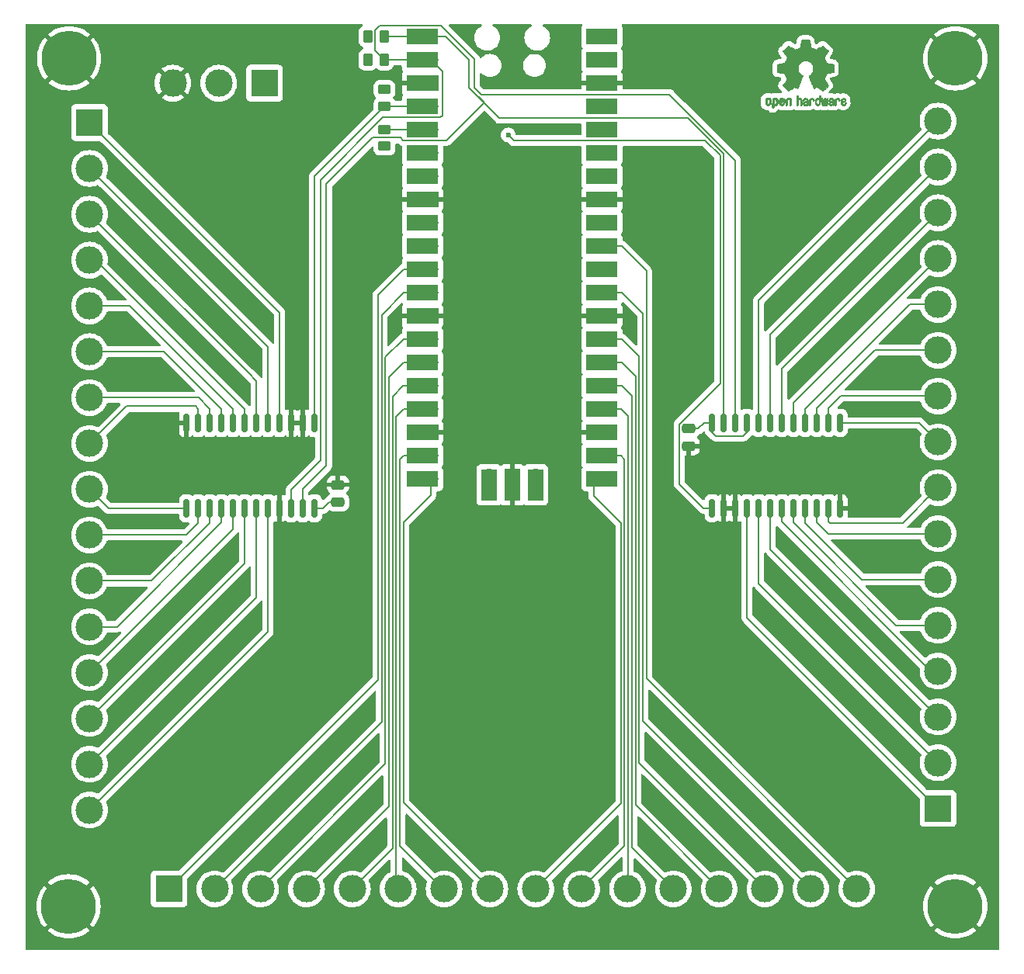
<source format=gbr>
%TF.GenerationSoftware,KiCad,Pcbnew,8.0.1*%
%TF.CreationDate,2024-07-17T22:40:59+10:00*%
%TF.ProjectId,stick,73746963-6b2e-46b6-9963-61645f706362,rev?*%
%TF.SameCoordinates,Original*%
%TF.FileFunction,Copper,L1,Top*%
%TF.FilePolarity,Positive*%
%FSLAX46Y46*%
G04 Gerber Fmt 4.6, Leading zero omitted, Abs format (unit mm)*
G04 Created by KiCad (PCBNEW 8.0.1) date 2024-07-17 22:40:59*
%MOMM*%
%LPD*%
G01*
G04 APERTURE LIST*
G04 Aperture macros list*
%AMRoundRect*
0 Rectangle with rounded corners*
0 $1 Rounding radius*
0 $2 $3 $4 $5 $6 $7 $8 $9 X,Y pos of 4 corners*
0 Add a 4 corners polygon primitive as box body*
4,1,4,$2,$3,$4,$5,$6,$7,$8,$9,$2,$3,0*
0 Add four circle primitives for the rounded corners*
1,1,$1+$1,$2,$3*
1,1,$1+$1,$4,$5*
1,1,$1+$1,$6,$7*
1,1,$1+$1,$8,$9*
0 Add four rect primitives between the rounded corners*
20,1,$1+$1,$2,$3,$4,$5,0*
20,1,$1+$1,$4,$5,$6,$7,0*
20,1,$1+$1,$6,$7,$8,$9,0*
20,1,$1+$1,$8,$9,$2,$3,0*%
G04 Aperture macros list end*
%TA.AperFunction,EtchedComponent*%
%ADD10C,0.010000*%
%TD*%
%TA.AperFunction,ComponentPad*%
%ADD11C,6.000000*%
%TD*%
%TA.AperFunction,SMDPad,CuDef*%
%ADD12RoundRect,0.250000X-0.262500X-0.450000X0.262500X-0.450000X0.262500X0.450000X-0.262500X0.450000X0*%
%TD*%
%TA.AperFunction,ComponentPad*%
%ADD13R,3.000000X3.000000*%
%TD*%
%TA.AperFunction,ComponentPad*%
%ADD14C,3.000000*%
%TD*%
%TA.AperFunction,SMDPad,CuDef*%
%ADD15RoundRect,0.150000X0.150000X-0.875000X0.150000X0.875000X-0.150000X0.875000X-0.150000X-0.875000X0*%
%TD*%
%TA.AperFunction,SMDPad,CuDef*%
%ADD16RoundRect,0.150000X-0.150000X0.875000X-0.150000X-0.875000X0.150000X-0.875000X0.150000X0.875000X0*%
%TD*%
%TA.AperFunction,SMDPad,CuDef*%
%ADD17RoundRect,0.250000X-0.450000X0.262500X-0.450000X-0.262500X0.450000X-0.262500X0.450000X0.262500X0*%
%TD*%
%TA.AperFunction,SMDPad,CuDef*%
%ADD18RoundRect,0.250000X0.450000X-0.262500X0.450000X0.262500X-0.450000X0.262500X-0.450000X-0.262500X0*%
%TD*%
%TA.AperFunction,SMDPad,CuDef*%
%ADD19RoundRect,0.250000X0.475000X-0.250000X0.475000X0.250000X-0.475000X0.250000X-0.475000X-0.250000X0*%
%TD*%
%TA.AperFunction,ComponentPad*%
%ADD20O,1.700000X1.700000*%
%TD*%
%TA.AperFunction,SMDPad,CuDef*%
%ADD21R,3.500000X1.700000*%
%TD*%
%TA.AperFunction,ComponentPad*%
%ADD22R,1.700000X1.700000*%
%TD*%
%TA.AperFunction,SMDPad,CuDef*%
%ADD23R,1.700000X3.500000*%
%TD*%
%TA.AperFunction,SMDPad,CuDef*%
%ADD24RoundRect,0.250000X-0.475000X0.250000X-0.475000X-0.250000X0.475000X-0.250000X0.475000X0.250000X0*%
%TD*%
%TA.AperFunction,ViaPad*%
%ADD25C,0.600000*%
%TD*%
%TA.AperFunction,Conductor*%
%ADD26C,0.200000*%
%TD*%
G04 APERTURE END LIST*
D10*
%TO.C,REF\u002A\u002A*%
X183320807Y-48886782D02*
X183344161Y-48896988D01*
X183399902Y-48941134D01*
X183447569Y-49004967D01*
X183477048Y-49073087D01*
X183481846Y-49106670D01*
X183465760Y-49153556D01*
X183430475Y-49178365D01*
X183392644Y-49193387D01*
X183375321Y-49196155D01*
X183366886Y-49176066D01*
X183350230Y-49132351D01*
X183342923Y-49112598D01*
X183301948Y-49044271D01*
X183242622Y-49010191D01*
X183166552Y-49011239D01*
X183160918Y-49012581D01*
X183120305Y-49031836D01*
X183090448Y-49069375D01*
X183070055Y-49129809D01*
X183057836Y-49217751D01*
X183052500Y-49337813D01*
X183052000Y-49401698D01*
X183051752Y-49502403D01*
X183050126Y-49571054D01*
X183045801Y-49614673D01*
X183037454Y-49640282D01*
X183023765Y-49654903D01*
X183003411Y-49665558D01*
X183002234Y-49666095D01*
X182963038Y-49682667D01*
X182943619Y-49688769D01*
X182940635Y-49670319D01*
X182938081Y-49619323D01*
X182936140Y-49542308D01*
X182934997Y-49445805D01*
X182934769Y-49375184D01*
X182935932Y-49238525D01*
X182940479Y-49134851D01*
X182949999Y-49058108D01*
X182966081Y-49002246D01*
X182990313Y-48961212D01*
X183024286Y-48928954D01*
X183057833Y-48906440D01*
X183138499Y-48876476D01*
X183232381Y-48869718D01*
X183320807Y-48886782D01*
%TA.AperFunction,EtchedComponent*%
G36*
X183320807Y-48886782D02*
G01*
X183344161Y-48896988D01*
X183399902Y-48941134D01*
X183447569Y-49004967D01*
X183477048Y-49073087D01*
X183481846Y-49106670D01*
X183465760Y-49153556D01*
X183430475Y-49178365D01*
X183392644Y-49193387D01*
X183375321Y-49196155D01*
X183366886Y-49176066D01*
X183350230Y-49132351D01*
X183342923Y-49112598D01*
X183301948Y-49044271D01*
X183242622Y-49010191D01*
X183166552Y-49011239D01*
X183160918Y-49012581D01*
X183120305Y-49031836D01*
X183090448Y-49069375D01*
X183070055Y-49129809D01*
X183057836Y-49217751D01*
X183052500Y-49337813D01*
X183052000Y-49401698D01*
X183051752Y-49502403D01*
X183050126Y-49571054D01*
X183045801Y-49614673D01*
X183037454Y-49640282D01*
X183023765Y-49654903D01*
X183003411Y-49665558D01*
X183002234Y-49666095D01*
X182963038Y-49682667D01*
X182943619Y-49688769D01*
X182940635Y-49670319D01*
X182938081Y-49619323D01*
X182936140Y-49542308D01*
X182934997Y-49445805D01*
X182934769Y-49375184D01*
X182935932Y-49238525D01*
X182940479Y-49134851D01*
X182949999Y-49058108D01*
X182966081Y-49002246D01*
X182990313Y-48961212D01*
X183024286Y-48928954D01*
X183057833Y-48906440D01*
X183138499Y-48876476D01*
X183232381Y-48869718D01*
X183320807Y-48886782D01*
G37*
%TD.AperFunction*%
X178021664Y-48845089D02*
X178084367Y-48881358D01*
X178127961Y-48917358D01*
X178159845Y-48955075D01*
X178181810Y-49001199D01*
X178195649Y-49062421D01*
X178203153Y-49145431D01*
X178206117Y-49256919D01*
X178206461Y-49337062D01*
X178206461Y-49632065D01*
X178040385Y-49706515D01*
X178030615Y-49383402D01*
X178026579Y-49262729D01*
X178022344Y-49175141D01*
X178017097Y-49114650D01*
X178010025Y-49075268D01*
X178000311Y-49051007D01*
X177987144Y-49035880D01*
X177982919Y-49032606D01*
X177918909Y-49007034D01*
X177854208Y-49017153D01*
X177815692Y-49044000D01*
X177800025Y-49063024D01*
X177789180Y-49087988D01*
X177782288Y-49125834D01*
X177778479Y-49183502D01*
X177776883Y-49267935D01*
X177776615Y-49355928D01*
X177776563Y-49466323D01*
X177774672Y-49544463D01*
X177768345Y-49597165D01*
X177754983Y-49631242D01*
X177731985Y-49653511D01*
X177696754Y-49670787D01*
X177649697Y-49688738D01*
X177598303Y-49708278D01*
X177604421Y-49361485D01*
X177606884Y-49236468D01*
X177609767Y-49144082D01*
X177613898Y-49077881D01*
X177620107Y-49031420D01*
X177629226Y-48998256D01*
X177642083Y-48971944D01*
X177657584Y-48948729D01*
X177732371Y-48874569D01*
X177823628Y-48831684D01*
X177922883Y-48821412D01*
X178021664Y-48845089D01*
%TA.AperFunction,EtchedComponent*%
G36*
X178021664Y-48845089D02*
G01*
X178084367Y-48881358D01*
X178127961Y-48917358D01*
X178159845Y-48955075D01*
X178181810Y-49001199D01*
X178195649Y-49062421D01*
X178203153Y-49145431D01*
X178206117Y-49256919D01*
X178206461Y-49337062D01*
X178206461Y-49632065D01*
X178040385Y-49706515D01*
X178030615Y-49383402D01*
X178026579Y-49262729D01*
X178022344Y-49175141D01*
X178017097Y-49114650D01*
X178010025Y-49075268D01*
X178000311Y-49051007D01*
X177987144Y-49035880D01*
X177982919Y-49032606D01*
X177918909Y-49007034D01*
X177854208Y-49017153D01*
X177815692Y-49044000D01*
X177800025Y-49063024D01*
X177789180Y-49087988D01*
X177782288Y-49125834D01*
X177778479Y-49183502D01*
X177776883Y-49267935D01*
X177776615Y-49355928D01*
X177776563Y-49466323D01*
X177774672Y-49544463D01*
X177768345Y-49597165D01*
X177754983Y-49631242D01*
X177731985Y-49653511D01*
X177696754Y-49670787D01*
X177649697Y-49688738D01*
X177598303Y-49708278D01*
X177604421Y-49361485D01*
X177606884Y-49236468D01*
X177609767Y-49144082D01*
X177613898Y-49077881D01*
X177620107Y-49031420D01*
X177629226Y-48998256D01*
X177642083Y-48971944D01*
X177657584Y-48948729D01*
X177732371Y-48874569D01*
X177823628Y-48831684D01*
X177922883Y-48821412D01*
X178021664Y-48845089D01*
G37*
%TD.AperFunction*%
X180463362Y-48874670D02*
X180552117Y-48907421D01*
X180624022Y-48965350D01*
X180652144Y-49006128D01*
X180682802Y-49080954D01*
X180682165Y-49135058D01*
X180649987Y-49171446D01*
X180638081Y-49177633D01*
X180586675Y-49196925D01*
X180560422Y-49191982D01*
X180551530Y-49159587D01*
X180551077Y-49141692D01*
X180534797Y-49075859D01*
X180492365Y-49029807D01*
X180433388Y-49007564D01*
X180367475Y-49013161D01*
X180313895Y-49042229D01*
X180295798Y-49058810D01*
X180282971Y-49078925D01*
X180274306Y-49109332D01*
X180268696Y-49156788D01*
X180265035Y-49228050D01*
X180262215Y-49329875D01*
X180261484Y-49362115D01*
X180258820Y-49472410D01*
X180255792Y-49550036D01*
X180251250Y-49601396D01*
X180244046Y-49632890D01*
X180233033Y-49650920D01*
X180217060Y-49661888D01*
X180206834Y-49666733D01*
X180163406Y-49683301D01*
X180137842Y-49688769D01*
X180129395Y-49670507D01*
X180124239Y-49615296D01*
X180122346Y-49522499D01*
X180123689Y-49391478D01*
X180124107Y-49371269D01*
X180127058Y-49251733D01*
X180130548Y-49164449D01*
X180135514Y-49102591D01*
X180142893Y-49059336D01*
X180153624Y-49027860D01*
X180168645Y-49001339D01*
X180176502Y-48989975D01*
X180221553Y-48939692D01*
X180271940Y-48900581D01*
X180278108Y-48897167D01*
X180368458Y-48870212D01*
X180463362Y-48874670D01*
%TA.AperFunction,EtchedComponent*%
G36*
X180463362Y-48874670D02*
G01*
X180552117Y-48907421D01*
X180624022Y-48965350D01*
X180652144Y-49006128D01*
X180682802Y-49080954D01*
X180682165Y-49135058D01*
X180649987Y-49171446D01*
X180638081Y-49177633D01*
X180586675Y-49196925D01*
X180560422Y-49191982D01*
X180551530Y-49159587D01*
X180551077Y-49141692D01*
X180534797Y-49075859D01*
X180492365Y-49029807D01*
X180433388Y-49007564D01*
X180367475Y-49013161D01*
X180313895Y-49042229D01*
X180295798Y-49058810D01*
X180282971Y-49078925D01*
X180274306Y-49109332D01*
X180268696Y-49156788D01*
X180265035Y-49228050D01*
X180262215Y-49329875D01*
X180261484Y-49362115D01*
X180258820Y-49472410D01*
X180255792Y-49550036D01*
X180251250Y-49601396D01*
X180244046Y-49632890D01*
X180233033Y-49650920D01*
X180217060Y-49661888D01*
X180206834Y-49666733D01*
X180163406Y-49683301D01*
X180137842Y-49688769D01*
X180129395Y-49670507D01*
X180124239Y-49615296D01*
X180122346Y-49522499D01*
X180123689Y-49391478D01*
X180124107Y-49371269D01*
X180127058Y-49251733D01*
X180130548Y-49164449D01*
X180135514Y-49102591D01*
X180142893Y-49059336D01*
X180153624Y-49027860D01*
X180168645Y-49001339D01*
X180176502Y-48989975D01*
X180221553Y-48939692D01*
X180271940Y-48900581D01*
X180278108Y-48897167D01*
X180368458Y-48870212D01*
X180463362Y-48874670D01*
G37*
%TD.AperFunction*%
X178909846Y-48742120D02*
X178915572Y-48821980D01*
X178922149Y-48869039D01*
X178931262Y-48889566D01*
X178944598Y-48889829D01*
X178948923Y-48887378D01*
X179006444Y-48869636D01*
X179081268Y-48870672D01*
X179157339Y-48888910D01*
X179204918Y-48912505D01*
X179253702Y-48950198D01*
X179289364Y-48992855D01*
X179313845Y-49047057D01*
X179329087Y-49119384D01*
X179337030Y-49216419D01*
X179339616Y-49344742D01*
X179339662Y-49369358D01*
X179339692Y-49645870D01*
X179278161Y-49667320D01*
X179234459Y-49681912D01*
X179210482Y-49688706D01*
X179209777Y-49688769D01*
X179207415Y-49670345D01*
X179205406Y-49619526D01*
X179203901Y-49542993D01*
X179203053Y-49447430D01*
X179202923Y-49389329D01*
X179202651Y-49274771D01*
X179201252Y-49192667D01*
X179197849Y-49136393D01*
X179191567Y-49099326D01*
X179181529Y-49074844D01*
X179166861Y-49056325D01*
X179157702Y-49047406D01*
X179094789Y-49011466D01*
X179026136Y-49008775D01*
X178963848Y-49039170D01*
X178952329Y-49050144D01*
X178935433Y-49070779D01*
X178923714Y-49095256D01*
X178916233Y-49130647D01*
X178912054Y-49184026D01*
X178910237Y-49262466D01*
X178909846Y-49370617D01*
X178909846Y-49645870D01*
X178848315Y-49667320D01*
X178804613Y-49681912D01*
X178780636Y-49688706D01*
X178779930Y-49688769D01*
X178778126Y-49670069D01*
X178776500Y-49617322D01*
X178775117Y-49535557D01*
X178774042Y-49429805D01*
X178773340Y-49305094D01*
X178773077Y-49166455D01*
X178773077Y-48631806D01*
X178900077Y-48578236D01*
X178909846Y-48742120D01*
%TA.AperFunction,EtchedComponent*%
G36*
X178909846Y-48742120D02*
G01*
X178915572Y-48821980D01*
X178922149Y-48869039D01*
X178931262Y-48889566D01*
X178944598Y-48889829D01*
X178948923Y-48887378D01*
X179006444Y-48869636D01*
X179081268Y-48870672D01*
X179157339Y-48888910D01*
X179204918Y-48912505D01*
X179253702Y-48950198D01*
X179289364Y-48992855D01*
X179313845Y-49047057D01*
X179329087Y-49119384D01*
X179337030Y-49216419D01*
X179339616Y-49344742D01*
X179339662Y-49369358D01*
X179339692Y-49645870D01*
X179278161Y-49667320D01*
X179234459Y-49681912D01*
X179210482Y-49688706D01*
X179209777Y-49688769D01*
X179207415Y-49670345D01*
X179205406Y-49619526D01*
X179203901Y-49542993D01*
X179203053Y-49447430D01*
X179202923Y-49389329D01*
X179202651Y-49274771D01*
X179201252Y-49192667D01*
X179197849Y-49136393D01*
X179191567Y-49099326D01*
X179181529Y-49074844D01*
X179166861Y-49056325D01*
X179157702Y-49047406D01*
X179094789Y-49011466D01*
X179026136Y-49008775D01*
X178963848Y-49039170D01*
X178952329Y-49050144D01*
X178935433Y-49070779D01*
X178923714Y-49095256D01*
X178916233Y-49130647D01*
X178912054Y-49184026D01*
X178910237Y-49262466D01*
X178909846Y-49370617D01*
X178909846Y-49645870D01*
X178848315Y-49667320D01*
X178804613Y-49681912D01*
X178780636Y-49688706D01*
X178779930Y-49688769D01*
X178778126Y-49670069D01*
X178776500Y-49617322D01*
X178775117Y-49535557D01*
X178774042Y-49429805D01*
X178773340Y-49305094D01*
X178773077Y-49166455D01*
X178773077Y-48631806D01*
X178900077Y-48578236D01*
X178909846Y-48742120D01*
G37*
%TD.AperFunction*%
X182145929Y-48886662D02*
X182148911Y-48938068D01*
X182151247Y-49016192D01*
X182152749Y-49114857D01*
X182153231Y-49218343D01*
X182153231Y-49568533D01*
X182091401Y-49630363D01*
X182048793Y-49668462D01*
X182011390Y-49683895D01*
X181960270Y-49682918D01*
X181939978Y-49680433D01*
X181876554Y-49673200D01*
X181824095Y-49669055D01*
X181811308Y-49668672D01*
X181768199Y-49671176D01*
X181706544Y-49677462D01*
X181682638Y-49680433D01*
X181623922Y-49685028D01*
X181584464Y-49675046D01*
X181545338Y-49644228D01*
X181531215Y-49630363D01*
X181469385Y-49568533D01*
X181469385Y-48913503D01*
X181519150Y-48890829D01*
X181562002Y-48874034D01*
X181587073Y-48868154D01*
X181593501Y-48886736D01*
X181599509Y-48938655D01*
X181604697Y-49018172D01*
X181608664Y-49119546D01*
X181610577Y-49205192D01*
X181615923Y-49542231D01*
X181662560Y-49548825D01*
X181704976Y-49544214D01*
X181725760Y-49529287D01*
X181731570Y-49501377D01*
X181736530Y-49441925D01*
X181740246Y-49358466D01*
X181742324Y-49258532D01*
X181742624Y-49207104D01*
X181742923Y-48911054D01*
X181804454Y-48889604D01*
X181848004Y-48875020D01*
X181871694Y-48868219D01*
X181872377Y-48868154D01*
X181874754Y-48886642D01*
X181877366Y-48937906D01*
X181879995Y-49015649D01*
X181882421Y-49113574D01*
X181884115Y-49205192D01*
X181889461Y-49542231D01*
X182006692Y-49542231D01*
X182012072Y-49234746D01*
X182017451Y-48927261D01*
X182074601Y-48897707D01*
X182116797Y-48877413D01*
X182141770Y-48868204D01*
X182142491Y-48868154D01*
X182145929Y-48886662D01*
%TA.AperFunction,EtchedComponent*%
G36*
X182145929Y-48886662D02*
G01*
X182148911Y-48938068D01*
X182151247Y-49016192D01*
X182152749Y-49114857D01*
X182153231Y-49218343D01*
X182153231Y-49568533D01*
X182091401Y-49630363D01*
X182048793Y-49668462D01*
X182011390Y-49683895D01*
X181960270Y-49682918D01*
X181939978Y-49680433D01*
X181876554Y-49673200D01*
X181824095Y-49669055D01*
X181811308Y-49668672D01*
X181768199Y-49671176D01*
X181706544Y-49677462D01*
X181682638Y-49680433D01*
X181623922Y-49685028D01*
X181584464Y-49675046D01*
X181545338Y-49644228D01*
X181531215Y-49630363D01*
X181469385Y-49568533D01*
X181469385Y-48913503D01*
X181519150Y-48890829D01*
X181562002Y-48874034D01*
X181587073Y-48868154D01*
X181593501Y-48886736D01*
X181599509Y-48938655D01*
X181604697Y-49018172D01*
X181608664Y-49119546D01*
X181610577Y-49205192D01*
X181615923Y-49542231D01*
X181662560Y-49548825D01*
X181704976Y-49544214D01*
X181725760Y-49529287D01*
X181731570Y-49501377D01*
X181736530Y-49441925D01*
X181740246Y-49358466D01*
X181742324Y-49258532D01*
X181742624Y-49207104D01*
X181742923Y-48911054D01*
X181804454Y-48889604D01*
X181848004Y-48875020D01*
X181871694Y-48868219D01*
X181872377Y-48868154D01*
X181874754Y-48886642D01*
X181877366Y-48937906D01*
X181879995Y-49015649D01*
X181882421Y-49113574D01*
X181884115Y-49205192D01*
X181889461Y-49542231D01*
X182006692Y-49542231D01*
X182012072Y-49234746D01*
X182017451Y-48927261D01*
X182074601Y-48897707D01*
X182116797Y-48877413D01*
X182141770Y-48868204D01*
X182142491Y-48868154D01*
X182145929Y-48886662D01*
G37*
%TD.AperFunction*%
X175766886Y-48837256D02*
X175858464Y-48885409D01*
X175926049Y-48962905D01*
X175950057Y-49012727D01*
X175968738Y-49087533D01*
X175978301Y-49182052D01*
X175979208Y-49285210D01*
X175971921Y-49385935D01*
X175956903Y-49473153D01*
X175934615Y-49535791D01*
X175927765Y-49546579D01*
X175846632Y-49627105D01*
X175750266Y-49675336D01*
X175645701Y-49689450D01*
X175539968Y-49667629D01*
X175510543Y-49654547D01*
X175453241Y-49614231D01*
X175402950Y-49560775D01*
X175398197Y-49553995D01*
X175378878Y-49521321D01*
X175366108Y-49486394D01*
X175358564Y-49440414D01*
X175354924Y-49374584D01*
X175353865Y-49280105D01*
X175353846Y-49258923D01*
X175353894Y-49252182D01*
X175549231Y-49252182D01*
X175550368Y-49341349D01*
X175554841Y-49400520D01*
X175564246Y-49438741D01*
X175580176Y-49465053D01*
X175588308Y-49473846D01*
X175635058Y-49507261D01*
X175680447Y-49505737D01*
X175726340Y-49476752D01*
X175753712Y-49445809D01*
X175769923Y-49400643D01*
X175779026Y-49329420D01*
X175779651Y-49321114D01*
X175781204Y-49192037D01*
X175764965Y-49096172D01*
X175731152Y-49034107D01*
X175679984Y-49006432D01*
X175661720Y-49004923D01*
X175613760Y-49012513D01*
X175580953Y-49038808D01*
X175560895Y-49089095D01*
X175551178Y-49168664D01*
X175549231Y-49252182D01*
X175353894Y-49252182D01*
X175354574Y-49158249D01*
X175357629Y-49087906D01*
X175364322Y-49039163D01*
X175375960Y-49003288D01*
X175393853Y-48971548D01*
X175397808Y-48965648D01*
X175464267Y-48886104D01*
X175536685Y-48839929D01*
X175624849Y-48821599D01*
X175654787Y-48820703D01*
X175766886Y-48837256D01*
%TA.AperFunction,EtchedComponent*%
G36*
X175766886Y-48837256D02*
G01*
X175858464Y-48885409D01*
X175926049Y-48962905D01*
X175950057Y-49012727D01*
X175968738Y-49087533D01*
X175978301Y-49182052D01*
X175979208Y-49285210D01*
X175971921Y-49385935D01*
X175956903Y-49473153D01*
X175934615Y-49535791D01*
X175927765Y-49546579D01*
X175846632Y-49627105D01*
X175750266Y-49675336D01*
X175645701Y-49689450D01*
X175539968Y-49667629D01*
X175510543Y-49654547D01*
X175453241Y-49614231D01*
X175402950Y-49560775D01*
X175398197Y-49553995D01*
X175378878Y-49521321D01*
X175366108Y-49486394D01*
X175358564Y-49440414D01*
X175354924Y-49374584D01*
X175353865Y-49280105D01*
X175353846Y-49258923D01*
X175353894Y-49252182D01*
X175549231Y-49252182D01*
X175550368Y-49341349D01*
X175554841Y-49400520D01*
X175564246Y-49438741D01*
X175580176Y-49465053D01*
X175588308Y-49473846D01*
X175635058Y-49507261D01*
X175680447Y-49505737D01*
X175726340Y-49476752D01*
X175753712Y-49445809D01*
X175769923Y-49400643D01*
X175779026Y-49329420D01*
X175779651Y-49321114D01*
X175781204Y-49192037D01*
X175764965Y-49096172D01*
X175731152Y-49034107D01*
X175679984Y-49006432D01*
X175661720Y-49004923D01*
X175613760Y-49012513D01*
X175580953Y-49038808D01*
X175560895Y-49089095D01*
X175551178Y-49168664D01*
X175549231Y-49252182D01*
X175353894Y-49252182D01*
X175354574Y-49158249D01*
X175357629Y-49087906D01*
X175364322Y-49039163D01*
X175375960Y-49003288D01*
X175393853Y-48971548D01*
X175397808Y-48965648D01*
X175464267Y-48886104D01*
X175536685Y-48839929D01*
X175624849Y-48821599D01*
X175654787Y-48820703D01*
X175766886Y-48837256D01*
G37*
%TD.AperFunction*%
X183995224Y-48897838D02*
X184072528Y-48948361D01*
X184109814Y-48993590D01*
X184139353Y-49075663D01*
X184141699Y-49140607D01*
X184136385Y-49227445D01*
X183936115Y-49315103D01*
X183838739Y-49359887D01*
X183775113Y-49395913D01*
X183742029Y-49427117D01*
X183736280Y-49457436D01*
X183754658Y-49490805D01*
X183774923Y-49512923D01*
X183833889Y-49548393D01*
X183898024Y-49550879D01*
X183956926Y-49523235D01*
X184000197Y-49468320D01*
X184007936Y-49448928D01*
X184045006Y-49388364D01*
X184087654Y-49362552D01*
X184146154Y-49340471D01*
X184146154Y-49424184D01*
X184140982Y-49481150D01*
X184120723Y-49529189D01*
X184078262Y-49584346D01*
X184071951Y-49591514D01*
X184024720Y-49640585D01*
X183984121Y-49666920D01*
X183933328Y-49679035D01*
X183891220Y-49683003D01*
X183815902Y-49683991D01*
X183762286Y-49671466D01*
X183728838Y-49652869D01*
X183676268Y-49611975D01*
X183639879Y-49567748D01*
X183616850Y-49512126D01*
X183604359Y-49437047D01*
X183599587Y-49334449D01*
X183599206Y-49282376D01*
X183600501Y-49219948D01*
X183718471Y-49219948D01*
X183719839Y-49253438D01*
X183723249Y-49258923D01*
X183745753Y-49251472D01*
X183794182Y-49231753D01*
X183858908Y-49203718D01*
X183872443Y-49197692D01*
X183954244Y-49156096D01*
X183999312Y-49119538D01*
X184009217Y-49085296D01*
X183985526Y-49050648D01*
X183965960Y-49035339D01*
X183895360Y-49004721D01*
X183829280Y-49009780D01*
X183773959Y-49047151D01*
X183735636Y-49113473D01*
X183723349Y-49166116D01*
X183718471Y-49219948D01*
X183600501Y-49219948D01*
X183601730Y-49160720D01*
X183611032Y-49070710D01*
X183629460Y-49005167D01*
X183659360Y-48956912D01*
X183703080Y-48918767D01*
X183722141Y-48906440D01*
X183808726Y-48874336D01*
X183903522Y-48872316D01*
X183995224Y-48897838D01*
%TA.AperFunction,EtchedComponent*%
G36*
X183995224Y-48897838D02*
G01*
X184072528Y-48948361D01*
X184109814Y-48993590D01*
X184139353Y-49075663D01*
X184141699Y-49140607D01*
X184136385Y-49227445D01*
X183936115Y-49315103D01*
X183838739Y-49359887D01*
X183775113Y-49395913D01*
X183742029Y-49427117D01*
X183736280Y-49457436D01*
X183754658Y-49490805D01*
X183774923Y-49512923D01*
X183833889Y-49548393D01*
X183898024Y-49550879D01*
X183956926Y-49523235D01*
X184000197Y-49468320D01*
X184007936Y-49448928D01*
X184045006Y-49388364D01*
X184087654Y-49362552D01*
X184146154Y-49340471D01*
X184146154Y-49424184D01*
X184140982Y-49481150D01*
X184120723Y-49529189D01*
X184078262Y-49584346D01*
X184071951Y-49591514D01*
X184024720Y-49640585D01*
X183984121Y-49666920D01*
X183933328Y-49679035D01*
X183891220Y-49683003D01*
X183815902Y-49683991D01*
X183762286Y-49671466D01*
X183728838Y-49652869D01*
X183676268Y-49611975D01*
X183639879Y-49567748D01*
X183616850Y-49512126D01*
X183604359Y-49437047D01*
X183599587Y-49334449D01*
X183599206Y-49282376D01*
X183600501Y-49219948D01*
X183718471Y-49219948D01*
X183719839Y-49253438D01*
X183723249Y-49258923D01*
X183745753Y-49251472D01*
X183794182Y-49231753D01*
X183858908Y-49203718D01*
X183872443Y-49197692D01*
X183954244Y-49156096D01*
X183999312Y-49119538D01*
X184009217Y-49085296D01*
X183985526Y-49050648D01*
X183965960Y-49035339D01*
X183895360Y-49004721D01*
X183829280Y-49009780D01*
X183773959Y-49047151D01*
X183735636Y-49113473D01*
X183723349Y-49166116D01*
X183718471Y-49219948D01*
X183600501Y-49219948D01*
X183601730Y-49160720D01*
X183611032Y-49070710D01*
X183629460Y-49005167D01*
X183659360Y-48956912D01*
X183703080Y-48918767D01*
X183722141Y-48906440D01*
X183808726Y-48874336D01*
X183903522Y-48872316D01*
X183995224Y-48897838D01*
G37*
%TD.AperFunction*%
X181352081Y-49030289D02*
X181351833Y-49176320D01*
X181350872Y-49288655D01*
X181348794Y-49372678D01*
X181345193Y-49433769D01*
X181339665Y-49477309D01*
X181331804Y-49508679D01*
X181321207Y-49533262D01*
X181313182Y-49547294D01*
X181246728Y-49623388D01*
X181162470Y-49671084D01*
X181069249Y-49688199D01*
X180975900Y-49672546D01*
X180920312Y-49644418D01*
X180861957Y-49595760D01*
X180822186Y-49536333D01*
X180798190Y-49458507D01*
X180787161Y-49354652D01*
X180785599Y-49278462D01*
X180785809Y-49272986D01*
X180922308Y-49272986D01*
X180923141Y-49360355D01*
X180926961Y-49418192D01*
X180935746Y-49456029D01*
X180951474Y-49483398D01*
X180970266Y-49504042D01*
X181033375Y-49543890D01*
X181101137Y-49547295D01*
X181165179Y-49514025D01*
X181170164Y-49509517D01*
X181191439Y-49486067D01*
X181204779Y-49458166D01*
X181212001Y-49416641D01*
X181214923Y-49352316D01*
X181215385Y-49281200D01*
X181214383Y-49191858D01*
X181210238Y-49132258D01*
X181201236Y-49093089D01*
X181185667Y-49065040D01*
X181172902Y-49050144D01*
X181113600Y-49012575D01*
X181045301Y-49008057D01*
X180980110Y-49036753D01*
X180967528Y-49047406D01*
X180946111Y-49071063D01*
X180932744Y-49099251D01*
X180925566Y-49141245D01*
X180922719Y-49206319D01*
X180922308Y-49272986D01*
X180785809Y-49272986D01*
X180790322Y-49155765D01*
X180806362Y-49063577D01*
X180836528Y-48994269D01*
X180883629Y-48940211D01*
X180920312Y-48912505D01*
X180986990Y-48882572D01*
X181064272Y-48868678D01*
X181136110Y-48872397D01*
X181176308Y-48887400D01*
X181192082Y-48891670D01*
X181202550Y-48875750D01*
X181209856Y-48833089D01*
X181215385Y-48768106D01*
X181221437Y-48695732D01*
X181229844Y-48652187D01*
X181245141Y-48627287D01*
X181271864Y-48610845D01*
X181288654Y-48603564D01*
X181352154Y-48576963D01*
X181352081Y-49030289D01*
%TA.AperFunction,EtchedComponent*%
G36*
X181352081Y-49030289D02*
G01*
X181351833Y-49176320D01*
X181350872Y-49288655D01*
X181348794Y-49372678D01*
X181345193Y-49433769D01*
X181339665Y-49477309D01*
X181331804Y-49508679D01*
X181321207Y-49533262D01*
X181313182Y-49547294D01*
X181246728Y-49623388D01*
X181162470Y-49671084D01*
X181069249Y-49688199D01*
X180975900Y-49672546D01*
X180920312Y-49644418D01*
X180861957Y-49595760D01*
X180822186Y-49536333D01*
X180798190Y-49458507D01*
X180787161Y-49354652D01*
X180785599Y-49278462D01*
X180785809Y-49272986D01*
X180922308Y-49272986D01*
X180923141Y-49360355D01*
X180926961Y-49418192D01*
X180935746Y-49456029D01*
X180951474Y-49483398D01*
X180970266Y-49504042D01*
X181033375Y-49543890D01*
X181101137Y-49547295D01*
X181165179Y-49514025D01*
X181170164Y-49509517D01*
X181191439Y-49486067D01*
X181204779Y-49458166D01*
X181212001Y-49416641D01*
X181214923Y-49352316D01*
X181215385Y-49281200D01*
X181214383Y-49191858D01*
X181210238Y-49132258D01*
X181201236Y-49093089D01*
X181185667Y-49065040D01*
X181172902Y-49050144D01*
X181113600Y-49012575D01*
X181045301Y-49008057D01*
X180980110Y-49036753D01*
X180967528Y-49047406D01*
X180946111Y-49071063D01*
X180932744Y-49099251D01*
X180925566Y-49141245D01*
X180922719Y-49206319D01*
X180922308Y-49272986D01*
X180785809Y-49272986D01*
X180790322Y-49155765D01*
X180806362Y-49063577D01*
X180836528Y-48994269D01*
X180883629Y-48940211D01*
X180920312Y-48912505D01*
X180986990Y-48882572D01*
X181064272Y-48868678D01*
X181136110Y-48872397D01*
X181176308Y-48887400D01*
X181192082Y-48891670D01*
X181202550Y-48875750D01*
X181209856Y-48833089D01*
X181215385Y-48768106D01*
X181221437Y-48695732D01*
X181229844Y-48652187D01*
X181245141Y-48627287D01*
X181271864Y-48610845D01*
X181288654Y-48603564D01*
X181352154Y-48576963D01*
X181352081Y-49030289D01*
G37*
%TD.AperFunction*%
X177284254Y-48849745D02*
X177361286Y-48901567D01*
X177420816Y-48976412D01*
X177456378Y-49071654D01*
X177463571Y-49141756D01*
X177462754Y-49171009D01*
X177455914Y-49193407D01*
X177437112Y-49213474D01*
X177400408Y-49235733D01*
X177339862Y-49264709D01*
X177249534Y-49304927D01*
X177249077Y-49305129D01*
X177165933Y-49343210D01*
X177097753Y-49377025D01*
X177051505Y-49402933D01*
X177034158Y-49417295D01*
X177034154Y-49417411D01*
X177049443Y-49448685D01*
X177085196Y-49483157D01*
X177126242Y-49507990D01*
X177147037Y-49512923D01*
X177203770Y-49495862D01*
X177252627Y-49453133D01*
X177276465Y-49406155D01*
X177299397Y-49371522D01*
X177344318Y-49332081D01*
X177397123Y-49298009D01*
X177443710Y-49279480D01*
X177453452Y-49278462D01*
X177464418Y-49295215D01*
X177465079Y-49338039D01*
X177457020Y-49395781D01*
X177441827Y-49457289D01*
X177421086Y-49511409D01*
X177420038Y-49513510D01*
X177357621Y-49600660D01*
X177276726Y-49659939D01*
X177184856Y-49689034D01*
X177089513Y-49685634D01*
X176998198Y-49647428D01*
X176994138Y-49644741D01*
X176922306Y-49579642D01*
X176875073Y-49494705D01*
X176848934Y-49383021D01*
X176845426Y-49351643D01*
X176839213Y-49203536D01*
X176846661Y-49134468D01*
X177034154Y-49134468D01*
X177036590Y-49177552D01*
X177049914Y-49190126D01*
X177083132Y-49180719D01*
X177135494Y-49158483D01*
X177194024Y-49130610D01*
X177195479Y-49129872D01*
X177245089Y-49103777D01*
X177265000Y-49086363D01*
X177260090Y-49068107D01*
X177239416Y-49044120D01*
X177186819Y-49009406D01*
X177130177Y-49006856D01*
X177079369Y-49032119D01*
X177044276Y-49080847D01*
X177034154Y-49134468D01*
X176846661Y-49134468D01*
X176851992Y-49085036D01*
X176884778Y-48991055D01*
X176930421Y-48925215D01*
X177012802Y-48858681D01*
X177103546Y-48825676D01*
X177196185Y-48823573D01*
X177284254Y-48849745D01*
%TA.AperFunction,EtchedComponent*%
G36*
X177284254Y-48849745D02*
G01*
X177361286Y-48901567D01*
X177420816Y-48976412D01*
X177456378Y-49071654D01*
X177463571Y-49141756D01*
X177462754Y-49171009D01*
X177455914Y-49193407D01*
X177437112Y-49213474D01*
X177400408Y-49235733D01*
X177339862Y-49264709D01*
X177249534Y-49304927D01*
X177249077Y-49305129D01*
X177165933Y-49343210D01*
X177097753Y-49377025D01*
X177051505Y-49402933D01*
X177034158Y-49417295D01*
X177034154Y-49417411D01*
X177049443Y-49448685D01*
X177085196Y-49483157D01*
X177126242Y-49507990D01*
X177147037Y-49512923D01*
X177203770Y-49495862D01*
X177252627Y-49453133D01*
X177276465Y-49406155D01*
X177299397Y-49371522D01*
X177344318Y-49332081D01*
X177397123Y-49298009D01*
X177443710Y-49279480D01*
X177453452Y-49278462D01*
X177464418Y-49295215D01*
X177465079Y-49338039D01*
X177457020Y-49395781D01*
X177441827Y-49457289D01*
X177421086Y-49511409D01*
X177420038Y-49513510D01*
X177357621Y-49600660D01*
X177276726Y-49659939D01*
X177184856Y-49689034D01*
X177089513Y-49685634D01*
X176998198Y-49647428D01*
X176994138Y-49644741D01*
X176922306Y-49579642D01*
X176875073Y-49494705D01*
X176848934Y-49383021D01*
X176845426Y-49351643D01*
X176839213Y-49203536D01*
X176846661Y-49134468D01*
X177034154Y-49134468D01*
X177036590Y-49177552D01*
X177049914Y-49190126D01*
X177083132Y-49180719D01*
X177135494Y-49158483D01*
X177194024Y-49130610D01*
X177195479Y-49129872D01*
X177245089Y-49103777D01*
X177265000Y-49086363D01*
X177260090Y-49068107D01*
X177239416Y-49044120D01*
X177186819Y-49009406D01*
X177130177Y-49006856D01*
X177079369Y-49032119D01*
X177044276Y-49080847D01*
X177034154Y-49134468D01*
X176846661Y-49134468D01*
X176851992Y-49085036D01*
X176884778Y-48991055D01*
X176930421Y-48925215D01*
X177012802Y-48858681D01*
X177103546Y-48825676D01*
X177196185Y-48823573D01*
X177284254Y-48849745D01*
G37*
%TD.AperFunction*%
X179803501Y-48876303D02*
X179880060Y-48904733D01*
X179880936Y-48905279D01*
X179928285Y-48940127D01*
X179963241Y-48980852D01*
X179987825Y-49033925D01*
X180004062Y-49105814D01*
X180013975Y-49202992D01*
X180019586Y-49331928D01*
X180020077Y-49350298D01*
X180027141Y-49627287D01*
X179967695Y-49658028D01*
X179924681Y-49678802D01*
X179898710Y-49688646D01*
X179897509Y-49688769D01*
X179893014Y-49670606D01*
X179889444Y-49621612D01*
X179887248Y-49550031D01*
X179886769Y-49492068D01*
X179886758Y-49398170D01*
X179882466Y-49339203D01*
X179867503Y-49311079D01*
X179835482Y-49309706D01*
X179780014Y-49330998D01*
X179696269Y-49370136D01*
X179634689Y-49402643D01*
X179603017Y-49430845D01*
X179593706Y-49461582D01*
X179593692Y-49463104D01*
X179609057Y-49516054D01*
X179654547Y-49544660D01*
X179724166Y-49548803D01*
X179774313Y-49548084D01*
X179800754Y-49562527D01*
X179817243Y-49597218D01*
X179826733Y-49641416D01*
X179813057Y-49666493D01*
X179807907Y-49670082D01*
X179759425Y-49684496D01*
X179691531Y-49686537D01*
X179621612Y-49676983D01*
X179572068Y-49659522D01*
X179503570Y-49601364D01*
X179464634Y-49520408D01*
X179456923Y-49457160D01*
X179462807Y-49400111D01*
X179484101Y-49353542D01*
X179526265Y-49312181D01*
X179594759Y-49270755D01*
X179695044Y-49223993D01*
X179701154Y-49221350D01*
X179791490Y-49179617D01*
X179847235Y-49145391D01*
X179871129Y-49114635D01*
X179865913Y-49083311D01*
X179834328Y-49047383D01*
X179824883Y-49039116D01*
X179761617Y-49007058D01*
X179696064Y-49008407D01*
X179638972Y-49039838D01*
X179601093Y-49098024D01*
X179597574Y-49109446D01*
X179563300Y-49164837D01*
X179519809Y-49191518D01*
X179456923Y-49217960D01*
X179456923Y-49149548D01*
X179476052Y-49050110D01*
X179532831Y-48958902D01*
X179562378Y-48928389D01*
X179629542Y-48889228D01*
X179714956Y-48871500D01*
X179803501Y-48876303D01*
%TA.AperFunction,EtchedComponent*%
G36*
X179803501Y-48876303D02*
G01*
X179880060Y-48904733D01*
X179880936Y-48905279D01*
X179928285Y-48940127D01*
X179963241Y-48980852D01*
X179987825Y-49033925D01*
X180004062Y-49105814D01*
X180013975Y-49202992D01*
X180019586Y-49331928D01*
X180020077Y-49350298D01*
X180027141Y-49627287D01*
X179967695Y-49658028D01*
X179924681Y-49678802D01*
X179898710Y-49688646D01*
X179897509Y-49688769D01*
X179893014Y-49670606D01*
X179889444Y-49621612D01*
X179887248Y-49550031D01*
X179886769Y-49492068D01*
X179886758Y-49398170D01*
X179882466Y-49339203D01*
X179867503Y-49311079D01*
X179835482Y-49309706D01*
X179780014Y-49330998D01*
X179696269Y-49370136D01*
X179634689Y-49402643D01*
X179603017Y-49430845D01*
X179593706Y-49461582D01*
X179593692Y-49463104D01*
X179609057Y-49516054D01*
X179654547Y-49544660D01*
X179724166Y-49548803D01*
X179774313Y-49548084D01*
X179800754Y-49562527D01*
X179817243Y-49597218D01*
X179826733Y-49641416D01*
X179813057Y-49666493D01*
X179807907Y-49670082D01*
X179759425Y-49684496D01*
X179691531Y-49686537D01*
X179621612Y-49676983D01*
X179572068Y-49659522D01*
X179503570Y-49601364D01*
X179464634Y-49520408D01*
X179456923Y-49457160D01*
X179462807Y-49400111D01*
X179484101Y-49353542D01*
X179526265Y-49312181D01*
X179594759Y-49270755D01*
X179695044Y-49223993D01*
X179701154Y-49221350D01*
X179791490Y-49179617D01*
X179847235Y-49145391D01*
X179871129Y-49114635D01*
X179865913Y-49083311D01*
X179834328Y-49047383D01*
X179824883Y-49039116D01*
X179761617Y-49007058D01*
X179696064Y-49008407D01*
X179638972Y-49039838D01*
X179601093Y-49098024D01*
X179597574Y-49109446D01*
X179563300Y-49164837D01*
X179519809Y-49191518D01*
X179456923Y-49217960D01*
X179456923Y-49149548D01*
X179476052Y-49050110D01*
X179532831Y-48958902D01*
X179562378Y-48928389D01*
X179629542Y-48889228D01*
X179714956Y-48871500D01*
X179803501Y-48876303D01*
G37*
%TD.AperFunction*%
X176518886Y-48834505D02*
X176593539Y-48871727D01*
X176659431Y-48940261D01*
X176677577Y-48965648D01*
X176697345Y-48998866D01*
X176710172Y-49034945D01*
X176717510Y-49083098D01*
X176720813Y-49152536D01*
X176721538Y-49244206D01*
X176718263Y-49369830D01*
X176706877Y-49464154D01*
X176685041Y-49534523D01*
X176650419Y-49588286D01*
X176600670Y-49632788D01*
X176597014Y-49635423D01*
X176547985Y-49662377D01*
X176488945Y-49675712D01*
X176413859Y-49679000D01*
X176291795Y-49679000D01*
X176291744Y-49797497D01*
X176290608Y-49863492D01*
X176283686Y-49902202D01*
X176265598Y-49925419D01*
X176230962Y-49944933D01*
X176222645Y-49948920D01*
X176183720Y-49967603D01*
X176153583Y-49979403D01*
X176131174Y-49980422D01*
X176115433Y-49966761D01*
X176105302Y-49934522D01*
X176099723Y-49879804D01*
X176097635Y-49798711D01*
X176097981Y-49687344D01*
X176099700Y-49541802D01*
X176100237Y-49498269D01*
X176102172Y-49348205D01*
X176103904Y-49250042D01*
X176291692Y-49250042D01*
X176292748Y-49333364D01*
X176297438Y-49387880D01*
X176308051Y-49423837D01*
X176326872Y-49451482D01*
X176339650Y-49464965D01*
X176391890Y-49504417D01*
X176438142Y-49507628D01*
X176485867Y-49475049D01*
X176487077Y-49473846D01*
X176506494Y-49448668D01*
X176518307Y-49414447D01*
X176524265Y-49361748D01*
X176526120Y-49281131D01*
X176526154Y-49263271D01*
X176521670Y-49152175D01*
X176507074Y-49075161D01*
X176480650Y-49028147D01*
X176440683Y-49007050D01*
X176417584Y-49004923D01*
X176362762Y-49014900D01*
X176325158Y-49047752D01*
X176302523Y-49107857D01*
X176292606Y-49199598D01*
X176291692Y-49250042D01*
X176103904Y-49250042D01*
X176104222Y-49232060D01*
X176106873Y-49144679D01*
X176110606Y-49080905D01*
X176115907Y-49035582D01*
X176123258Y-49003555D01*
X176133143Y-48979668D01*
X176146046Y-48958764D01*
X176151579Y-48950898D01*
X176224969Y-48876595D01*
X176317760Y-48834467D01*
X176425096Y-48822722D01*
X176518886Y-48834505D01*
%TA.AperFunction,EtchedComponent*%
G36*
X176518886Y-48834505D02*
G01*
X176593539Y-48871727D01*
X176659431Y-48940261D01*
X176677577Y-48965648D01*
X176697345Y-48998866D01*
X176710172Y-49034945D01*
X176717510Y-49083098D01*
X176720813Y-49152536D01*
X176721538Y-49244206D01*
X176718263Y-49369830D01*
X176706877Y-49464154D01*
X176685041Y-49534523D01*
X176650419Y-49588286D01*
X176600670Y-49632788D01*
X176597014Y-49635423D01*
X176547985Y-49662377D01*
X176488945Y-49675712D01*
X176413859Y-49679000D01*
X176291795Y-49679000D01*
X176291744Y-49797497D01*
X176290608Y-49863492D01*
X176283686Y-49902202D01*
X176265598Y-49925419D01*
X176230962Y-49944933D01*
X176222645Y-49948920D01*
X176183720Y-49967603D01*
X176153583Y-49979403D01*
X176131174Y-49980422D01*
X176115433Y-49966761D01*
X176105302Y-49934522D01*
X176099723Y-49879804D01*
X176097635Y-49798711D01*
X176097981Y-49687344D01*
X176099700Y-49541802D01*
X176100237Y-49498269D01*
X176102172Y-49348205D01*
X176103904Y-49250042D01*
X176291692Y-49250042D01*
X176292748Y-49333364D01*
X176297438Y-49387880D01*
X176308051Y-49423837D01*
X176326872Y-49451482D01*
X176339650Y-49464965D01*
X176391890Y-49504417D01*
X176438142Y-49507628D01*
X176485867Y-49475049D01*
X176487077Y-49473846D01*
X176506494Y-49448668D01*
X176518307Y-49414447D01*
X176524265Y-49361748D01*
X176526120Y-49281131D01*
X176526154Y-49263271D01*
X176521670Y-49152175D01*
X176507074Y-49075161D01*
X176480650Y-49028147D01*
X176440683Y-49007050D01*
X176417584Y-49004923D01*
X176362762Y-49014900D01*
X176325158Y-49047752D01*
X176302523Y-49107857D01*
X176292606Y-49199598D01*
X176291692Y-49250042D01*
X176103904Y-49250042D01*
X176104222Y-49232060D01*
X176106873Y-49144679D01*
X176110606Y-49080905D01*
X176115907Y-49035582D01*
X176123258Y-49003555D01*
X176133143Y-48979668D01*
X176146046Y-48958764D01*
X176151579Y-48950898D01*
X176224969Y-48876595D01*
X176317760Y-48834467D01*
X176425096Y-48822722D01*
X176518886Y-48834505D01*
G37*
%TD.AperFunction*%
X182637333Y-48883528D02*
X182693590Y-48909117D01*
X182737747Y-48940124D01*
X182770101Y-48974795D01*
X182792438Y-49019520D01*
X182806546Y-49080692D01*
X182814211Y-49164701D01*
X182817220Y-49277940D01*
X182817538Y-49352509D01*
X182817538Y-49643420D01*
X182767773Y-49666095D01*
X182728576Y-49682667D01*
X182709157Y-49688769D01*
X182705442Y-49670610D01*
X182702495Y-49621648D01*
X182700691Y-49550153D01*
X182700308Y-49493385D01*
X182698661Y-49411371D01*
X182694222Y-49346309D01*
X182687740Y-49306467D01*
X182682590Y-49298000D01*
X182647977Y-49306646D01*
X182593640Y-49328823D01*
X182530722Y-49358886D01*
X182470368Y-49391192D01*
X182423721Y-49420098D01*
X182401926Y-49439961D01*
X182401839Y-49440175D01*
X182403714Y-49476935D01*
X182420525Y-49512026D01*
X182450039Y-49540528D01*
X182493116Y-49550061D01*
X182529932Y-49548950D01*
X182582074Y-49548133D01*
X182609444Y-49560349D01*
X182625882Y-49592624D01*
X182627955Y-49598710D01*
X182635081Y-49644739D01*
X182616024Y-49672687D01*
X182566353Y-49686007D01*
X182512697Y-49688470D01*
X182416142Y-49670210D01*
X182366159Y-49644131D01*
X182304429Y-49582868D01*
X182271690Y-49507670D01*
X182268753Y-49428211D01*
X182296424Y-49354167D01*
X182338047Y-49307769D01*
X182379604Y-49281793D01*
X182444922Y-49248907D01*
X182521038Y-49215557D01*
X182533726Y-49210461D01*
X182617333Y-49173565D01*
X182665530Y-49141046D01*
X182681030Y-49108718D01*
X182666550Y-49072394D01*
X182641692Y-49044000D01*
X182582939Y-49009039D01*
X182518293Y-49006417D01*
X182459008Y-49033358D01*
X182416339Y-49087088D01*
X182410739Y-49100950D01*
X182378133Y-49151936D01*
X182330530Y-49189787D01*
X182270461Y-49220850D01*
X182270461Y-49132768D01*
X182273997Y-49078951D01*
X182289156Y-49036534D01*
X182322768Y-48991279D01*
X182355035Y-48956420D01*
X182405209Y-48907062D01*
X182444193Y-48880547D01*
X182486064Y-48869911D01*
X182533460Y-48868154D01*
X182637333Y-48883528D01*
%TA.AperFunction,EtchedComponent*%
G36*
X182637333Y-48883528D02*
G01*
X182693590Y-48909117D01*
X182737747Y-48940124D01*
X182770101Y-48974795D01*
X182792438Y-49019520D01*
X182806546Y-49080692D01*
X182814211Y-49164701D01*
X182817220Y-49277940D01*
X182817538Y-49352509D01*
X182817538Y-49643420D01*
X182767773Y-49666095D01*
X182728576Y-49682667D01*
X182709157Y-49688769D01*
X182705442Y-49670610D01*
X182702495Y-49621648D01*
X182700691Y-49550153D01*
X182700308Y-49493385D01*
X182698661Y-49411371D01*
X182694222Y-49346309D01*
X182687740Y-49306467D01*
X182682590Y-49298000D01*
X182647977Y-49306646D01*
X182593640Y-49328823D01*
X182530722Y-49358886D01*
X182470368Y-49391192D01*
X182423721Y-49420098D01*
X182401926Y-49439961D01*
X182401839Y-49440175D01*
X182403714Y-49476935D01*
X182420525Y-49512026D01*
X182450039Y-49540528D01*
X182493116Y-49550061D01*
X182529932Y-49548950D01*
X182582074Y-49548133D01*
X182609444Y-49560349D01*
X182625882Y-49592624D01*
X182627955Y-49598710D01*
X182635081Y-49644739D01*
X182616024Y-49672687D01*
X182566353Y-49686007D01*
X182512697Y-49688470D01*
X182416142Y-49670210D01*
X182366159Y-49644131D01*
X182304429Y-49582868D01*
X182271690Y-49507670D01*
X182268753Y-49428211D01*
X182296424Y-49354167D01*
X182338047Y-49307769D01*
X182379604Y-49281793D01*
X182444922Y-49248907D01*
X182521038Y-49215557D01*
X182533726Y-49210461D01*
X182617333Y-49173565D01*
X182665530Y-49141046D01*
X182681030Y-49108718D01*
X182666550Y-49072394D01*
X182641692Y-49044000D01*
X182582939Y-49009039D01*
X182518293Y-49006417D01*
X182459008Y-49033358D01*
X182416339Y-49087088D01*
X182410739Y-49100950D01*
X182378133Y-49151936D01*
X182330530Y-49189787D01*
X182270461Y-49220850D01*
X182270461Y-49132768D01*
X182273997Y-49078951D01*
X182289156Y-49036534D01*
X182322768Y-48991279D01*
X182355035Y-48956420D01*
X182405209Y-48907062D01*
X182444193Y-48880547D01*
X182486064Y-48869911D01*
X182533460Y-48868154D01*
X182637333Y-48883528D01*
G37*
%TD.AperFunction*%
X179889878Y-42537776D02*
X179995612Y-42538355D01*
X180072132Y-42539922D01*
X180124372Y-42542972D01*
X180157263Y-42547996D01*
X180175737Y-42555489D01*
X180184727Y-42565944D01*
X180189163Y-42579853D01*
X180189594Y-42581654D01*
X180196333Y-42614145D01*
X180208808Y-42678252D01*
X180225719Y-42767151D01*
X180245771Y-42874019D01*
X180267664Y-42992033D01*
X180268429Y-42996178D01*
X180290359Y-43111831D01*
X180310877Y-43214014D01*
X180328659Y-43296598D01*
X180342381Y-43353456D01*
X180350718Y-43378458D01*
X180351116Y-43378901D01*
X180375677Y-43391110D01*
X180426315Y-43411456D01*
X180492095Y-43435545D01*
X180492461Y-43435674D01*
X180575317Y-43466818D01*
X180673000Y-43506491D01*
X180765077Y-43546381D01*
X180769434Y-43548353D01*
X180919407Y-43616420D01*
X181251498Y-43389639D01*
X181353374Y-43320504D01*
X181445657Y-43258697D01*
X181523003Y-43207733D01*
X181580064Y-43171127D01*
X181611495Y-43152394D01*
X181614479Y-43151004D01*
X181637321Y-43157190D01*
X181679982Y-43187035D01*
X181744128Y-43241947D01*
X181831421Y-43323334D01*
X181920535Y-43409922D01*
X182006441Y-43495247D01*
X182083327Y-43573108D01*
X182146564Y-43638697D01*
X182191523Y-43687205D01*
X182213576Y-43713825D01*
X182214396Y-43715195D01*
X182216834Y-43733463D01*
X182207650Y-43763295D01*
X182184574Y-43808721D01*
X182145337Y-43873770D01*
X182087670Y-43962470D01*
X182010795Y-44076657D01*
X181942570Y-44177162D01*
X181881582Y-44267303D01*
X181831356Y-44341849D01*
X181795416Y-44395565D01*
X181777287Y-44423218D01*
X181776146Y-44425095D01*
X181778359Y-44451590D01*
X181795138Y-44503086D01*
X181823142Y-44569851D01*
X181833122Y-44591172D01*
X181876672Y-44686159D01*
X181923134Y-44793937D01*
X181960877Y-44887192D01*
X181988073Y-44956406D01*
X182009675Y-45009006D01*
X182022158Y-45036497D01*
X182023709Y-45038616D01*
X182046668Y-45042124D01*
X182100786Y-45051738D01*
X182178868Y-45066089D01*
X182273719Y-45083807D01*
X182378143Y-45103525D01*
X182484944Y-45123874D01*
X182586926Y-45143486D01*
X182676894Y-45160991D01*
X182747653Y-45175022D01*
X182792006Y-45184209D01*
X182802885Y-45186807D01*
X182814122Y-45193218D01*
X182822605Y-45207697D01*
X182828714Y-45235133D01*
X182832832Y-45280411D01*
X182835341Y-45348420D01*
X182836621Y-45444047D01*
X182837054Y-45572180D01*
X182837077Y-45624701D01*
X182837077Y-46051845D01*
X182734500Y-46072091D01*
X182677431Y-46083070D01*
X182592269Y-46099095D01*
X182489372Y-46118233D01*
X182379096Y-46138551D01*
X182348615Y-46144132D01*
X182246855Y-46163917D01*
X182158205Y-46183373D01*
X182090108Y-46200697D01*
X182050004Y-46214088D01*
X182043323Y-46218079D01*
X182026919Y-46246342D01*
X182003399Y-46301109D01*
X181977316Y-46371588D01*
X181972142Y-46386769D01*
X181937956Y-46480896D01*
X181895523Y-46587101D01*
X181853997Y-46682473D01*
X181853792Y-46682916D01*
X181784640Y-46832525D01*
X182239512Y-47501617D01*
X181947500Y-47794116D01*
X181859180Y-47881170D01*
X181778625Y-47957909D01*
X181710360Y-48020237D01*
X181658908Y-48064056D01*
X181628794Y-48085270D01*
X181624474Y-48086616D01*
X181599111Y-48076016D01*
X181547358Y-48046547D01*
X181474868Y-48001705D01*
X181387294Y-47944984D01*
X181292612Y-47881462D01*
X181196516Y-47816668D01*
X181110837Y-47760287D01*
X181041016Y-47715788D01*
X180992494Y-47686639D01*
X180970782Y-47676308D01*
X180944293Y-47685050D01*
X180894062Y-47708087D01*
X180830451Y-47740631D01*
X180823708Y-47744249D01*
X180738046Y-47787210D01*
X180679306Y-47808279D01*
X180642772Y-47808503D01*
X180623731Y-47788928D01*
X180623620Y-47788654D01*
X180614102Y-47765472D01*
X180591403Y-47710441D01*
X180557282Y-47627822D01*
X180513500Y-47521872D01*
X180461816Y-47396852D01*
X180403992Y-47257020D01*
X180347991Y-47121637D01*
X180286447Y-46972234D01*
X180229939Y-46833832D01*
X180180161Y-46710673D01*
X180138806Y-46607002D01*
X180107568Y-46527059D01*
X180088141Y-46475088D01*
X180082154Y-46455692D01*
X180097168Y-46433443D01*
X180136439Y-46397982D01*
X180188807Y-46358887D01*
X180337941Y-46235245D01*
X180454511Y-46093522D01*
X180537118Y-45936704D01*
X180584366Y-45767775D01*
X180594857Y-45589722D01*
X180587231Y-45507539D01*
X180545682Y-45337031D01*
X180474123Y-45186459D01*
X180376995Y-45057309D01*
X180258734Y-44951064D01*
X180123780Y-44869210D01*
X179976571Y-44813232D01*
X179821544Y-44784615D01*
X179663139Y-44784844D01*
X179505794Y-44815405D01*
X179353946Y-44877782D01*
X179212035Y-44973460D01*
X179152803Y-45027572D01*
X179039203Y-45166520D01*
X178960106Y-45318361D01*
X178914986Y-45478667D01*
X178903316Y-45643012D01*
X178924569Y-45806971D01*
X178978220Y-45966118D01*
X179063740Y-46116025D01*
X179180605Y-46252267D01*
X179311193Y-46358887D01*
X179365588Y-46399642D01*
X179404014Y-46434718D01*
X179417846Y-46455726D01*
X179410603Y-46478635D01*
X179390005Y-46533365D01*
X179357746Y-46615672D01*
X179315521Y-46721315D01*
X179265023Y-46846050D01*
X179207948Y-46985636D01*
X179151854Y-47121670D01*
X179089967Y-47271201D01*
X179032644Y-47409767D01*
X178981644Y-47533107D01*
X178938727Y-47636964D01*
X178905653Y-47717080D01*
X178884181Y-47769195D01*
X178876225Y-47788654D01*
X178857429Y-47808423D01*
X178821074Y-47808365D01*
X178762479Y-47787441D01*
X178676968Y-47744613D01*
X178676292Y-47744249D01*
X178611907Y-47711012D01*
X178559861Y-47686802D01*
X178530512Y-47676404D01*
X178529217Y-47676308D01*
X178507124Y-47686855D01*
X178458348Y-47716184D01*
X178388331Y-47760827D01*
X178302514Y-47817314D01*
X178207388Y-47881462D01*
X178110540Y-47946411D01*
X178023253Y-48002896D01*
X177951181Y-48047421D01*
X177899977Y-48076490D01*
X177875526Y-48086616D01*
X177853010Y-48073307D01*
X177807742Y-48036112D01*
X177744244Y-47979128D01*
X177667039Y-47906449D01*
X177580651Y-47822171D01*
X177552399Y-47794016D01*
X177260287Y-47501416D01*
X177482631Y-47175104D01*
X177550202Y-47074897D01*
X177609507Y-46984963D01*
X177657217Y-46910510D01*
X177690007Y-46856751D01*
X177704548Y-46828894D01*
X177704974Y-46826912D01*
X177697308Y-46800655D01*
X177676689Y-46747837D01*
X177646685Y-46677310D01*
X177625625Y-46630093D01*
X177586248Y-46539694D01*
X177549165Y-46448366D01*
X177520415Y-46371200D01*
X177512605Y-46347692D01*
X177490417Y-46284916D01*
X177468727Y-46236411D01*
X177456813Y-46218079D01*
X177430523Y-46206859D01*
X177373142Y-46190954D01*
X177292118Y-46172167D01*
X177194895Y-46152299D01*
X177151385Y-46144132D01*
X177040896Y-46123829D01*
X176934916Y-46104170D01*
X176843801Y-46087088D01*
X176777908Y-46074518D01*
X176765500Y-46072091D01*
X176662923Y-46051845D01*
X176662923Y-45624701D01*
X176663153Y-45484246D01*
X176664099Y-45377979D01*
X176666141Y-45301013D01*
X176669662Y-45248460D01*
X176675043Y-45215433D01*
X176682666Y-45197045D01*
X176692912Y-45188408D01*
X176697115Y-45186807D01*
X176722470Y-45181127D01*
X176778484Y-45169795D01*
X176857964Y-45154179D01*
X176953712Y-45135647D01*
X177058533Y-45115569D01*
X177165232Y-45095312D01*
X177266613Y-45076246D01*
X177355479Y-45059739D01*
X177424637Y-45047159D01*
X177466889Y-45039875D01*
X177476290Y-45038616D01*
X177484807Y-45021763D01*
X177503660Y-44976870D01*
X177529324Y-44912430D01*
X177539123Y-44887192D01*
X177578648Y-44789686D01*
X177625192Y-44681959D01*
X177666877Y-44591172D01*
X177697550Y-44521753D01*
X177717956Y-44464710D01*
X177724768Y-44429777D01*
X177723682Y-44425095D01*
X177709285Y-44402991D01*
X177676412Y-44353831D01*
X177628590Y-44282848D01*
X177569348Y-44195278D01*
X177502215Y-44096357D01*
X177488941Y-44076830D01*
X177411046Y-43961140D01*
X177353787Y-43873044D01*
X177314881Y-43808486D01*
X177292044Y-43763411D01*
X177282994Y-43733763D01*
X177285448Y-43715485D01*
X177285511Y-43715369D01*
X177304827Y-43691361D01*
X177347551Y-43644947D01*
X177409051Y-43580937D01*
X177484698Y-43504145D01*
X177569861Y-43419382D01*
X177579465Y-43409922D01*
X177686790Y-43305989D01*
X177769615Y-43229675D01*
X177829605Y-43179571D01*
X177868423Y-43154270D01*
X177885520Y-43151004D01*
X177910473Y-43165250D01*
X177962255Y-43198156D01*
X178035520Y-43246208D01*
X178124920Y-43305890D01*
X178225111Y-43373688D01*
X178248501Y-43389639D01*
X178580593Y-43616420D01*
X178730565Y-43548353D01*
X178821770Y-43508685D01*
X178919669Y-43468791D01*
X179003831Y-43436983D01*
X179007538Y-43435674D01*
X179073369Y-43411576D01*
X179124116Y-43391200D01*
X179148842Y-43378936D01*
X179148884Y-43378901D01*
X179156729Y-43356734D01*
X179170066Y-43302217D01*
X179187570Y-43221480D01*
X179207917Y-43120650D01*
X179229782Y-43005856D01*
X179231571Y-42996178D01*
X179253504Y-42877904D01*
X179273640Y-42770542D01*
X179290680Y-42680917D01*
X179303328Y-42615851D01*
X179310284Y-42582168D01*
X179310406Y-42581654D01*
X179314639Y-42567325D01*
X179322871Y-42556507D01*
X179340033Y-42548706D01*
X179371058Y-42543429D01*
X179420878Y-42540182D01*
X179494424Y-42538472D01*
X179596629Y-42537807D01*
X179732425Y-42537693D01*
X179750000Y-42537692D01*
X179889878Y-42537776D01*
%TA.AperFunction,EtchedComponent*%
G36*
X179889878Y-42537776D02*
G01*
X179995612Y-42538355D01*
X180072132Y-42539922D01*
X180124372Y-42542972D01*
X180157263Y-42547996D01*
X180175737Y-42555489D01*
X180184727Y-42565944D01*
X180189163Y-42579853D01*
X180189594Y-42581654D01*
X180196333Y-42614145D01*
X180208808Y-42678252D01*
X180225719Y-42767151D01*
X180245771Y-42874019D01*
X180267664Y-42992033D01*
X180268429Y-42996178D01*
X180290359Y-43111831D01*
X180310877Y-43214014D01*
X180328659Y-43296598D01*
X180342381Y-43353456D01*
X180350718Y-43378458D01*
X180351116Y-43378901D01*
X180375677Y-43391110D01*
X180426315Y-43411456D01*
X180492095Y-43435545D01*
X180492461Y-43435674D01*
X180575317Y-43466818D01*
X180673000Y-43506491D01*
X180765077Y-43546381D01*
X180769434Y-43548353D01*
X180919407Y-43616420D01*
X181251498Y-43389639D01*
X181353374Y-43320504D01*
X181445657Y-43258697D01*
X181523003Y-43207733D01*
X181580064Y-43171127D01*
X181611495Y-43152394D01*
X181614479Y-43151004D01*
X181637321Y-43157190D01*
X181679982Y-43187035D01*
X181744128Y-43241947D01*
X181831421Y-43323334D01*
X181920535Y-43409922D01*
X182006441Y-43495247D01*
X182083327Y-43573108D01*
X182146564Y-43638697D01*
X182191523Y-43687205D01*
X182213576Y-43713825D01*
X182214396Y-43715195D01*
X182216834Y-43733463D01*
X182207650Y-43763295D01*
X182184574Y-43808721D01*
X182145337Y-43873770D01*
X182087670Y-43962470D01*
X182010795Y-44076657D01*
X181942570Y-44177162D01*
X181881582Y-44267303D01*
X181831356Y-44341849D01*
X181795416Y-44395565D01*
X181777287Y-44423218D01*
X181776146Y-44425095D01*
X181778359Y-44451590D01*
X181795138Y-44503086D01*
X181823142Y-44569851D01*
X181833122Y-44591172D01*
X181876672Y-44686159D01*
X181923134Y-44793937D01*
X181960877Y-44887192D01*
X181988073Y-44956406D01*
X182009675Y-45009006D01*
X182022158Y-45036497D01*
X182023709Y-45038616D01*
X182046668Y-45042124D01*
X182100786Y-45051738D01*
X182178868Y-45066089D01*
X182273719Y-45083807D01*
X182378143Y-45103525D01*
X182484944Y-45123874D01*
X182586926Y-45143486D01*
X182676894Y-45160991D01*
X182747653Y-45175022D01*
X182792006Y-45184209D01*
X182802885Y-45186807D01*
X182814122Y-45193218D01*
X182822605Y-45207697D01*
X182828714Y-45235133D01*
X182832832Y-45280411D01*
X182835341Y-45348420D01*
X182836621Y-45444047D01*
X182837054Y-45572180D01*
X182837077Y-45624701D01*
X182837077Y-46051845D01*
X182734500Y-46072091D01*
X182677431Y-46083070D01*
X182592269Y-46099095D01*
X182489372Y-46118233D01*
X182379096Y-46138551D01*
X182348615Y-46144132D01*
X182246855Y-46163917D01*
X182158205Y-46183373D01*
X182090108Y-46200697D01*
X182050004Y-46214088D01*
X182043323Y-46218079D01*
X182026919Y-46246342D01*
X182003399Y-46301109D01*
X181977316Y-46371588D01*
X181972142Y-46386769D01*
X181937956Y-46480896D01*
X181895523Y-46587101D01*
X181853997Y-46682473D01*
X181853792Y-46682916D01*
X181784640Y-46832525D01*
X182239512Y-47501617D01*
X181947500Y-47794116D01*
X181859180Y-47881170D01*
X181778625Y-47957909D01*
X181710360Y-48020237D01*
X181658908Y-48064056D01*
X181628794Y-48085270D01*
X181624474Y-48086616D01*
X181599111Y-48076016D01*
X181547358Y-48046547D01*
X181474868Y-48001705D01*
X181387294Y-47944984D01*
X181292612Y-47881462D01*
X181196516Y-47816668D01*
X181110837Y-47760287D01*
X181041016Y-47715788D01*
X180992494Y-47686639D01*
X180970782Y-47676308D01*
X180944293Y-47685050D01*
X180894062Y-47708087D01*
X180830451Y-47740631D01*
X180823708Y-47744249D01*
X180738046Y-47787210D01*
X180679306Y-47808279D01*
X180642772Y-47808503D01*
X180623731Y-47788928D01*
X180623620Y-47788654D01*
X180614102Y-47765472D01*
X180591403Y-47710441D01*
X180557282Y-47627822D01*
X180513500Y-47521872D01*
X180461816Y-47396852D01*
X180403992Y-47257020D01*
X180347991Y-47121637D01*
X180286447Y-46972234D01*
X180229939Y-46833832D01*
X180180161Y-46710673D01*
X180138806Y-46607002D01*
X180107568Y-46527059D01*
X180088141Y-46475088D01*
X180082154Y-46455692D01*
X180097168Y-46433443D01*
X180136439Y-46397982D01*
X180188807Y-46358887D01*
X180337941Y-46235245D01*
X180454511Y-46093522D01*
X180537118Y-45936704D01*
X180584366Y-45767775D01*
X180594857Y-45589722D01*
X180587231Y-45507539D01*
X180545682Y-45337031D01*
X180474123Y-45186459D01*
X180376995Y-45057309D01*
X180258734Y-44951064D01*
X180123780Y-44869210D01*
X179976571Y-44813232D01*
X179821544Y-44784615D01*
X179663139Y-44784844D01*
X179505794Y-44815405D01*
X179353946Y-44877782D01*
X179212035Y-44973460D01*
X179152803Y-45027572D01*
X179039203Y-45166520D01*
X178960106Y-45318361D01*
X178914986Y-45478667D01*
X178903316Y-45643012D01*
X178924569Y-45806971D01*
X178978220Y-45966118D01*
X179063740Y-46116025D01*
X179180605Y-46252267D01*
X179311193Y-46358887D01*
X179365588Y-46399642D01*
X179404014Y-46434718D01*
X179417846Y-46455726D01*
X179410603Y-46478635D01*
X179390005Y-46533365D01*
X179357746Y-46615672D01*
X179315521Y-46721315D01*
X179265023Y-46846050D01*
X179207948Y-46985636D01*
X179151854Y-47121670D01*
X179089967Y-47271201D01*
X179032644Y-47409767D01*
X178981644Y-47533107D01*
X178938727Y-47636964D01*
X178905653Y-47717080D01*
X178884181Y-47769195D01*
X178876225Y-47788654D01*
X178857429Y-47808423D01*
X178821074Y-47808365D01*
X178762479Y-47787441D01*
X178676968Y-47744613D01*
X178676292Y-47744249D01*
X178611907Y-47711012D01*
X178559861Y-47686802D01*
X178530512Y-47676404D01*
X178529217Y-47676308D01*
X178507124Y-47686855D01*
X178458348Y-47716184D01*
X178388331Y-47760827D01*
X178302514Y-47817314D01*
X178207388Y-47881462D01*
X178110540Y-47946411D01*
X178023253Y-48002896D01*
X177951181Y-48047421D01*
X177899977Y-48076490D01*
X177875526Y-48086616D01*
X177853010Y-48073307D01*
X177807742Y-48036112D01*
X177744244Y-47979128D01*
X177667039Y-47906449D01*
X177580651Y-47822171D01*
X177552399Y-47794016D01*
X177260287Y-47501416D01*
X177482631Y-47175104D01*
X177550202Y-47074897D01*
X177609507Y-46984963D01*
X177657217Y-46910510D01*
X177690007Y-46856751D01*
X177704548Y-46828894D01*
X177704974Y-46826912D01*
X177697308Y-46800655D01*
X177676689Y-46747837D01*
X177646685Y-46677310D01*
X177625625Y-46630093D01*
X177586248Y-46539694D01*
X177549165Y-46448366D01*
X177520415Y-46371200D01*
X177512605Y-46347692D01*
X177490417Y-46284916D01*
X177468727Y-46236411D01*
X177456813Y-46218079D01*
X177430523Y-46206859D01*
X177373142Y-46190954D01*
X177292118Y-46172167D01*
X177194895Y-46152299D01*
X177151385Y-46144132D01*
X177040896Y-46123829D01*
X176934916Y-46104170D01*
X176843801Y-46087088D01*
X176777908Y-46074518D01*
X176765500Y-46072091D01*
X176662923Y-46051845D01*
X176662923Y-45624701D01*
X176663153Y-45484246D01*
X176664099Y-45377979D01*
X176666141Y-45301013D01*
X176669662Y-45248460D01*
X176675043Y-45215433D01*
X176682666Y-45197045D01*
X176692912Y-45188408D01*
X176697115Y-45186807D01*
X176722470Y-45181127D01*
X176778484Y-45169795D01*
X176857964Y-45154179D01*
X176953712Y-45135647D01*
X177058533Y-45115569D01*
X177165232Y-45095312D01*
X177266613Y-45076246D01*
X177355479Y-45059739D01*
X177424637Y-45047159D01*
X177466889Y-45039875D01*
X177476290Y-45038616D01*
X177484807Y-45021763D01*
X177503660Y-44976870D01*
X177529324Y-44912430D01*
X177539123Y-44887192D01*
X177578648Y-44789686D01*
X177625192Y-44681959D01*
X177666877Y-44591172D01*
X177697550Y-44521753D01*
X177717956Y-44464710D01*
X177724768Y-44429777D01*
X177723682Y-44425095D01*
X177709285Y-44402991D01*
X177676412Y-44353831D01*
X177628590Y-44282848D01*
X177569348Y-44195278D01*
X177502215Y-44096357D01*
X177488941Y-44076830D01*
X177411046Y-43961140D01*
X177353787Y-43873044D01*
X177314881Y-43808486D01*
X177292044Y-43763411D01*
X177282994Y-43733763D01*
X177285448Y-43715485D01*
X177285511Y-43715369D01*
X177304827Y-43691361D01*
X177347551Y-43644947D01*
X177409051Y-43580937D01*
X177484698Y-43504145D01*
X177569861Y-43419382D01*
X177579465Y-43409922D01*
X177686790Y-43305989D01*
X177769615Y-43229675D01*
X177829605Y-43179571D01*
X177868423Y-43154270D01*
X177885520Y-43151004D01*
X177910473Y-43165250D01*
X177962255Y-43198156D01*
X178035520Y-43246208D01*
X178124920Y-43305890D01*
X178225111Y-43373688D01*
X178248501Y-43389639D01*
X178580593Y-43616420D01*
X178730565Y-43548353D01*
X178821770Y-43508685D01*
X178919669Y-43468791D01*
X179003831Y-43436983D01*
X179007538Y-43435674D01*
X179073369Y-43411576D01*
X179124116Y-43391200D01*
X179148842Y-43378936D01*
X179148884Y-43378901D01*
X179156729Y-43356734D01*
X179170066Y-43302217D01*
X179187570Y-43221480D01*
X179207917Y-43120650D01*
X179229782Y-43005856D01*
X179231571Y-42996178D01*
X179253504Y-42877904D01*
X179273640Y-42770542D01*
X179290680Y-42680917D01*
X179303328Y-42615851D01*
X179310284Y-42582168D01*
X179310406Y-42581654D01*
X179314639Y-42567325D01*
X179322871Y-42556507D01*
X179340033Y-42548706D01*
X179371058Y-42543429D01*
X179420878Y-42540182D01*
X179494424Y-42538472D01*
X179596629Y-42537807D01*
X179732425Y-42537693D01*
X179750000Y-42537692D01*
X179889878Y-42537776D01*
G37*
%TD.AperFunction*%
%TD*%
D11*
%TO.P,H3,1,1*%
%TO.N,GND*%
X99377500Y-137060000D03*
%TD*%
D12*
%TO.P,R2,1*%
%TO.N,+3.3V*%
X132002500Y-44700000D03*
%TO.P,R2,2*%
%TO.N,/EXP_SCL*%
X133827500Y-44700000D03*
%TD*%
D13*
%TO.P,J2,1,Pin_1*%
%TO.N,Net-(J2-Pin_1)*%
X194195000Y-126392500D03*
D14*
%TO.P,J2,2,Pin_2*%
%TO.N,Net-(J2-Pin_2)*%
X194195000Y-121392500D03*
%TO.P,J2,3,Pin_3*%
%TO.N,Net-(J2-Pin_3)*%
X194195000Y-116392500D03*
%TO.P,J2,4,Pin_4*%
%TO.N,Net-(J2-Pin_4)*%
X194195000Y-111392500D03*
%TO.P,J2,5,Pin_5*%
%TO.N,Net-(J2-Pin_5)*%
X194195000Y-106392499D03*
%TO.P,J2,6,Pin_6*%
%TO.N,Net-(J2-Pin_6)*%
X194195000Y-101392499D03*
%TO.P,J2,7,Pin_7*%
%TO.N,Net-(J2-Pin_7)*%
X194195000Y-96392501D03*
%TO.P,J2,8,Pin_8*%
%TO.N,Net-(J2-Pin_8)*%
X194195000Y-91392500D03*
%TO.P,J2,9,Pin_9*%
%TO.N,Net-(J2-Pin_9)*%
X194195000Y-86392500D03*
%TO.P,J2,10,Pin_10*%
%TO.N,Net-(J2-Pin_10)*%
X194195000Y-81392500D03*
%TO.P,J2,11,Pin_11*%
%TO.N,Net-(J2-Pin_11)*%
X194195000Y-76392500D03*
%TO.P,J2,12,Pin_12*%
%TO.N,Net-(J2-Pin_12)*%
X194195000Y-71392500D03*
%TO.P,J2,13,Pin_13*%
%TO.N,Net-(J2-Pin_13)*%
X194195000Y-66392500D03*
%TO.P,J2,14,Pin_14*%
%TO.N,Net-(J2-Pin_14)*%
X194195000Y-61392500D03*
%TO.P,J2,15,Pin_15*%
%TO.N,Net-(J2-Pin_15)*%
X194195000Y-56392500D03*
%TO.P,J2,16,Pin_16*%
%TO.N,Net-(J2-Pin_16)*%
X194195000Y-51392499D03*
%TD*%
D13*
%TO.P,J4,1,Pin_1*%
%TO.N,/EXP_SCL*%
X120750000Y-47250000D03*
D14*
%TO.P,J4,2,Pin_2*%
%TO.N,/EXP_SDA*%
X115750000Y-47250000D03*
%TO.P,J4,3,Pin_3*%
%TO.N,GND*%
X110750000Y-47250000D03*
%TD*%
D15*
%TO.P,U3,1,~{INT}*%
%TO.N,/P2_INT*%
X169560000Y-93610000D03*
%TO.P,U3,2,A1*%
%TO.N,GND*%
X170830000Y-93610000D03*
%TO.P,U3,3,A2*%
X172100000Y-93610000D03*
%TO.P,U3,4,P0*%
%TO.N,Net-(J2-Pin_1)*%
X173370000Y-93610000D03*
%TO.P,U3,5,P1*%
%TO.N,Net-(J2-Pin_2)*%
X174640000Y-93610000D03*
%TO.P,U3,6,P2*%
%TO.N,Net-(J2-Pin_3)*%
X175910000Y-93610000D03*
%TO.P,U3,7,P3*%
%TO.N,Net-(J2-Pin_4)*%
X177180000Y-93610000D03*
%TO.P,U3,8,P4*%
%TO.N,Net-(J2-Pin_5)*%
X178450000Y-93610000D03*
%TO.P,U3,9,P5*%
%TO.N,Net-(J2-Pin_6)*%
X179720000Y-93610000D03*
%TO.P,U3,10,P6*%
%TO.N,Net-(J2-Pin_7)*%
X180990000Y-93610000D03*
%TO.P,U3,11,P7*%
%TO.N,Net-(J2-Pin_8)*%
X182260000Y-93610000D03*
%TO.P,U3,12,GND*%
%TO.N,GND*%
X183530000Y-93610000D03*
%TO.P,U3,13,P10*%
%TO.N,Net-(J2-Pin_9)*%
X183530000Y-84310000D03*
%TO.P,U3,14,P11*%
%TO.N,Net-(J2-Pin_10)*%
X182260000Y-84310000D03*
%TO.P,U3,15,P12*%
%TO.N,Net-(J2-Pin_11)*%
X180990000Y-84310000D03*
%TO.P,U3,16,P13*%
%TO.N,Net-(J2-Pin_12)*%
X179720000Y-84310000D03*
%TO.P,U3,17,P14*%
%TO.N,Net-(J2-Pin_13)*%
X178450000Y-84310000D03*
%TO.P,U3,18,P15*%
%TO.N,Net-(J2-Pin_14)*%
X177180000Y-84310000D03*
%TO.P,U3,19,P16*%
%TO.N,Net-(J2-Pin_15)*%
X175910000Y-84310000D03*
%TO.P,U3,20,P17*%
%TO.N,Net-(J2-Pin_16)*%
X174640000Y-84310000D03*
%TO.P,U3,21,A0*%
%TO.N,+3.3V*%
X173370000Y-84310000D03*
%TO.P,U3,22,SCL*%
%TO.N,/EXP_SCL*%
X172100000Y-84310000D03*
%TO.P,U3,23,SDA*%
%TO.N,/EXP_SDA*%
X170830000Y-84310000D03*
%TO.P,U3,24,VCC*%
%TO.N,+3.3V*%
X169560000Y-84310000D03*
%TD*%
D13*
%TO.P,J3,1,Pin_1*%
%TO.N,Net-(J3-Pin_1)*%
X110327500Y-135160000D03*
D14*
%TO.P,J3,2,Pin_2*%
%TO.N,Net-(J3-Pin_2)*%
X115327500Y-135160000D03*
%TO.P,J3,3,Pin_3*%
%TO.N,Net-(J3-Pin_3)*%
X120327500Y-135160000D03*
%TO.P,J3,4,Pin_4*%
%TO.N,Net-(J3-Pin_4)*%
X125327500Y-135160000D03*
%TO.P,J3,5,Pin_5*%
%TO.N,Net-(J3-Pin_5)*%
X130327500Y-135160000D03*
%TO.P,J3,6,Pin_6*%
%TO.N,Net-(J3-Pin_6)*%
X135327500Y-135160000D03*
%TO.P,J3,7,Pin_7*%
%TO.N,Net-(J3-Pin_7)*%
X140327500Y-135160000D03*
%TO.P,J3,8,Pin_8*%
%TO.N,Net-(J3-Pin_8)*%
X145327500Y-135160000D03*
%TO.P,J3,9,Pin_9*%
%TO.N,Net-(J3-Pin_9)*%
X150327500Y-135160000D03*
%TO.P,J3,10,Pin_10*%
%TO.N,Net-(J3-Pin_10)*%
X155327500Y-135160000D03*
%TO.P,J3,11,Pin_11*%
%TO.N,Net-(J3-Pin_11)*%
X160327500Y-135160000D03*
%TO.P,J3,12,Pin_12*%
%TO.N,Net-(J3-Pin_12)*%
X165327500Y-135160000D03*
%TO.P,J3,13,Pin_13*%
%TO.N,Net-(J3-Pin_13)*%
X170327500Y-135160000D03*
%TO.P,J3,14,Pin_14*%
%TO.N,Net-(J3-Pin_14)*%
X175327500Y-135160000D03*
%TO.P,J3,15,Pin_15*%
%TO.N,Net-(J3-Pin_15)*%
X180327500Y-135160000D03*
%TO.P,J3,16,Pin_16*%
%TO.N,Net-(J3-Pin_16)*%
X185327500Y-135160000D03*
%TD*%
D16*
%TO.P,U2,1,~{INT}*%
%TO.N,/P1_INT*%
X126212500Y-84335001D03*
%TO.P,U2,2,A1*%
%TO.N,GND*%
X124942500Y-84335001D03*
%TO.P,U2,3,A2*%
X123672500Y-84335001D03*
%TO.P,U2,4,P0*%
%TO.N,Net-(J1-Pin_1)*%
X122402500Y-84335001D03*
%TO.P,U2,5,P1*%
%TO.N,Net-(J1-Pin_2)*%
X121132500Y-84335001D03*
%TO.P,U2,6,P2*%
%TO.N,Net-(J1-Pin_3)*%
X119862500Y-84335001D03*
%TO.P,U2,7,P3*%
%TO.N,Net-(J1-Pin_4)*%
X118592500Y-84335001D03*
%TO.P,U2,8,P4*%
%TO.N,Net-(J1-Pin_5)*%
X117322500Y-84335001D03*
%TO.P,U2,9,P5*%
%TO.N,Net-(J1-Pin_6)*%
X116052500Y-84335001D03*
%TO.P,U2,10,P6*%
%TO.N,Net-(J1-Pin_7)*%
X114782500Y-84335001D03*
%TO.P,U2,11,P7*%
%TO.N,Net-(J1-Pin_8)*%
X113512500Y-84335001D03*
%TO.P,U2,12,GND*%
%TO.N,GND*%
X112242500Y-84335001D03*
%TO.P,U2,13,P10*%
%TO.N,Net-(J1-Pin_9)*%
X112242500Y-93635001D03*
%TO.P,U2,14,P11*%
%TO.N,Net-(J1-Pin_10)*%
X113512500Y-93635001D03*
%TO.P,U2,15,P12*%
%TO.N,Net-(J1-Pin_11)*%
X114782500Y-93635001D03*
%TO.P,U2,16,P13*%
%TO.N,Net-(J1-Pin_12)*%
X116052500Y-93635001D03*
%TO.P,U2,17,P14*%
%TO.N,Net-(J1-Pin_13)*%
X117322500Y-93635001D03*
%TO.P,U2,18,P15*%
%TO.N,Net-(J1-Pin_14)*%
X118592500Y-93635001D03*
%TO.P,U2,19,P16*%
%TO.N,Net-(J1-Pin_15)*%
X119862500Y-93635001D03*
%TO.P,U2,20,P17*%
%TO.N,Net-(J1-Pin_16)*%
X121132500Y-93635001D03*
%TO.P,U2,21,A0*%
%TO.N,GND*%
X122402500Y-93635001D03*
%TO.P,U2,22,SCL*%
%TO.N,/EXP_SCL*%
X123672500Y-93635001D03*
%TO.P,U2,23,SDA*%
%TO.N,/EXP_SDA*%
X124942500Y-93635001D03*
%TO.P,U2,24,VCC*%
%TO.N,+3.3V*%
X126212500Y-93635001D03*
%TD*%
D11*
%TO.P,H4,1,1*%
%TO.N,GND*%
X196077500Y-137060000D03*
%TD*%
D13*
%TO.P,J1,1,Pin_1*%
%TO.N,Net-(J1-Pin_1)*%
X101659999Y-51552501D03*
D14*
%TO.P,J1,2,Pin_2*%
%TO.N,Net-(J1-Pin_2)*%
X101659999Y-56552501D03*
%TO.P,J1,3,Pin_3*%
%TO.N,Net-(J1-Pin_3)*%
X101659999Y-61552501D03*
%TO.P,J1,4,Pin_4*%
%TO.N,Net-(J1-Pin_4)*%
X101659999Y-66552501D03*
%TO.P,J1,5,Pin_5*%
%TO.N,Net-(J1-Pin_5)*%
X101659999Y-71552502D03*
%TO.P,J1,6,Pin_6*%
%TO.N,Net-(J1-Pin_6)*%
X101659999Y-76552502D03*
%TO.P,J1,7,Pin_7*%
%TO.N,Net-(J1-Pin_7)*%
X101659999Y-81552500D03*
%TO.P,J1,8,Pin_8*%
%TO.N,Net-(J1-Pin_8)*%
X101659999Y-86552501D03*
%TO.P,J1,9,Pin_9*%
%TO.N,Net-(J1-Pin_9)*%
X101659999Y-91552501D03*
%TO.P,J1,10,Pin_10*%
%TO.N,Net-(J1-Pin_10)*%
X101659999Y-96552501D03*
%TO.P,J1,11,Pin_11*%
%TO.N,Net-(J1-Pin_11)*%
X101659999Y-101552501D03*
%TO.P,J1,12,Pin_12*%
%TO.N,Net-(J1-Pin_12)*%
X101659999Y-106552501D03*
%TO.P,J1,13,Pin_13*%
%TO.N,Net-(J1-Pin_13)*%
X101659999Y-111552501D03*
%TO.P,J1,14,Pin_14*%
%TO.N,Net-(J1-Pin_14)*%
X101659999Y-116552501D03*
%TO.P,J1,15,Pin_15*%
%TO.N,Net-(J1-Pin_15)*%
X101659999Y-121552501D03*
%TO.P,J1,16,Pin_16*%
%TO.N,Net-(J1-Pin_16)*%
X101659999Y-126552502D03*
%TD*%
D17*
%TO.P,R3,1*%
%TO.N,+3.3V*%
X133827500Y-47935000D03*
%TO.P,R3,2*%
%TO.N,/P1_INT*%
X133827500Y-49760000D03*
%TD*%
D12*
%TO.P,R1,1*%
%TO.N,+3.3V*%
X132002500Y-42160000D03*
%TO.P,R1,2*%
%TO.N,/EXP_SDA*%
X133827500Y-42160000D03*
%TD*%
D11*
%TO.P,H2,1,1*%
%TO.N,GND*%
X196077500Y-44560000D03*
%TD*%
D18*
%TO.P,R4,1*%
%TO.N,+3.3V*%
X133827500Y-54135000D03*
%TO.P,R4,2*%
%TO.N,/P2_INT*%
X133827500Y-52310000D03*
%TD*%
D19*
%TO.P,C1,1*%
%TO.N,+3.3V*%
X128750000Y-92960000D03*
%TO.P,C1,2*%
%TO.N,GND*%
X128750000Y-91060000D03*
%TD*%
D11*
%TO.P,H1,1,1*%
%TO.N,GND*%
X99427500Y-44560000D03*
%TD*%
D20*
%TO.P,U1,1,GPIO0*%
%TO.N,/EXP_SDA*%
X138870000Y-42160000D03*
D21*
X137970000Y-42160000D03*
D20*
%TO.P,U1,2,GPIO1*%
%TO.N,/EXP_SCL*%
X138870000Y-44700000D03*
D21*
X137970000Y-44700000D03*
D22*
%TO.P,U1,3,GND*%
%TO.N,GND*%
X138870000Y-47240000D03*
D21*
X137970000Y-47240000D03*
D20*
%TO.P,U1,4,GPIO2*%
%TO.N,/P1_INT*%
X138870000Y-49780000D03*
D21*
X137970000Y-49780000D03*
D20*
%TO.P,U1,5,GPIO3*%
%TO.N,/P2_INT*%
X138870000Y-52320000D03*
D21*
X137970000Y-52320000D03*
D20*
%TO.P,U1,6,GPIO4*%
%TO.N,unconnected-(U1-GPIO4-Pad6)*%
X138870000Y-54860000D03*
D21*
X137970000Y-54860000D03*
D20*
%TO.P,U1,7,GPIO5*%
%TO.N,unconnected-(U1-GPIO5-Pad7)*%
X138870000Y-57400000D03*
D21*
X137970000Y-57400000D03*
D22*
%TO.P,U1,8,GND*%
%TO.N,GND*%
X138870000Y-59940000D03*
D21*
X137970000Y-59940000D03*
D20*
%TO.P,U1,9,GPIO6*%
%TO.N,unconnected-(U1-GPIO6-Pad9)*%
X138870000Y-62480000D03*
D21*
X137970000Y-62480000D03*
D20*
%TO.P,U1,10,GPIO7*%
%TO.N,unconnected-(U1-GPIO7-Pad10)*%
X138870000Y-65020000D03*
D21*
X137970000Y-65020000D03*
D20*
%TO.P,U1,11,GPIO8*%
%TO.N,Net-(J3-Pin_1)*%
X138870000Y-67560000D03*
D21*
X137970000Y-67560000D03*
D20*
%TO.P,U1,12,GPIO9*%
%TO.N,Net-(J3-Pin_2)*%
X138870000Y-70100000D03*
D21*
X137970000Y-70100000D03*
D22*
%TO.P,U1,13,GND*%
%TO.N,GND*%
X138870000Y-72640000D03*
D21*
X137970000Y-72640000D03*
D20*
%TO.P,U1,14,GPIO10*%
%TO.N,Net-(J3-Pin_3)*%
X138870000Y-75180000D03*
D21*
X137970000Y-75180000D03*
D20*
%TO.P,U1,15,GPIO11*%
%TO.N,Net-(J3-Pin_4)*%
X138870000Y-77720000D03*
D21*
X137970000Y-77720000D03*
D20*
%TO.P,U1,16,GPIO12*%
%TO.N,Net-(J3-Pin_5)*%
X138870000Y-80260000D03*
D21*
X137970000Y-80260000D03*
D20*
%TO.P,U1,17,GPIO13*%
%TO.N,Net-(J3-Pin_6)*%
X138870000Y-82800000D03*
D21*
X137970000Y-82800000D03*
D22*
%TO.P,U1,18,GND*%
%TO.N,GND*%
X138870000Y-85340000D03*
D21*
X137970000Y-85340000D03*
D20*
%TO.P,U1,19,GPIO14*%
%TO.N,Net-(J3-Pin_7)*%
X138870000Y-87880000D03*
D21*
X137970000Y-87880000D03*
D20*
%TO.P,U1,20,GPIO15*%
%TO.N,Net-(J3-Pin_8)*%
X138870000Y-90420000D03*
D21*
X137970000Y-90420000D03*
D20*
%TO.P,U1,21,GPIO16*%
%TO.N,Net-(J3-Pin_9)*%
X156650000Y-90420000D03*
D21*
X157550000Y-90420000D03*
D20*
%TO.P,U1,22,GPIO17*%
%TO.N,Net-(J3-Pin_10)*%
X156650000Y-87880000D03*
D21*
X157550000Y-87880000D03*
D22*
%TO.P,U1,23,GND*%
%TO.N,GND*%
X156650000Y-85340000D03*
D21*
X157550000Y-85340000D03*
D20*
%TO.P,U1,24,GPIO18*%
%TO.N,Net-(J3-Pin_11)*%
X156650000Y-82800000D03*
D21*
X157550000Y-82800000D03*
D20*
%TO.P,U1,25,GPIO19*%
%TO.N,Net-(J3-Pin_12)*%
X156650000Y-80260000D03*
D21*
X157550000Y-80260000D03*
D20*
%TO.P,U1,26,GPIO20*%
%TO.N,Net-(J3-Pin_13)*%
X156650000Y-77720000D03*
D21*
X157550000Y-77720000D03*
D20*
%TO.P,U1,27,GPIO21*%
%TO.N,Net-(J3-Pin_14)*%
X156650000Y-75180000D03*
D21*
X157550000Y-75180000D03*
D22*
%TO.P,U1,28,GND*%
%TO.N,GND*%
X156650000Y-72640000D03*
D21*
X157550000Y-72640000D03*
D20*
%TO.P,U1,29,GPIO22*%
%TO.N,Net-(J3-Pin_15)*%
X156650000Y-70100000D03*
D21*
X157550000Y-70100000D03*
D20*
%TO.P,U1,30,RUN*%
%TO.N,unconnected-(U1-RUN-Pad30)*%
X156650000Y-67560000D03*
D21*
X157550000Y-67560000D03*
D20*
%TO.P,U1,31,GPIO26_ADC0*%
%TO.N,Net-(J3-Pin_16)*%
X156650000Y-65020000D03*
D21*
X157550000Y-65020000D03*
D20*
%TO.P,U1,32,GPIO27_ADC1*%
%TO.N,unconnected-(U1-GPIO27_ADC1-Pad32)*%
X156650000Y-62480000D03*
D21*
X157550000Y-62480000D03*
D22*
%TO.P,U1,33,AGND*%
%TO.N,GND*%
X156650000Y-59940000D03*
D21*
X157550000Y-59940000D03*
D20*
%TO.P,U1,34,GPIO28_ADC2*%
%TO.N,unconnected-(U1-GPIO28_ADC2-Pad34)*%
X156650000Y-57400000D03*
D21*
X157550000Y-57400000D03*
D20*
%TO.P,U1,35,ADC_VREF*%
%TO.N,unconnected-(U1-ADC_VREF-Pad35)*%
X156650000Y-54860000D03*
D21*
X157550000Y-54860000D03*
D20*
%TO.P,U1,36,3V3*%
%TO.N,+3.3V*%
X156650000Y-52320000D03*
D21*
X157550000Y-52320000D03*
D20*
%TO.P,U1,37,3V3_EN*%
%TO.N,unconnected-(U1-3V3_EN-Pad37)*%
X156650000Y-49780000D03*
D21*
%TO.N,unconnected-(U1-3V3_EN-Pad37)_0*%
X157550000Y-49780000D03*
D22*
%TO.P,U1,38,GND*%
%TO.N,GND*%
X156650000Y-47240000D03*
D21*
X157550000Y-47240000D03*
D20*
%TO.P,U1,39,VSYS*%
%TO.N,unconnected-(U1-VSYS-Pad39)*%
X156650000Y-44700000D03*
D21*
X157550000Y-44700000D03*
D20*
%TO.P,U1,40,VBUS*%
%TO.N,unconnected-(U1-VBUS-Pad40)*%
X156650000Y-42160000D03*
D21*
X157550000Y-42160000D03*
D20*
%TO.P,U1,41,SWCLK*%
%TO.N,unconnected-(U1-SWCLK-Pad41)*%
X145220000Y-90190000D03*
D23*
X145220000Y-91090000D03*
D22*
%TO.P,U1,42,GND*%
%TO.N,GND*%
X147760000Y-90190000D03*
D23*
X147760000Y-91090000D03*
D20*
%TO.P,U1,43,SWDIO*%
%TO.N,unconnected-(U1-SWDIO-Pad43)*%
X150300000Y-90190000D03*
D23*
X150300000Y-91090000D03*
%TD*%
D24*
%TO.P,C2,1*%
%TO.N,+3.3V*%
X167000000Y-84960000D03*
%TO.P,C2,2*%
%TO.N,GND*%
X167000000Y-86860000D03*
%TD*%
D25*
%TO.N,+3.3V*%
X132027500Y-42160000D03*
X167000000Y-84960000D03*
X128750000Y-92960000D03*
X132027500Y-44710000D03*
X133827500Y-54110000D03*
X133827500Y-47960000D03*
%TO.N,/P2_INT*%
X147327500Y-52910000D03*
%TD*%
D26*
%TO.N,+3.3V*%
X173370000Y-85334999D02*
X172954999Y-85750000D01*
X169975001Y-85750000D02*
X169560000Y-85334999D01*
X127790000Y-92960000D02*
X128750000Y-92960000D01*
X169560000Y-85334999D02*
X169560000Y-84310000D01*
X168690000Y-84310000D02*
X169560000Y-84310000D01*
X172954999Y-85750000D02*
X169975001Y-85750000D01*
X126212500Y-93635001D02*
X127114999Y-93635001D01*
X167000000Y-84960000D02*
X168040000Y-84960000D01*
X127114999Y-93635001D02*
X127790000Y-92960000D01*
X168040000Y-84960000D02*
X168690000Y-84310000D01*
X173370000Y-84310000D02*
X173370000Y-85334999D01*
%TO.N,Net-(J2-Pin_6)*%
X179720000Y-93610000D02*
X179720000Y-95231593D01*
X185880906Y-101392499D02*
X194195000Y-101392499D01*
X179720000Y-95231593D02*
X185880906Y-101392499D01*
%TO.N,Net-(J2-Pin_5)*%
X178450000Y-95200000D02*
X178450000Y-93610000D01*
X194195000Y-106392499D02*
X189642499Y-106392499D01*
X189642499Y-106392499D02*
X178450000Y-95200000D01*
%TO.N,Net-(J2-Pin_16)*%
X174640000Y-70947499D02*
X194195000Y-51392499D01*
X174640000Y-84310000D02*
X174640000Y-70947499D01*
%TO.N,Net-(J2-Pin_12)*%
X191107500Y-71392500D02*
X179720000Y-82780000D01*
X179720000Y-82780000D02*
X179720000Y-84310000D01*
X194195000Y-71392500D02*
X191107500Y-71392500D01*
%TO.N,Net-(J2-Pin_10)*%
X183607500Y-81392500D02*
X194195000Y-81392500D01*
X182260000Y-84310000D02*
X182260000Y-82740000D01*
X182260000Y-82740000D02*
X183607500Y-81392500D01*
%TO.N,Net-(J2-Pin_7)*%
X182231252Y-96392501D02*
X194195000Y-96392501D01*
X180990000Y-95151249D02*
X182231252Y-96392501D01*
X180990000Y-93610000D02*
X180990000Y-95151249D01*
%TO.N,Net-(J2-Pin_13)*%
X178450000Y-82137500D02*
X194195000Y-66392500D01*
X178450000Y-84310000D02*
X178450000Y-82137500D01*
%TO.N,Net-(J2-Pin_4)*%
X177120001Y-95120001D02*
X177120001Y-93610000D01*
X193392500Y-111392500D02*
X177120001Y-95120001D01*
X194195000Y-111392500D02*
X193392500Y-111392500D01*
%TO.N,Net-(J2-Pin_11)*%
X187357500Y-76392500D02*
X194195000Y-76392500D01*
X180990000Y-82760000D02*
X187357500Y-76392500D01*
X180990000Y-84310000D02*
X180990000Y-82760000D01*
%TO.N,Net-(J2-Pin_15)*%
X175910000Y-84310000D02*
X175910000Y-74677500D01*
X175910000Y-74677500D02*
X194195000Y-56392500D01*
%TO.N,Net-(J2-Pin_1)*%
X173370000Y-105567500D02*
X173370000Y-93610000D01*
X179901250Y-112098750D02*
X173370000Y-105567500D01*
X179901250Y-112098750D02*
X194195000Y-126392500D01*
%TO.N,Net-(J2-Pin_14)*%
X177180000Y-84310000D02*
X177180000Y-78407500D01*
X177180000Y-78407500D02*
X194195000Y-61392500D01*
%TO.N,Net-(J2-Pin_3)*%
X178026250Y-100223750D02*
X194195000Y-116392500D01*
X178026250Y-100223750D02*
X175910000Y-98107500D01*
X175910000Y-98107500D02*
X175910000Y-93610000D01*
%TO.N,Net-(J2-Pin_2)*%
X179026250Y-106223750D02*
X194195000Y-121392500D01*
X174640000Y-101837500D02*
X174640000Y-93610000D01*
X179026250Y-106223750D02*
X174640000Y-101837500D01*
%TO.N,Net-(J2-Pin_9)*%
X194195000Y-86392500D02*
X192112500Y-84310000D01*
X192112500Y-84310000D02*
X183530000Y-84310000D01*
%TO.N,Net-(J2-Pin_8)*%
X182437500Y-95250000D02*
X190337500Y-95250000D01*
X182260000Y-93610000D02*
X182260000Y-95072500D01*
X190337500Y-95250000D02*
X194195000Y-91392500D01*
X182260000Y-95072500D02*
X182437500Y-95250000D01*
%TO.N,/EXP_SDA*%
X146361814Y-51060000D02*
X166900686Y-51060000D01*
X132540000Y-53210000D02*
X127500000Y-58250000D01*
X140527500Y-42160000D02*
X138870000Y-42160000D01*
X140617500Y-53470000D02*
X135855000Y-53470000D01*
X143077500Y-47775686D02*
X144694657Y-49392843D01*
X143077500Y-47775686D02*
X143077500Y-44860000D01*
X143077500Y-47775686D02*
X146361814Y-51060000D01*
X135595000Y-53210000D02*
X132540000Y-53210000D01*
X143077500Y-44860000D02*
X143077500Y-44710000D01*
X166900686Y-51060000D02*
X170830000Y-54989314D01*
X124942500Y-91557500D02*
X124942500Y-93635001D01*
X135855000Y-53470000D02*
X135595000Y-53210000D01*
X170830000Y-54989314D02*
X170830000Y-84310000D01*
X143077500Y-44710000D02*
X140527500Y-42160000D01*
X144694657Y-49392843D02*
X140617500Y-53470000D01*
X127500000Y-89000000D02*
X124942500Y-91557500D01*
X127500000Y-58250000D02*
X127500000Y-89000000D01*
X133827500Y-42160000D02*
X138870000Y-42160000D01*
%TO.N,/EXP_SCL*%
X126850000Y-88400000D02*
X123672500Y-91577500D01*
X143627500Y-47760000D02*
X144377500Y-48510000D01*
X132815000Y-43687500D02*
X132815000Y-41475256D01*
X135500000Y-51010000D02*
X139927500Y-51010000D01*
X132815000Y-41475256D02*
X133280256Y-41010000D01*
X140020000Y-41010000D02*
X143627500Y-44617500D01*
X135500000Y-51010000D02*
X133630256Y-51010000D01*
X126850000Y-57790256D02*
X126850000Y-88400000D01*
X139927500Y-51010000D02*
X140127500Y-50810000D01*
X133827500Y-44700000D02*
X132815000Y-43687500D01*
X140127500Y-50810000D02*
X140127500Y-45957500D01*
X164916372Y-48510000D02*
X172100000Y-55693628D01*
X133499744Y-44700000D02*
X133827500Y-44700000D01*
X172100000Y-55693628D02*
X172100000Y-84310000D01*
X133630256Y-51010000D02*
X126850000Y-57790256D01*
X143627500Y-44617500D02*
X143627500Y-47760000D01*
X140127500Y-45957500D02*
X138870000Y-44700000D01*
X144377500Y-48510000D02*
X164916372Y-48510000D01*
X133827500Y-44700000D02*
X138870000Y-44700000D01*
X123672500Y-91577500D02*
X123672500Y-93635001D01*
X133280256Y-41010000D02*
X140020000Y-41010000D01*
%TO.N,/P1_INT*%
X138850000Y-49760000D02*
X138870000Y-49780000D01*
X133827500Y-49760000D02*
X138850000Y-49760000D01*
X126212500Y-57375000D02*
X126212500Y-84335001D01*
X133827500Y-49760000D02*
X126212500Y-57375000D01*
%TO.N,/P2_INT*%
X165975000Y-84475256D02*
X165975000Y-90975000D01*
X170430000Y-55155000D02*
X170430000Y-80020256D01*
X147917500Y-53500000D02*
X168775000Y-53500000D01*
X165975000Y-90975000D02*
X168610000Y-93610000D01*
X133827500Y-52320000D02*
X138870000Y-52320000D01*
X168775000Y-53500000D02*
X170430000Y-55155000D01*
X168610000Y-93610000D02*
X169560000Y-93610000D01*
X147327500Y-52910000D02*
X147917500Y-53500000D01*
X170430000Y-80020256D02*
X165975000Y-84475256D01*
%TO.N,GND*%
X115652500Y-87185000D02*
X115677500Y-87210000D01*
%TO.N,Net-(J1-Pin_6)*%
X116052500Y-82802500D02*
X116052500Y-84335001D01*
X109802502Y-76552502D02*
X116052500Y-82802500D01*
X101659999Y-76552502D02*
X109802502Y-76552502D01*
%TO.N,Net-(J1-Pin_5)*%
X106052502Y-71552502D02*
X117322500Y-82822500D01*
X101659999Y-71552502D02*
X106052502Y-71552502D01*
X117322500Y-82822500D02*
X117322500Y-84335001D01*
%TO.N,Net-(J1-Pin_16)*%
X118981250Y-109231250D02*
X121132500Y-107080000D01*
X121132500Y-107080000D02*
X121132500Y-93635001D01*
X118981250Y-109231250D02*
X101659999Y-126552502D01*
%TO.N,Net-(J1-Pin_12)*%
X101659999Y-106552501D02*
X104647499Y-106552501D01*
X104647499Y-106552501D02*
X116052500Y-95147500D01*
X116052500Y-95147500D02*
X116052500Y-93635001D01*
%TO.N,Net-(J1-Pin_10)*%
X101659999Y-96552501D02*
X112197499Y-96552501D01*
X113512500Y-95237500D02*
X113512500Y-93635001D01*
X112197499Y-96552501D02*
X113512500Y-95237500D01*
%TO.N,Net-(J1-Pin_7)*%
X113552500Y-81552500D02*
X114782500Y-82782500D01*
X101659999Y-81552500D02*
X113552500Y-81552500D01*
X114782500Y-82782500D02*
X114782500Y-84335001D01*
%TO.N,Net-(J1-Pin_13)*%
X117322500Y-95890000D02*
X117322500Y-93635001D01*
X101659999Y-111552501D02*
X117322500Y-95890000D01*
%TO.N,Net-(J1-Pin_4)*%
X102302501Y-66552501D02*
X118592500Y-82842500D01*
X101659999Y-66552501D02*
X102302501Y-66552501D01*
X118592500Y-82842500D02*
X118592500Y-84335001D01*
%TO.N,Net-(J1-Pin_11)*%
X114782500Y-95217500D02*
X108447499Y-101552501D01*
X114782500Y-93635001D02*
X114782500Y-95217500D01*
X108447499Y-101552501D02*
X101659999Y-101552501D01*
%TO.N,Net-(J1-Pin_15)*%
X118231250Y-104981250D02*
X101659999Y-121552501D01*
X119862500Y-103350000D02*
X119862500Y-93635001D01*
X118231250Y-104981250D02*
X119862500Y-103350000D01*
%TO.N,Net-(J1-Pin_1)*%
X120303749Y-70196251D02*
X122402500Y-72295002D01*
X120303749Y-70196251D02*
X101659999Y-51552501D01*
X122402500Y-72295002D02*
X122402500Y-84335001D01*
%TO.N,Net-(J1-Pin_14)*%
X117106250Y-101106250D02*
X101659999Y-116552501D01*
X118592500Y-99620000D02*
X118592500Y-93635001D01*
X117106250Y-101106250D02*
X118592500Y-99620000D01*
%TO.N,Net-(J1-Pin_3)*%
X119862500Y-79755002D02*
X119862500Y-84335001D01*
X119053749Y-78946251D02*
X119862500Y-79755002D01*
X119053749Y-78946251D02*
X101659999Y-61552501D01*
%TO.N,Net-(J1-Pin_2)*%
X117803749Y-72696251D02*
X121132500Y-76025002D01*
X121132500Y-76025002D02*
X121132500Y-84335001D01*
X117803749Y-72696251D02*
X101659999Y-56552501D01*
%TO.N,Net-(J1-Pin_9)*%
X103742499Y-93635001D02*
X112242500Y-93635001D01*
X101659999Y-91552501D02*
X103742499Y-93635001D01*
%TO.N,Net-(J1-Pin_8)*%
X113250000Y-82500000D02*
X113512500Y-82762500D01*
X105712500Y-82500000D02*
X113250000Y-82500000D01*
X113512500Y-82762500D02*
X113512500Y-84335001D01*
X101659999Y-86552501D02*
X105712500Y-82500000D01*
%TO.N,Net-(J3-Pin_4)*%
X134320000Y-126135000D02*
X134320000Y-79317500D01*
X134320000Y-79317500D02*
X135917500Y-77720000D01*
X135917500Y-77720000D02*
X138870000Y-77720000D01*
X125327500Y-135127500D02*
X134320000Y-126135000D01*
%TO.N,Net-(J3-Pin_6)*%
X135120000Y-83617500D02*
X135937500Y-82800000D01*
X135937500Y-82800000D02*
X138870000Y-82800000D01*
X135120000Y-134920000D02*
X135120000Y-83617500D01*
X135327500Y-135127500D02*
X135120000Y-134920000D01*
%TO.N,Net-(J3-Pin_13)*%
X161200000Y-79232500D02*
X159687500Y-77720000D01*
X170327500Y-135127500D02*
X161200000Y-126000000D01*
X159687500Y-77720000D02*
X156650000Y-77720000D01*
X161200000Y-126000000D02*
X161200000Y-79232500D01*
%TO.N,Net-(J3-Pin_14)*%
X161600000Y-121400000D02*
X161600000Y-77082500D01*
X161600000Y-77082500D02*
X159697500Y-75180000D01*
X175327500Y-135127500D02*
X161600000Y-121400000D01*
X159697500Y-75180000D02*
X156650000Y-75180000D01*
%TO.N,Net-(J3-Pin_16)*%
X159687500Y-65020000D02*
X156650000Y-65020000D01*
X162400000Y-112200000D02*
X162400000Y-67732500D01*
X162400000Y-67732500D02*
X159687500Y-65020000D01*
X185327500Y-135127500D02*
X162400000Y-112200000D01*
%TO.N,Net-(J3-Pin_11)*%
X160400000Y-83532500D02*
X159667500Y-82800000D01*
X160400000Y-135055000D02*
X160400000Y-83532500D01*
X159667500Y-82800000D02*
X156650000Y-82800000D01*
X160327500Y-135127500D02*
X160400000Y-135055000D01*
%TO.N,Net-(J3-Pin_10)*%
X159597500Y-87880000D02*
X156650000Y-87880000D01*
X160000000Y-88282500D02*
X159597500Y-87880000D01*
X160000000Y-130455000D02*
X160000000Y-88282500D01*
X155327500Y-135127500D02*
X160000000Y-130455000D01*
%TO.N,Net-(J3-Pin_9)*%
X159600000Y-125855000D02*
X159600000Y-95232500D01*
X150327500Y-135127500D02*
X159600000Y-125855000D01*
X159600000Y-95232500D02*
X156650000Y-92282500D01*
X156650000Y-92282500D02*
X156650000Y-90420000D01*
%TO.N,Net-(J3-Pin_1)*%
X135927500Y-67560000D02*
X138870000Y-67560000D01*
X133120000Y-112335000D02*
X133120000Y-70367500D01*
X133120000Y-70367500D02*
X135927500Y-67560000D01*
X110327500Y-135127500D02*
X133120000Y-112335000D01*
%TO.N,Net-(J3-Pin_15)*%
X159717500Y-70100000D02*
X156650000Y-70100000D01*
X162000000Y-116800000D02*
X162000000Y-72382500D01*
X180327500Y-135127500D02*
X162000000Y-116800000D01*
X162000000Y-72382500D02*
X159717500Y-70100000D01*
%TO.N,Net-(J3-Pin_3)*%
X120327500Y-135127500D02*
X133920000Y-121535000D01*
X133920000Y-77167500D02*
X135907500Y-75180000D01*
X135907500Y-75180000D02*
X138870000Y-75180000D01*
X133920000Y-121535000D02*
X133920000Y-77167500D01*
%TO.N,Net-(J3-Pin_2)*%
X133520000Y-116935000D02*
X133520000Y-72517500D01*
X115327500Y-135127500D02*
X133520000Y-116935000D01*
X135937500Y-70100000D02*
X138870000Y-70100000D01*
X133520000Y-72517500D02*
X135937500Y-70100000D01*
%TO.N,Net-(J3-Pin_7)*%
X135520000Y-130502500D02*
X135520000Y-88317500D01*
X135957500Y-87880000D02*
X138870000Y-87880000D01*
X140327500Y-135127500D02*
X140145000Y-135127500D01*
X140145000Y-135127500D02*
X135520000Y-130502500D01*
X135520000Y-88317500D02*
X135957500Y-87880000D01*
%TO.N,Net-(J3-Pin_12)*%
X159677500Y-80260000D02*
X156650000Y-80260000D01*
X165327500Y-135127500D02*
X160800000Y-130600000D01*
X160800000Y-130600000D02*
X160800000Y-81382500D01*
X160800000Y-81382500D02*
X159677500Y-80260000D01*
%TO.N,Net-(J3-Pin_8)*%
X145327500Y-135127500D02*
X135920000Y-125720000D01*
X135920000Y-95167500D02*
X138870000Y-92217500D01*
X138870000Y-92217500D02*
X138870000Y-90420000D01*
X135920000Y-125720000D02*
X135920000Y-95167500D01*
%TO.N,Net-(J3-Pin_5)*%
X134720000Y-81417500D02*
X135877500Y-80260000D01*
X135877500Y-80260000D02*
X138870000Y-80260000D01*
X134720000Y-130735000D02*
X134720000Y-81417500D01*
X130327500Y-135127500D02*
X134720000Y-130735000D01*
%TD*%
%TA.AperFunction,Conductor*%
%TO.N,GND*%
G36*
X99428268Y-40830185D02*
G01*
X99430998Y-40833336D01*
X99465111Y-40813858D01*
X99493771Y-40810500D01*
X131331489Y-40810500D01*
X131398528Y-40830185D01*
X131444283Y-40882989D01*
X131454227Y-40952147D01*
X131425202Y-41015703D01*
X131396587Y-41040037D01*
X131340882Y-41074397D01*
X131271342Y-41117289D01*
X131147289Y-41241342D01*
X131055187Y-41390663D01*
X131055186Y-41390666D01*
X131000001Y-41557203D01*
X131000001Y-41557204D01*
X131000000Y-41557204D01*
X130989500Y-41659983D01*
X130989500Y-42660001D01*
X130989501Y-42660019D01*
X131000000Y-42762796D01*
X131000001Y-42762799D01*
X131055185Y-42929331D01*
X131055187Y-42929336D01*
X131068483Y-42950892D01*
X131147288Y-43078656D01*
X131271344Y-43202712D01*
X131420666Y-43294814D01*
X131473417Y-43312294D01*
X131530862Y-43352064D01*
X131557686Y-43416580D01*
X131545372Y-43485356D01*
X131497829Y-43536556D01*
X131473420Y-43547704D01*
X131420672Y-43565183D01*
X131420663Y-43565187D01*
X131271342Y-43657289D01*
X131147289Y-43781342D01*
X131055187Y-43930663D01*
X131055185Y-43930668D01*
X131034156Y-43994129D01*
X131000001Y-44097203D01*
X131000001Y-44097204D01*
X131000000Y-44097204D01*
X130989500Y-44199983D01*
X130989500Y-45200001D01*
X130989501Y-45200019D01*
X131000000Y-45302796D01*
X131000001Y-45302799D01*
X131055185Y-45469331D01*
X131055187Y-45469336D01*
X131086294Y-45519768D01*
X131147288Y-45618656D01*
X131271344Y-45742712D01*
X131420666Y-45834814D01*
X131587203Y-45889999D01*
X131689991Y-45900500D01*
X132315008Y-45900499D01*
X132315016Y-45900498D01*
X132315019Y-45900498D01*
X132371302Y-45894748D01*
X132417797Y-45889999D01*
X132584334Y-45834814D01*
X132733656Y-45742712D01*
X132827319Y-45649049D01*
X132888642Y-45615564D01*
X132958334Y-45620548D01*
X133002681Y-45649049D01*
X133096344Y-45742712D01*
X133245666Y-45834814D01*
X133412203Y-45889999D01*
X133514991Y-45900500D01*
X134140008Y-45900499D01*
X134140016Y-45900498D01*
X134140019Y-45900498D01*
X134196302Y-45894748D01*
X134242797Y-45889999D01*
X134409334Y-45834814D01*
X134558656Y-45742712D01*
X134682712Y-45618656D01*
X134774814Y-45469334D01*
X134802595Y-45385495D01*
X134842368Y-45328051D01*
X134906884Y-45301228D01*
X134920301Y-45300500D01*
X135595501Y-45300500D01*
X135662540Y-45320185D01*
X135708295Y-45372989D01*
X135719501Y-45424500D01*
X135719501Y-45597876D01*
X135725908Y-45657483D01*
X135776202Y-45792328D01*
X135776206Y-45792335D01*
X135853889Y-45896105D01*
X135878307Y-45961569D01*
X135863456Y-46029842D01*
X135853890Y-46044727D01*
X135776647Y-46147910D01*
X135776645Y-46147913D01*
X135726403Y-46282620D01*
X135726401Y-46282627D01*
X135720000Y-46342155D01*
X135720000Y-46990000D01*
X138096000Y-46990000D01*
X138163039Y-47009685D01*
X138208794Y-47062489D01*
X138220000Y-47114000D01*
X138220000Y-47366000D01*
X138200315Y-47433039D01*
X138147511Y-47478794D01*
X138096000Y-47490000D01*
X135720000Y-47490000D01*
X135720000Y-48137844D01*
X135726401Y-48197372D01*
X135726403Y-48197379D01*
X135776645Y-48332086D01*
X135776646Y-48332088D01*
X135853890Y-48435272D01*
X135878307Y-48500736D01*
X135863456Y-48569009D01*
X135853890Y-48583894D01*
X135776204Y-48687669D01*
X135776202Y-48687671D01*
X135725908Y-48822517D01*
X135719501Y-48882116D01*
X135719500Y-48882135D01*
X135719500Y-49035500D01*
X135699815Y-49102539D01*
X135647011Y-49148294D01*
X135595500Y-49159500D01*
X135020008Y-49159500D01*
X134952969Y-49139815D01*
X134914469Y-49100597D01*
X134870212Y-49028844D01*
X134776549Y-48935181D01*
X134743064Y-48873858D01*
X134748048Y-48804166D01*
X134776549Y-48759819D01*
X134815525Y-48720843D01*
X134870212Y-48666156D01*
X134962314Y-48516834D01*
X135017499Y-48350297D01*
X135028000Y-48247509D01*
X135027999Y-47622492D01*
X135026673Y-47609515D01*
X135017499Y-47519703D01*
X135017498Y-47519700D01*
X135003943Y-47478794D01*
X134962314Y-47353166D01*
X134870212Y-47203844D01*
X134746156Y-47079788D01*
X134596834Y-46987686D01*
X134430297Y-46932501D01*
X134430295Y-46932500D01*
X134327510Y-46922000D01*
X133327498Y-46922000D01*
X133327480Y-46922001D01*
X133224703Y-46932500D01*
X133224700Y-46932501D01*
X133058168Y-46987685D01*
X133058163Y-46987687D01*
X132908842Y-47079789D01*
X132784789Y-47203842D01*
X132692687Y-47353163D01*
X132692686Y-47353166D01*
X132637501Y-47519703D01*
X132637501Y-47519704D01*
X132637500Y-47519704D01*
X132627000Y-47622483D01*
X132627000Y-48247501D01*
X132627001Y-48247519D01*
X132637500Y-48350296D01*
X132637501Y-48350299D01*
X132692685Y-48516831D01*
X132692687Y-48516836D01*
X132784789Y-48666157D01*
X132878451Y-48759819D01*
X132911936Y-48821142D01*
X132906952Y-48890834D01*
X132878451Y-48935181D01*
X132784789Y-49028842D01*
X132692687Y-49178163D01*
X132692685Y-49178168D01*
X132668717Y-49250499D01*
X132637501Y-49344703D01*
X132637501Y-49344704D01*
X132637500Y-49344704D01*
X132627000Y-49447483D01*
X132627000Y-50059901D01*
X132607315Y-50126940D01*
X132590681Y-50147582D01*
X125843786Y-56894478D01*
X125731981Y-57006282D01*
X125731979Y-57006285D01*
X125681861Y-57093094D01*
X125681859Y-57093096D01*
X125652925Y-57143209D01*
X125652924Y-57143210D01*
X125652923Y-57143215D01*
X125611999Y-57295943D01*
X125611999Y-57295945D01*
X125611999Y-57464046D01*
X125612000Y-57464059D01*
X125612000Y-82794674D01*
X125592315Y-82861713D01*
X125539511Y-82907468D01*
X125470353Y-82917412D01*
X125424880Y-82901407D01*
X125352694Y-82858717D01*
X125194994Y-82812901D01*
X125194997Y-82812901D01*
X125192500Y-82812704D01*
X125192500Y-85857296D01*
X125192501Y-85857296D01*
X125194986Y-85857101D01*
X125352698Y-85811282D01*
X125494050Y-85727687D01*
X125500217Y-85722904D01*
X125502130Y-85725370D01*
X125550722Y-85698803D01*
X125620417Y-85703750D01*
X125653262Y-85724854D01*
X125654469Y-85723299D01*
X125660632Y-85728079D01*
X125660635Y-85728082D01*
X125802102Y-85811745D01*
X125814149Y-85815245D01*
X125959926Y-85857598D01*
X125959929Y-85857598D01*
X125959931Y-85857599D01*
X125996806Y-85860501D01*
X126125500Y-85860501D01*
X126192539Y-85880186D01*
X126238294Y-85932990D01*
X126249500Y-85984501D01*
X126249500Y-88099902D01*
X126229815Y-88166941D01*
X126213181Y-88187583D01*
X123191981Y-91208782D01*
X123191979Y-91208785D01*
X123141861Y-91295594D01*
X123141859Y-91295596D01*
X123112925Y-91345709D01*
X123112924Y-91345710D01*
X123097044Y-91404972D01*
X123071999Y-91498443D01*
X123071999Y-91498445D01*
X123071999Y-91666546D01*
X123072000Y-91666559D01*
X123072000Y-92094674D01*
X123052315Y-92161713D01*
X122999511Y-92207468D01*
X122930353Y-92217412D01*
X122884880Y-92201407D01*
X122812694Y-92158717D01*
X122654994Y-92112901D01*
X122654997Y-92112901D01*
X122652500Y-92112704D01*
X122652500Y-95157296D01*
X122652501Y-95157296D01*
X122654986Y-95157101D01*
X122812698Y-95111282D01*
X122954050Y-95027687D01*
X122960217Y-95022904D01*
X122962130Y-95025370D01*
X123010722Y-94998803D01*
X123080417Y-95003750D01*
X123113262Y-95024854D01*
X123114469Y-95023299D01*
X123120632Y-95028079D01*
X123120635Y-95028082D01*
X123262102Y-95111745D01*
X123303724Y-95123837D01*
X123419926Y-95157598D01*
X123419929Y-95157598D01*
X123419931Y-95157599D01*
X123456806Y-95160501D01*
X123456814Y-95160501D01*
X123888186Y-95160501D01*
X123888194Y-95160501D01*
X123925069Y-95157599D01*
X123925071Y-95157598D01*
X123925073Y-95157598D01*
X123966691Y-95145506D01*
X124082898Y-95111745D01*
X124224365Y-95028082D01*
X124224370Y-95028076D01*
X124230531Y-95023299D01*
X124232433Y-95025751D01*
X124281079Y-94999156D01*
X124350774Y-95004105D01*
X124383195Y-95024941D01*
X124384469Y-95023299D01*
X124390632Y-95028079D01*
X124390635Y-95028082D01*
X124532102Y-95111745D01*
X124573724Y-95123837D01*
X124689926Y-95157598D01*
X124689929Y-95157598D01*
X124689931Y-95157599D01*
X124726806Y-95160501D01*
X124726814Y-95160501D01*
X125158186Y-95160501D01*
X125158194Y-95160501D01*
X125195069Y-95157599D01*
X125195071Y-95157598D01*
X125195073Y-95157598D01*
X125236691Y-95145506D01*
X125352898Y-95111745D01*
X125494365Y-95028082D01*
X125494370Y-95028076D01*
X125500531Y-95023299D01*
X125502433Y-95025751D01*
X125551079Y-94999156D01*
X125620774Y-95004105D01*
X125653195Y-95024941D01*
X125654469Y-95023299D01*
X125660632Y-95028079D01*
X125660635Y-95028082D01*
X125802102Y-95111745D01*
X125843724Y-95123837D01*
X125959926Y-95157598D01*
X125959929Y-95157598D01*
X125959931Y-95157599D01*
X125996806Y-95160501D01*
X125996814Y-95160501D01*
X126428186Y-95160501D01*
X126428194Y-95160501D01*
X126465069Y-95157599D01*
X126465071Y-95157598D01*
X126465073Y-95157598D01*
X126506691Y-95145506D01*
X126622898Y-95111745D01*
X126764365Y-95028082D01*
X126880581Y-94911866D01*
X126964244Y-94770399D01*
X127005578Y-94628129D01*
X127010097Y-94612574D01*
X127010098Y-94612568D01*
X127012065Y-94587573D01*
X127013000Y-94575695D01*
X127013000Y-94359501D01*
X127032685Y-94292463D01*
X127085489Y-94246708D01*
X127137000Y-94235502D01*
X127194053Y-94235502D01*
X127194056Y-94235502D01*
X127346784Y-94194578D01*
X127396903Y-94165640D01*
X127483715Y-94115521D01*
X127595519Y-94003717D01*
X127595519Y-94003715D01*
X127605727Y-93993508D01*
X127605729Y-93993505D01*
X127730942Y-93868291D01*
X127792263Y-93834808D01*
X127861955Y-93839792D01*
X127883715Y-93850434D01*
X127899223Y-93860000D01*
X127955657Y-93894809D01*
X127955660Y-93894810D01*
X127955666Y-93894814D01*
X128122203Y-93949999D01*
X128224991Y-93960500D01*
X129275008Y-93960499D01*
X129275016Y-93960498D01*
X129275019Y-93960498D01*
X129331302Y-93954748D01*
X129377797Y-93949999D01*
X129544334Y-93894814D01*
X129693656Y-93802712D01*
X129817712Y-93678656D01*
X129909814Y-93529334D01*
X129964999Y-93362797D01*
X129975500Y-93260009D01*
X129975499Y-92659992D01*
X129975237Y-92657432D01*
X129964999Y-92557203D01*
X129964998Y-92557200D01*
X129950777Y-92514283D01*
X129909814Y-92390666D01*
X129817712Y-92241344D01*
X129693656Y-92117288D01*
X129690342Y-92115243D01*
X129688546Y-92113248D01*
X129687989Y-92112807D01*
X129688064Y-92112711D01*
X129643618Y-92063297D01*
X129632397Y-91994334D01*
X129660240Y-91930252D01*
X129690348Y-91904165D01*
X129693342Y-91902318D01*
X129817315Y-91778345D01*
X129909356Y-91629124D01*
X129909358Y-91629119D01*
X129964505Y-91462697D01*
X129964506Y-91462690D01*
X129974999Y-91359986D01*
X129975000Y-91359973D01*
X129975000Y-91310000D01*
X127525001Y-91310000D01*
X127525001Y-91359986D01*
X127535494Y-91462697D01*
X127590641Y-91629119D01*
X127590643Y-91629124D01*
X127682684Y-91778345D01*
X127806655Y-91902316D01*
X127806659Y-91902319D01*
X127809656Y-91904168D01*
X127811279Y-91905972D01*
X127812323Y-91906798D01*
X127812181Y-91906976D01*
X127856381Y-91956116D01*
X127867602Y-92025079D01*
X127839759Y-92089161D01*
X127809661Y-92115241D01*
X127806349Y-92117283D01*
X127806343Y-92117288D01*
X127682289Y-92241342D01*
X127614121Y-92351861D01*
X127565046Y-92396000D01*
X127565254Y-92396359D01*
X127563561Y-92397336D01*
X127562173Y-92398585D01*
X127558755Y-92400110D01*
X127421287Y-92479477D01*
X127421282Y-92479481D01*
X127210865Y-92689898D01*
X127149542Y-92723383D01*
X127079850Y-92718399D01*
X127023917Y-92676527D01*
X127004108Y-92636812D01*
X126964246Y-92499607D01*
X126964244Y-92499604D01*
X126964244Y-92499603D01*
X126880581Y-92358136D01*
X126880579Y-92358134D01*
X126880576Y-92358130D01*
X126764370Y-92241924D01*
X126764362Y-92241918D01*
X126628742Y-92161713D01*
X126622898Y-92158257D01*
X126622897Y-92158256D01*
X126622896Y-92158256D01*
X126622893Y-92158255D01*
X126465073Y-92112403D01*
X126465067Y-92112402D01*
X126428201Y-92109501D01*
X126428194Y-92109501D01*
X125996806Y-92109501D01*
X125996798Y-92109501D01*
X125959932Y-92112402D01*
X125959926Y-92112403D01*
X125802106Y-92158255D01*
X125802099Y-92158258D01*
X125730120Y-92200826D01*
X125662396Y-92218009D01*
X125596134Y-92195849D01*
X125552371Y-92141382D01*
X125543000Y-92094094D01*
X125543000Y-91857596D01*
X125562685Y-91790557D01*
X125579314Y-91769920D01*
X126539234Y-90810000D01*
X127525000Y-90810000D01*
X128500000Y-90810000D01*
X128500000Y-90060000D01*
X129000000Y-90060000D01*
X129000000Y-90810000D01*
X129974999Y-90810000D01*
X129974999Y-90760028D01*
X129974998Y-90760013D01*
X129964505Y-90657302D01*
X129909358Y-90490880D01*
X129909356Y-90490875D01*
X129817315Y-90341654D01*
X129693345Y-90217684D01*
X129544124Y-90125643D01*
X129544119Y-90125641D01*
X129377697Y-90070494D01*
X129377690Y-90070493D01*
X129274986Y-90060000D01*
X129000000Y-90060000D01*
X128500000Y-90060000D01*
X128225029Y-90060000D01*
X128225012Y-90060001D01*
X128122302Y-90070494D01*
X127955880Y-90125641D01*
X127955875Y-90125643D01*
X127806654Y-90217684D01*
X127682684Y-90341654D01*
X127590643Y-90490875D01*
X127590641Y-90490880D01*
X127535494Y-90657302D01*
X127535493Y-90657309D01*
X127525000Y-90760013D01*
X127525000Y-90810000D01*
X126539234Y-90810000D01*
X127858506Y-89490727D01*
X127858511Y-89490724D01*
X127868714Y-89480520D01*
X127868716Y-89480520D01*
X127980520Y-89368716D01*
X128059154Y-89232517D01*
X128059577Y-89231785D01*
X128100500Y-89079057D01*
X128100500Y-88920943D01*
X128100500Y-58550096D01*
X128120185Y-58483057D01*
X128136814Y-58462420D01*
X132415321Y-54183912D01*
X132476642Y-54150429D01*
X132546334Y-54155413D01*
X132602267Y-54197285D01*
X132626684Y-54262749D01*
X132627000Y-54271594D01*
X132627000Y-54447500D01*
X132627001Y-54447519D01*
X132637500Y-54550296D01*
X132637501Y-54550299D01*
X132663292Y-54628129D01*
X132692686Y-54716834D01*
X132784788Y-54866156D01*
X132908844Y-54990212D01*
X133058166Y-55082314D01*
X133224703Y-55137499D01*
X133327491Y-55148000D01*
X134327508Y-55147999D01*
X134327516Y-55147998D01*
X134327519Y-55147998D01*
X134383802Y-55142248D01*
X134430297Y-55137499D01*
X134596834Y-55082314D01*
X134746156Y-54990212D01*
X134870212Y-54866156D01*
X134962314Y-54716834D01*
X135017499Y-54550297D01*
X135028000Y-54447509D01*
X135027999Y-53934499D01*
X135047683Y-53867461D01*
X135100487Y-53821706D01*
X135151999Y-53810500D01*
X135294902Y-53810500D01*
X135361941Y-53830185D01*
X135382583Y-53846819D01*
X135486284Y-53950520D01*
X135486286Y-53950521D01*
X135486290Y-53950524D01*
X135623209Y-54029573D01*
X135623216Y-54029577D01*
X135627591Y-54030749D01*
X135687251Y-54067111D01*
X135717782Y-54129957D01*
X135719500Y-54150524D01*
X135719500Y-55757870D01*
X135719501Y-55757876D01*
X135725908Y-55817483D01*
X135776202Y-55952328D01*
X135776203Y-55952330D01*
X135853578Y-56055689D01*
X135877995Y-56121153D01*
X135863144Y-56189426D01*
X135853578Y-56204311D01*
X135776203Y-56307669D01*
X135776202Y-56307671D01*
X135725908Y-56442517D01*
X135719501Y-56502116D01*
X135719501Y-56502123D01*
X135719500Y-56502135D01*
X135719500Y-58297870D01*
X135719501Y-58297876D01*
X135725908Y-58357483D01*
X135776202Y-58492328D01*
X135776206Y-58492335D01*
X135853889Y-58596105D01*
X135878307Y-58661569D01*
X135863456Y-58729842D01*
X135853890Y-58744727D01*
X135776647Y-58847910D01*
X135776645Y-58847913D01*
X135726403Y-58982620D01*
X135726401Y-58982627D01*
X135720000Y-59042155D01*
X135720000Y-59690000D01*
X138425440Y-59690000D01*
X138394755Y-59743147D01*
X138360000Y-59872857D01*
X138360000Y-60007143D01*
X138394755Y-60136853D01*
X138425440Y-60190000D01*
X135720000Y-60190000D01*
X135720000Y-60837844D01*
X135726401Y-60897372D01*
X135726403Y-60897379D01*
X135776645Y-61032086D01*
X135776646Y-61032088D01*
X135853890Y-61135272D01*
X135878307Y-61200736D01*
X135863456Y-61269009D01*
X135853890Y-61283894D01*
X135776204Y-61387669D01*
X135776202Y-61387671D01*
X135725908Y-61522517D01*
X135722685Y-61552499D01*
X135719501Y-61582123D01*
X135719500Y-61582135D01*
X135719500Y-63377870D01*
X135719501Y-63377876D01*
X135725908Y-63437483D01*
X135776202Y-63572328D01*
X135776203Y-63572330D01*
X135853578Y-63675689D01*
X135877995Y-63741153D01*
X135863144Y-63809426D01*
X135853578Y-63824311D01*
X135776203Y-63927669D01*
X135776202Y-63927671D01*
X135725908Y-64062517D01*
X135719501Y-64122116D01*
X135719501Y-64122123D01*
X135719500Y-64122135D01*
X135719500Y-65917870D01*
X135719501Y-65917876D01*
X135725908Y-65977483D01*
X135776202Y-66112328D01*
X135776203Y-66112330D01*
X135853578Y-66215689D01*
X135877995Y-66281153D01*
X135863144Y-66349426D01*
X135853578Y-66364311D01*
X135776203Y-66467669D01*
X135776202Y-66467671D01*
X135725908Y-66602517D01*
X135719501Y-66662116D01*
X135719501Y-66662123D01*
X135719500Y-66662135D01*
X135719500Y-66915099D01*
X135699815Y-66982138D01*
X135657500Y-67022486D01*
X135558787Y-67079477D01*
X135558782Y-67079481D01*
X132639481Y-69998782D01*
X132639480Y-69998784D01*
X132593107Y-70079105D01*
X132560423Y-70135715D01*
X132519499Y-70288443D01*
X132519499Y-70288445D01*
X132519499Y-70456546D01*
X132519500Y-70456559D01*
X132519500Y-112034902D01*
X132499815Y-112101941D01*
X132483181Y-112122583D01*
X111482582Y-133123181D01*
X111421259Y-133156666D01*
X111394901Y-133159500D01*
X108779629Y-133159500D01*
X108779623Y-133159501D01*
X108720016Y-133165908D01*
X108585171Y-133216202D01*
X108585164Y-133216206D01*
X108469955Y-133302452D01*
X108469952Y-133302455D01*
X108383706Y-133417664D01*
X108383702Y-133417671D01*
X108333408Y-133552517D01*
X108327001Y-133612116D01*
X108327000Y-133612135D01*
X108327000Y-136707870D01*
X108327001Y-136707876D01*
X108333408Y-136767483D01*
X108383702Y-136902328D01*
X108383706Y-136902335D01*
X108469952Y-137017544D01*
X108469955Y-137017547D01*
X108585164Y-137103793D01*
X108585171Y-137103797D01*
X108720017Y-137154091D01*
X108720016Y-137154091D01*
X108726944Y-137154835D01*
X108779627Y-137160500D01*
X111875372Y-137160499D01*
X111934983Y-137154091D01*
X112069831Y-137103796D01*
X112185046Y-137017546D01*
X112271296Y-136902331D01*
X112321591Y-136767483D01*
X112328000Y-136707873D01*
X112327999Y-134027595D01*
X112347684Y-133960557D01*
X112364313Y-133939920D01*
X132707821Y-113596413D01*
X132769142Y-113562930D01*
X132838834Y-113567914D01*
X132894767Y-113609786D01*
X132919184Y-113675250D01*
X132919500Y-113684096D01*
X132919500Y-116634902D01*
X132899815Y-116701941D01*
X132883181Y-116722583D01*
X116296689Y-133309074D01*
X116235366Y-133342559D01*
X116165674Y-133337575D01*
X116163921Y-133336849D01*
X116106307Y-133315360D01*
X115892546Y-133235631D01*
X115892543Y-133235630D01*
X115892537Y-133235628D01*
X115612933Y-133174804D01*
X115327501Y-133154390D01*
X115327499Y-133154390D01*
X115042066Y-133174804D01*
X114762462Y-133235628D01*
X114494333Y-133335635D01*
X114243190Y-133472770D01*
X114243182Y-133472775D01*
X114014112Y-133644254D01*
X114014094Y-133644270D01*
X113811770Y-133846594D01*
X113811754Y-133846612D01*
X113640275Y-134075682D01*
X113640270Y-134075690D01*
X113503135Y-134326833D01*
X113403128Y-134594962D01*
X113342304Y-134874566D01*
X113321890Y-135159998D01*
X113321890Y-135160001D01*
X113342304Y-135445433D01*
X113403128Y-135725037D01*
X113503135Y-135993166D01*
X113640270Y-136244309D01*
X113640275Y-136244317D01*
X113811754Y-136473387D01*
X113811770Y-136473405D01*
X114014094Y-136675729D01*
X114014112Y-136675745D01*
X114243182Y-136847224D01*
X114243190Y-136847229D01*
X114494333Y-136984364D01*
X114494332Y-136984364D01*
X114494336Y-136984365D01*
X114494339Y-136984367D01*
X114762454Y-137084369D01*
X114762460Y-137084370D01*
X114762462Y-137084371D01*
X115042066Y-137145195D01*
X115042068Y-137145195D01*
X115042072Y-137145196D01*
X115295720Y-137163337D01*
X115327499Y-137165610D01*
X115327500Y-137165610D01*
X115327501Y-137165610D01*
X115356095Y-137163564D01*
X115612928Y-137145196D01*
X115803242Y-137103796D01*
X115892537Y-137084371D01*
X115892537Y-137084370D01*
X115892546Y-137084369D01*
X116160661Y-136984367D01*
X116411815Y-136847226D01*
X116640895Y-136675739D01*
X116843239Y-136473395D01*
X117014726Y-136244315D01*
X117151867Y-135993161D01*
X117251869Y-135725046D01*
X117279738Y-135596935D01*
X117312695Y-135445433D01*
X117312695Y-135445432D01*
X117312696Y-135445428D01*
X117333110Y-135160000D01*
X117312696Y-134874572D01*
X117289262Y-134766849D01*
X117251871Y-134594962D01*
X117251870Y-134594958D01*
X117251869Y-134594954D01*
X117151867Y-134326839D01*
X117140198Y-134305469D01*
X117134731Y-134295457D01*
X117119880Y-134227184D01*
X117144297Y-134161720D01*
X117155876Y-134148357D01*
X133107821Y-118196413D01*
X133169142Y-118162930D01*
X133238834Y-118167914D01*
X133294767Y-118209786D01*
X133319184Y-118275250D01*
X133319500Y-118284096D01*
X133319500Y-121234902D01*
X133299815Y-121301941D01*
X133283181Y-121322583D01*
X121296689Y-133309074D01*
X121235366Y-133342559D01*
X121165674Y-133337575D01*
X121163921Y-133336849D01*
X121106307Y-133315360D01*
X120892546Y-133235631D01*
X120892543Y-133235630D01*
X120892537Y-133235628D01*
X120612933Y-133174804D01*
X120327501Y-133154390D01*
X120327499Y-133154390D01*
X120042066Y-133174804D01*
X119762462Y-133235628D01*
X119494333Y-133335635D01*
X119243190Y-133472770D01*
X119243182Y-133472775D01*
X119014112Y-133644254D01*
X119014094Y-133644270D01*
X118811770Y-133846594D01*
X118811754Y-133846612D01*
X118640275Y-134075682D01*
X118640270Y-134075690D01*
X118503135Y-134326833D01*
X118403128Y-134594962D01*
X118342304Y-134874566D01*
X118321890Y-135159998D01*
X118321890Y-135160001D01*
X118342304Y-135445433D01*
X118403128Y-135725037D01*
X118503135Y-135993166D01*
X118640270Y-136244309D01*
X118640275Y-136244317D01*
X118811754Y-136473387D01*
X118811770Y-136473405D01*
X119014094Y-136675729D01*
X119014112Y-136675745D01*
X119243182Y-136847224D01*
X119243190Y-136847229D01*
X119494333Y-136984364D01*
X119494332Y-136984364D01*
X119494336Y-136984365D01*
X119494339Y-136984367D01*
X119762454Y-137084369D01*
X119762460Y-137084370D01*
X119762462Y-137084371D01*
X120042066Y-137145195D01*
X120042068Y-137145195D01*
X120042072Y-137145196D01*
X120295720Y-137163337D01*
X120327499Y-137165610D01*
X120327500Y-137165610D01*
X120327501Y-137165610D01*
X120356095Y-137163564D01*
X120612928Y-137145196D01*
X120803242Y-137103796D01*
X120892537Y-137084371D01*
X120892537Y-137084370D01*
X120892546Y-137084369D01*
X121160661Y-136984367D01*
X121411815Y-136847226D01*
X121640895Y-136675739D01*
X121843239Y-136473395D01*
X122014726Y-136244315D01*
X122151867Y-135993161D01*
X122251869Y-135725046D01*
X122279738Y-135596935D01*
X122312695Y-135445433D01*
X122312695Y-135445432D01*
X122312696Y-135445428D01*
X122333110Y-135160000D01*
X122312696Y-134874572D01*
X122289262Y-134766849D01*
X122251871Y-134594962D01*
X122251870Y-134594958D01*
X122251869Y-134594954D01*
X122151867Y-134326839D01*
X122140198Y-134305469D01*
X122134731Y-134295457D01*
X122119880Y-134227184D01*
X122144297Y-134161720D01*
X122155876Y-134148357D01*
X133507821Y-122796413D01*
X133569142Y-122762930D01*
X133638834Y-122767914D01*
X133694767Y-122809786D01*
X133719184Y-122875250D01*
X133719500Y-122884096D01*
X133719500Y-125834902D01*
X133699815Y-125901941D01*
X133683181Y-125922583D01*
X126296689Y-133309074D01*
X126235366Y-133342559D01*
X126165674Y-133337575D01*
X126163921Y-133336849D01*
X126106307Y-133315360D01*
X125892546Y-133235631D01*
X125892543Y-133235630D01*
X125892537Y-133235628D01*
X125612933Y-133174804D01*
X125327501Y-133154390D01*
X125327499Y-133154390D01*
X125042066Y-133174804D01*
X124762462Y-133235628D01*
X124494333Y-133335635D01*
X124243190Y-133472770D01*
X124243182Y-133472775D01*
X124014112Y-133644254D01*
X124014094Y-133644270D01*
X123811770Y-133846594D01*
X123811754Y-133846612D01*
X123640275Y-134075682D01*
X123640270Y-134075690D01*
X123503135Y-134326833D01*
X123403128Y-134594962D01*
X123342304Y-134874566D01*
X123321890Y-135159998D01*
X123321890Y-135160001D01*
X123342304Y-135445433D01*
X123403128Y-135725037D01*
X123503135Y-135993166D01*
X123640270Y-136244309D01*
X123640275Y-136244317D01*
X123811754Y-136473387D01*
X123811770Y-136473405D01*
X124014094Y-136675729D01*
X124014112Y-136675745D01*
X124243182Y-136847224D01*
X124243190Y-136847229D01*
X124494333Y-136984364D01*
X124494332Y-136984364D01*
X124494336Y-136984365D01*
X124494339Y-136984367D01*
X124762454Y-137084369D01*
X124762460Y-137084370D01*
X124762462Y-137084371D01*
X125042066Y-137145195D01*
X125042068Y-137145195D01*
X125042072Y-137145196D01*
X125295720Y-137163337D01*
X125327499Y-137165610D01*
X125327500Y-137165610D01*
X125327501Y-137165610D01*
X125356095Y-137163564D01*
X125612928Y-137145196D01*
X125803242Y-137103796D01*
X125892537Y-137084371D01*
X125892537Y-137084370D01*
X125892546Y-137084369D01*
X126160661Y-136984367D01*
X126411815Y-136847226D01*
X126640895Y-136675739D01*
X126843239Y-136473395D01*
X127014726Y-136244315D01*
X127151867Y-135993161D01*
X127251869Y-135725046D01*
X127279738Y-135596935D01*
X127312695Y-135445433D01*
X127312695Y-135445432D01*
X127312696Y-135445428D01*
X127333110Y-135160000D01*
X127312696Y-134874572D01*
X127289262Y-134766849D01*
X127251871Y-134594962D01*
X127251870Y-134594958D01*
X127251869Y-134594954D01*
X127151867Y-134326839D01*
X127140198Y-134305469D01*
X127134731Y-134295457D01*
X127119880Y-134227184D01*
X127144297Y-134161720D01*
X127155876Y-134148357D01*
X133907821Y-127396413D01*
X133969142Y-127362930D01*
X134038834Y-127367914D01*
X134094767Y-127409786D01*
X134119184Y-127475250D01*
X134119500Y-127484096D01*
X134119500Y-130434902D01*
X134099815Y-130501941D01*
X134083181Y-130522583D01*
X131296689Y-133309074D01*
X131235366Y-133342559D01*
X131165674Y-133337575D01*
X131163921Y-133336849D01*
X131106307Y-133315360D01*
X130892546Y-133235631D01*
X130892543Y-133235630D01*
X130892537Y-133235628D01*
X130612933Y-133174804D01*
X130327501Y-133154390D01*
X130327499Y-133154390D01*
X130042066Y-133174804D01*
X129762462Y-133235628D01*
X129494333Y-133335635D01*
X129243190Y-133472770D01*
X129243182Y-133472775D01*
X129014112Y-133644254D01*
X129014094Y-133644270D01*
X128811770Y-133846594D01*
X128811754Y-133846612D01*
X128640275Y-134075682D01*
X128640270Y-134075690D01*
X128503135Y-134326833D01*
X128403128Y-134594962D01*
X128342304Y-134874566D01*
X128321890Y-135159998D01*
X128321890Y-135160001D01*
X128342304Y-135445433D01*
X128403128Y-135725037D01*
X128503135Y-135993166D01*
X128640270Y-136244309D01*
X128640275Y-136244317D01*
X128811754Y-136473387D01*
X128811770Y-136473405D01*
X129014094Y-136675729D01*
X129014112Y-136675745D01*
X129243182Y-136847224D01*
X129243190Y-136847229D01*
X129494333Y-136984364D01*
X129494332Y-136984364D01*
X129494336Y-136984365D01*
X129494339Y-136984367D01*
X129762454Y-137084369D01*
X129762460Y-137084370D01*
X129762462Y-137084371D01*
X130042066Y-137145195D01*
X130042068Y-137145195D01*
X130042072Y-137145196D01*
X130295720Y-137163337D01*
X130327499Y-137165610D01*
X130327500Y-137165610D01*
X130327501Y-137165610D01*
X130356095Y-137163564D01*
X130612928Y-137145196D01*
X130803242Y-137103796D01*
X130892537Y-137084371D01*
X130892537Y-137084370D01*
X130892546Y-137084369D01*
X131160661Y-136984367D01*
X131411815Y-136847226D01*
X131640895Y-136675739D01*
X131843239Y-136473395D01*
X132014726Y-136244315D01*
X132151867Y-135993161D01*
X132251869Y-135725046D01*
X132279738Y-135596935D01*
X132312695Y-135445433D01*
X132312695Y-135445432D01*
X132312696Y-135445428D01*
X132333110Y-135160000D01*
X132312696Y-134874572D01*
X132289262Y-134766849D01*
X132251871Y-134594962D01*
X132251870Y-134594958D01*
X132251869Y-134594954D01*
X132151867Y-134326839D01*
X132140198Y-134305469D01*
X132134731Y-134295457D01*
X132119880Y-134227184D01*
X132144297Y-134161720D01*
X132155876Y-134148357D01*
X134307821Y-131996413D01*
X134369142Y-131962930D01*
X134438834Y-131967914D01*
X134494767Y-132009786D01*
X134519184Y-132075250D01*
X134519500Y-132084096D01*
X134519500Y-133248321D01*
X134499815Y-133315360D01*
X134454927Y-133357153D01*
X134243190Y-133472770D01*
X134243182Y-133472775D01*
X134014112Y-133644254D01*
X134014094Y-133644270D01*
X133811770Y-133846594D01*
X133811754Y-133846612D01*
X133640275Y-134075682D01*
X133640270Y-134075690D01*
X133503135Y-134326833D01*
X133403128Y-134594962D01*
X133342304Y-134874566D01*
X133321890Y-135159998D01*
X133321890Y-135160001D01*
X133342304Y-135445433D01*
X133403128Y-135725037D01*
X133503135Y-135993166D01*
X133640270Y-136244309D01*
X133640275Y-136244317D01*
X133811754Y-136473387D01*
X133811770Y-136473405D01*
X134014094Y-136675729D01*
X134014112Y-136675745D01*
X134243182Y-136847224D01*
X134243190Y-136847229D01*
X134494333Y-136984364D01*
X134494332Y-136984364D01*
X134494336Y-136984365D01*
X134494339Y-136984367D01*
X134762454Y-137084369D01*
X134762460Y-137084370D01*
X134762462Y-137084371D01*
X135042066Y-137145195D01*
X135042068Y-137145195D01*
X135042072Y-137145196D01*
X135295720Y-137163337D01*
X135327499Y-137165610D01*
X135327500Y-137165610D01*
X135327501Y-137165610D01*
X135356095Y-137163564D01*
X135612928Y-137145196D01*
X135803242Y-137103796D01*
X135892537Y-137084371D01*
X135892537Y-137084370D01*
X135892546Y-137084369D01*
X136160661Y-136984367D01*
X136411815Y-136847226D01*
X136640895Y-136675739D01*
X136843239Y-136473395D01*
X137014726Y-136244315D01*
X137151867Y-135993161D01*
X137251869Y-135725046D01*
X137279738Y-135596935D01*
X137312695Y-135445433D01*
X137312695Y-135445432D01*
X137312696Y-135445428D01*
X137333110Y-135160000D01*
X137312696Y-134874572D01*
X137289262Y-134766849D01*
X137251871Y-134594962D01*
X137251870Y-134594958D01*
X137251869Y-134594954D01*
X137151867Y-134326839D01*
X137096014Y-134224553D01*
X137014729Y-134075690D01*
X137014724Y-134075682D01*
X136843245Y-133846612D01*
X136843229Y-133846594D01*
X136640905Y-133644270D01*
X136640887Y-133644254D01*
X136411817Y-133472775D01*
X136411809Y-133472770D01*
X136160666Y-133335635D01*
X136160667Y-133335635D01*
X135892538Y-133235628D01*
X135818141Y-133219444D01*
X135756818Y-133185958D01*
X135723334Y-133124635D01*
X135720500Y-133098278D01*
X135720500Y-131851597D01*
X135740185Y-131784558D01*
X135792989Y-131738803D01*
X135862147Y-131728859D01*
X135925703Y-131757884D01*
X135932181Y-131763916D01*
X138444601Y-134276337D01*
X138478086Y-134337660D01*
X138473102Y-134407351D01*
X138403129Y-134594958D01*
X138342304Y-134874566D01*
X138321890Y-135159998D01*
X138321890Y-135160001D01*
X138342304Y-135445433D01*
X138403128Y-135725037D01*
X138503135Y-135993166D01*
X138640270Y-136244309D01*
X138640275Y-136244317D01*
X138811754Y-136473387D01*
X138811770Y-136473405D01*
X139014094Y-136675729D01*
X139014112Y-136675745D01*
X139243182Y-136847224D01*
X139243190Y-136847229D01*
X139494333Y-136984364D01*
X139494332Y-136984364D01*
X139494336Y-136984365D01*
X139494339Y-136984367D01*
X139762454Y-137084369D01*
X139762460Y-137084370D01*
X139762462Y-137084371D01*
X140042066Y-137145195D01*
X140042068Y-137145195D01*
X140042072Y-137145196D01*
X140295720Y-137163337D01*
X140327499Y-137165610D01*
X140327500Y-137165610D01*
X140327501Y-137165610D01*
X140356095Y-137163564D01*
X140612928Y-137145196D01*
X140803242Y-137103796D01*
X140892537Y-137084371D01*
X140892537Y-137084370D01*
X140892546Y-137084369D01*
X141160661Y-136984367D01*
X141411815Y-136847226D01*
X141640895Y-136675739D01*
X141843239Y-136473395D01*
X142014726Y-136244315D01*
X142151867Y-135993161D01*
X142251869Y-135725046D01*
X142279738Y-135596935D01*
X142312695Y-135445433D01*
X142312695Y-135445432D01*
X142312696Y-135445428D01*
X142333110Y-135160000D01*
X142312696Y-134874572D01*
X142289262Y-134766849D01*
X142251871Y-134594962D01*
X142251870Y-134594958D01*
X142251869Y-134594954D01*
X142151867Y-134326839D01*
X142096014Y-134224553D01*
X142014729Y-134075690D01*
X142014724Y-134075682D01*
X141843245Y-133846612D01*
X141843229Y-133846594D01*
X141640905Y-133644270D01*
X141640887Y-133644254D01*
X141411817Y-133472775D01*
X141411809Y-133472770D01*
X141160666Y-133335635D01*
X141160667Y-133335635D01*
X141053415Y-133295632D01*
X140892546Y-133235631D01*
X140892543Y-133235630D01*
X140892537Y-133235628D01*
X140612933Y-133174804D01*
X140327501Y-133154390D01*
X140327499Y-133154390D01*
X140042066Y-133174804D01*
X139762462Y-133235628D01*
X139494332Y-133335635D01*
X139386959Y-133394266D01*
X139318686Y-133409118D01*
X139253221Y-133384701D01*
X139239851Y-133373115D01*
X136156819Y-130290083D01*
X136123334Y-130228760D01*
X136120500Y-130202402D01*
X136120500Y-127069097D01*
X136140185Y-127002058D01*
X136192989Y-126956303D01*
X136262147Y-126946359D01*
X136325703Y-126975384D01*
X136332181Y-126981416D01*
X143499116Y-134148351D01*
X143532601Y-134209674D01*
X143527617Y-134279366D01*
X143520268Y-134295458D01*
X143503134Y-134326835D01*
X143403128Y-134594962D01*
X143342304Y-134874566D01*
X143321890Y-135159998D01*
X143321890Y-135160001D01*
X143342304Y-135445433D01*
X143403128Y-135725037D01*
X143503135Y-135993166D01*
X143640270Y-136244309D01*
X143640275Y-136244317D01*
X143811754Y-136473387D01*
X143811770Y-136473405D01*
X144014094Y-136675729D01*
X144014112Y-136675745D01*
X144243182Y-136847224D01*
X144243190Y-136847229D01*
X144494333Y-136984364D01*
X144494332Y-136984364D01*
X144494336Y-136984365D01*
X144494339Y-136984367D01*
X144762454Y-137084369D01*
X144762460Y-137084370D01*
X144762462Y-137084371D01*
X145042066Y-137145195D01*
X145042068Y-137145195D01*
X145042072Y-137145196D01*
X145295720Y-137163337D01*
X145327499Y-137165610D01*
X145327500Y-137165610D01*
X145327501Y-137165610D01*
X145356095Y-137163564D01*
X145612928Y-137145196D01*
X145803242Y-137103796D01*
X145892537Y-137084371D01*
X145892537Y-137084370D01*
X145892546Y-137084369D01*
X146160661Y-136984367D01*
X146411815Y-136847226D01*
X146640895Y-136675739D01*
X146843239Y-136473395D01*
X147014726Y-136244315D01*
X147151867Y-135993161D01*
X147251869Y-135725046D01*
X147279738Y-135596935D01*
X147312695Y-135445433D01*
X147312695Y-135445432D01*
X147312696Y-135445428D01*
X147333110Y-135160000D01*
X147312696Y-134874572D01*
X147289262Y-134766849D01*
X147251871Y-134594962D01*
X147251870Y-134594958D01*
X147251869Y-134594954D01*
X147151867Y-134326839D01*
X147096014Y-134224553D01*
X147014729Y-134075690D01*
X147014724Y-134075682D01*
X146843245Y-133846612D01*
X146843229Y-133846594D01*
X146640905Y-133644270D01*
X146640887Y-133644254D01*
X146411817Y-133472775D01*
X146411809Y-133472770D01*
X146160666Y-133335635D01*
X146160667Y-133335635D01*
X146053415Y-133295632D01*
X145892546Y-133235631D01*
X145892543Y-133235630D01*
X145892537Y-133235628D01*
X145612933Y-133174804D01*
X145327501Y-133154390D01*
X145327499Y-133154390D01*
X145042066Y-133174804D01*
X144762462Y-133235628D01*
X144762454Y-133235631D01*
X144494339Y-133335633D01*
X144494336Y-133335634D01*
X144490190Y-133337181D01*
X144489503Y-133335339D01*
X144428340Y-133344131D01*
X144364785Y-133315104D01*
X144358310Y-133309075D01*
X136556819Y-125507584D01*
X136523334Y-125446261D01*
X136520500Y-125419903D01*
X136520500Y-95467596D01*
X136540185Y-95400557D01*
X136556814Y-95379920D01*
X139238713Y-92698021D01*
X139238716Y-92698020D01*
X139350520Y-92586216D01*
X139400639Y-92499404D01*
X139429577Y-92449285D01*
X139470501Y-92296557D01*
X139470501Y-92138443D01*
X139470501Y-92130848D01*
X139470500Y-92130830D01*
X139470500Y-91894499D01*
X139490185Y-91827460D01*
X139542989Y-91781705D01*
X139594500Y-91770499D01*
X139767871Y-91770499D01*
X139767872Y-91770499D01*
X139827483Y-91764091D01*
X139962331Y-91713796D01*
X140077546Y-91627546D01*
X140163796Y-91512331D01*
X140214091Y-91377483D01*
X140220500Y-91317873D01*
X140220499Y-90484383D01*
X140220971Y-90473576D01*
X140225659Y-90420000D01*
X140225659Y-90419999D01*
X140220971Y-90366421D01*
X140220499Y-90355613D01*
X140220499Y-90190001D01*
X143864341Y-90190001D01*
X143869028Y-90243574D01*
X143869500Y-90254381D01*
X143869500Y-92887870D01*
X143869501Y-92887876D01*
X143875908Y-92947483D01*
X143926202Y-93082328D01*
X143926206Y-93082335D01*
X144012452Y-93197544D01*
X144012455Y-93197547D01*
X144127664Y-93283793D01*
X144127671Y-93283797D01*
X144262517Y-93334091D01*
X144262516Y-93334091D01*
X144269444Y-93334835D01*
X144322127Y-93340500D01*
X146117872Y-93340499D01*
X146177483Y-93334091D01*
X146312331Y-93283796D01*
X146416106Y-93206109D01*
X146481570Y-93181692D01*
X146549843Y-93196543D01*
X146564729Y-93206110D01*
X146667910Y-93283352D01*
X146667913Y-93283354D01*
X146802620Y-93333596D01*
X146802627Y-93333598D01*
X146862155Y-93339999D01*
X146862172Y-93340000D01*
X147510000Y-93340000D01*
X147510000Y-90634560D01*
X147563147Y-90665245D01*
X147692857Y-90700000D01*
X147827143Y-90700000D01*
X147956853Y-90665245D01*
X148010000Y-90634560D01*
X148010000Y-93340000D01*
X148657828Y-93340000D01*
X148657844Y-93339999D01*
X148717372Y-93333598D01*
X148717379Y-93333596D01*
X148852086Y-93283354D01*
X148852089Y-93283352D01*
X148955271Y-93206110D01*
X149020735Y-93181692D01*
X149089008Y-93196543D01*
X149103888Y-93206105D01*
X149207076Y-93283352D01*
X149207668Y-93283795D01*
X149207671Y-93283797D01*
X149342517Y-93334091D01*
X149342516Y-93334091D01*
X149349444Y-93334835D01*
X149402127Y-93340500D01*
X151197872Y-93340499D01*
X151257483Y-93334091D01*
X151392331Y-93283796D01*
X151507546Y-93197546D01*
X151593796Y-93082331D01*
X151644091Y-92947483D01*
X151650500Y-92887873D01*
X151650499Y-90254381D01*
X151650971Y-90243578D01*
X151655659Y-90190000D01*
X151655659Y-90189999D01*
X151650971Y-90136418D01*
X151650499Y-90125610D01*
X151650499Y-89292129D01*
X151650498Y-89292123D01*
X151650497Y-89292116D01*
X151644091Y-89232517D01*
X151644090Y-89232515D01*
X151593797Y-89097671D01*
X151593793Y-89097664D01*
X151507547Y-88982455D01*
X151507544Y-88982452D01*
X151392335Y-88896206D01*
X151392328Y-88896202D01*
X151257482Y-88845908D01*
X151257483Y-88845908D01*
X151197883Y-88839501D01*
X151197881Y-88839500D01*
X151197873Y-88839500D01*
X151197865Y-88839500D01*
X150364383Y-88839500D01*
X150353576Y-88839028D01*
X150300002Y-88834341D01*
X150299999Y-88834341D01*
X150264865Y-88837414D01*
X150246421Y-88839028D01*
X150235616Y-88839500D01*
X149402129Y-88839500D01*
X149402123Y-88839501D01*
X149342516Y-88845908D01*
X149207671Y-88896202D01*
X149207669Y-88896204D01*
X149103894Y-88973890D01*
X149038430Y-88998307D01*
X148970157Y-88983456D01*
X148955272Y-88973890D01*
X148852088Y-88896646D01*
X148852086Y-88896645D01*
X148717379Y-88846403D01*
X148717372Y-88846401D01*
X148657844Y-88840000D01*
X148010000Y-88840000D01*
X148010000Y-89745439D01*
X147956853Y-89714755D01*
X147827143Y-89680000D01*
X147692857Y-89680000D01*
X147563147Y-89714755D01*
X147510000Y-89745439D01*
X147510000Y-88840000D01*
X146862155Y-88840000D01*
X146802627Y-88846401D01*
X146802620Y-88846403D01*
X146667913Y-88896645D01*
X146667910Y-88896647D01*
X146564727Y-88973890D01*
X146499262Y-88998307D01*
X146430989Y-88983455D01*
X146416105Y-88973889D01*
X146312335Y-88896206D01*
X146312328Y-88896202D01*
X146177482Y-88845908D01*
X146177483Y-88845908D01*
X146117883Y-88839501D01*
X146117881Y-88839500D01*
X146117873Y-88839500D01*
X146117865Y-88839500D01*
X145284383Y-88839500D01*
X145273576Y-88839028D01*
X145220002Y-88834341D01*
X145219999Y-88834341D01*
X145184865Y-88837414D01*
X145166421Y-88839028D01*
X145155616Y-88839500D01*
X144322129Y-88839500D01*
X144322123Y-88839501D01*
X144262516Y-88845908D01*
X144127671Y-88896202D01*
X144127664Y-88896206D01*
X144012455Y-88982452D01*
X144012452Y-88982455D01*
X143926206Y-89097664D01*
X143926202Y-89097671D01*
X143875908Y-89232517D01*
X143869501Y-89292116D01*
X143869501Y-89292123D01*
X143869500Y-89292135D01*
X143869500Y-90125618D01*
X143869028Y-90136425D01*
X143864341Y-90189997D01*
X143864341Y-90190001D01*
X140220499Y-90190001D01*
X140220499Y-89522129D01*
X140220498Y-89522123D01*
X140220497Y-89522116D01*
X140215299Y-89473757D01*
X140214091Y-89462516D01*
X140163797Y-89327671D01*
X140163795Y-89327668D01*
X140137195Y-89292135D01*
X140086421Y-89224309D01*
X140062004Y-89158848D01*
X140076855Y-89090575D01*
X140086416Y-89075696D01*
X140163796Y-88972331D01*
X140214091Y-88837483D01*
X140220500Y-88777873D01*
X140220499Y-87944383D01*
X140220971Y-87933576D01*
X140225659Y-87880000D01*
X140225659Y-87879999D01*
X140220971Y-87826421D01*
X140220499Y-87815613D01*
X140220499Y-86982129D01*
X140220498Y-86982123D01*
X140220497Y-86982116D01*
X140214091Y-86922517D01*
X140163796Y-86787669D01*
X140086109Y-86683893D01*
X140061692Y-86618430D01*
X140076543Y-86550157D01*
X140086110Y-86535271D01*
X140163352Y-86432089D01*
X140163354Y-86432086D01*
X140213596Y-86297379D01*
X140213598Y-86297372D01*
X140219999Y-86237844D01*
X140220000Y-86237827D01*
X140220000Y-85590000D01*
X139314560Y-85590000D01*
X139345245Y-85536853D01*
X139380000Y-85407143D01*
X139380000Y-85272857D01*
X139345245Y-85143147D01*
X139314560Y-85090000D01*
X140220000Y-85090000D01*
X140220000Y-84442172D01*
X140219999Y-84442155D01*
X140213598Y-84382627D01*
X140213596Y-84382620D01*
X140163354Y-84247913D01*
X140163352Y-84247910D01*
X140086110Y-84144729D01*
X140061692Y-84079265D01*
X140076543Y-84010992D01*
X140086105Y-83996111D01*
X140163796Y-83892331D01*
X140214091Y-83757483D01*
X140220500Y-83697873D01*
X140220499Y-82864383D01*
X140220971Y-82853576D01*
X140225659Y-82800000D01*
X140225659Y-82799999D01*
X140220971Y-82746421D01*
X140220499Y-82735613D01*
X140220499Y-81902129D01*
X140220498Y-81902123D01*
X140220497Y-81902116D01*
X140214091Y-81842517D01*
X140212381Y-81837933D01*
X140163797Y-81707671D01*
X140163795Y-81707668D01*
X140145027Y-81682597D01*
X140086421Y-81604309D01*
X140062004Y-81538848D01*
X140076855Y-81470575D01*
X140086416Y-81455696D01*
X140163796Y-81352331D01*
X140214091Y-81217483D01*
X140220500Y-81157873D01*
X140220499Y-80324383D01*
X140220971Y-80313576D01*
X140225659Y-80260000D01*
X140225659Y-80259999D01*
X140220971Y-80206421D01*
X140220499Y-80195613D01*
X140220499Y-79362129D01*
X140220498Y-79362123D01*
X140220497Y-79362116D01*
X140214091Y-79302517D01*
X140163796Y-79167669D01*
X140086421Y-79064309D01*
X140062004Y-78998848D01*
X140076855Y-78930575D01*
X140086416Y-78915696D01*
X140163796Y-78812331D01*
X140214091Y-78677483D01*
X140220500Y-78617873D01*
X140220499Y-77784383D01*
X140220971Y-77773576D01*
X140225659Y-77720000D01*
X140225659Y-77719999D01*
X140220971Y-77666421D01*
X140220499Y-77655613D01*
X140220499Y-76822129D01*
X140220498Y-76822123D01*
X140220497Y-76822116D01*
X140214091Y-76762517D01*
X140182543Y-76677933D01*
X140163797Y-76627671D01*
X140163795Y-76627668D01*
X140086421Y-76524309D01*
X140062004Y-76458848D01*
X140076855Y-76390575D01*
X140086416Y-76375696D01*
X140163796Y-76272331D01*
X140214091Y-76137483D01*
X140220500Y-76077873D01*
X140220499Y-75244383D01*
X140220971Y-75233576D01*
X140225659Y-75180000D01*
X140225659Y-75179999D01*
X140220971Y-75126421D01*
X140220499Y-75115613D01*
X140220499Y-74282129D01*
X140220498Y-74282123D01*
X140220497Y-74282116D01*
X140214091Y-74222517D01*
X140204566Y-74196980D01*
X140163797Y-74087671D01*
X140163795Y-74087668D01*
X140086109Y-73983893D01*
X140061692Y-73918430D01*
X140076543Y-73850157D01*
X140086110Y-73835271D01*
X140163352Y-73732089D01*
X140163354Y-73732086D01*
X140213596Y-73597379D01*
X140213598Y-73597372D01*
X140219999Y-73537844D01*
X140220000Y-73537827D01*
X140220000Y-72890000D01*
X139314560Y-72890000D01*
X139345245Y-72836853D01*
X139380000Y-72707143D01*
X139380000Y-72572857D01*
X139345245Y-72443147D01*
X139314560Y-72390000D01*
X140220000Y-72390000D01*
X140220000Y-71742172D01*
X140219999Y-71742155D01*
X140213598Y-71682627D01*
X140213596Y-71682620D01*
X140163354Y-71547913D01*
X140163352Y-71547910D01*
X140086110Y-71444729D01*
X140061692Y-71379265D01*
X140076543Y-71310992D01*
X140086105Y-71296111D01*
X140163796Y-71192331D01*
X140214091Y-71057483D01*
X140220500Y-70997873D01*
X140220499Y-70164383D01*
X140220971Y-70153576D01*
X140225659Y-70100000D01*
X140225659Y-70099999D01*
X140220971Y-70046421D01*
X140220499Y-70035613D01*
X140220499Y-69202129D01*
X140220498Y-69202123D01*
X140220497Y-69202116D01*
X140214091Y-69142517D01*
X140163796Y-69007669D01*
X140086421Y-68904309D01*
X140062004Y-68838848D01*
X140076855Y-68770575D01*
X140086421Y-68755690D01*
X140163796Y-68652331D01*
X140214091Y-68517483D01*
X140220500Y-68457873D01*
X140220499Y-67624383D01*
X140220971Y-67613576D01*
X140225659Y-67560000D01*
X140225659Y-67559999D01*
X140220971Y-67506421D01*
X140220499Y-67495613D01*
X140220499Y-66662129D01*
X140220498Y-66662123D01*
X140220497Y-66662116D01*
X140214091Y-66602517D01*
X140195436Y-66552501D01*
X140163797Y-66467671D01*
X140163795Y-66467668D01*
X140086421Y-66364309D01*
X140062004Y-66298848D01*
X140076855Y-66230575D01*
X140086416Y-66215696D01*
X140163796Y-66112331D01*
X140214091Y-65977483D01*
X140220500Y-65917873D01*
X140220499Y-65084383D01*
X140220971Y-65073576D01*
X140225659Y-65020000D01*
X140225659Y-65019999D01*
X140220971Y-64966421D01*
X140220499Y-64955613D01*
X140220499Y-64122129D01*
X140220498Y-64122123D01*
X140220497Y-64122116D01*
X140214091Y-64062517D01*
X140163796Y-63927669D01*
X140086421Y-63824309D01*
X140062004Y-63758848D01*
X140076855Y-63690575D01*
X140086416Y-63675696D01*
X140163796Y-63572331D01*
X140214091Y-63437483D01*
X140220500Y-63377873D01*
X140220499Y-62544383D01*
X140220971Y-62533576D01*
X140225659Y-62480000D01*
X140225659Y-62479999D01*
X140220971Y-62426421D01*
X140220499Y-62415613D01*
X140220499Y-61582129D01*
X140220498Y-61582123D01*
X140220497Y-61582116D01*
X140214091Y-61522517D01*
X140163796Y-61387669D01*
X140086109Y-61283893D01*
X140061692Y-61218430D01*
X140076543Y-61150157D01*
X140086110Y-61135271D01*
X140163352Y-61032089D01*
X140163354Y-61032086D01*
X140213596Y-60897379D01*
X140213598Y-60897372D01*
X140219999Y-60837844D01*
X140220000Y-60837827D01*
X140220000Y-60190000D01*
X139314560Y-60190000D01*
X139345245Y-60136853D01*
X139380000Y-60007143D01*
X139380000Y-59872857D01*
X139345245Y-59743147D01*
X139314560Y-59690000D01*
X140220000Y-59690000D01*
X140220000Y-59042172D01*
X140219999Y-59042155D01*
X140213598Y-58982627D01*
X140213596Y-58982620D01*
X140163354Y-58847913D01*
X140163352Y-58847910D01*
X140086110Y-58744729D01*
X140061692Y-58679265D01*
X140076543Y-58610992D01*
X140086105Y-58596111D01*
X140163796Y-58492331D01*
X140214091Y-58357483D01*
X140220500Y-58297873D01*
X140220499Y-57464383D01*
X140220971Y-57453576D01*
X140225659Y-57400000D01*
X140225659Y-57399999D01*
X140220971Y-57346421D01*
X140220499Y-57335613D01*
X140220499Y-56502129D01*
X140220498Y-56502123D01*
X140220497Y-56502116D01*
X140214091Y-56442517D01*
X140195436Y-56392501D01*
X140163797Y-56307671D01*
X140163795Y-56307668D01*
X140086421Y-56204309D01*
X140062004Y-56138848D01*
X140076855Y-56070575D01*
X140086416Y-56055696D01*
X140163796Y-55952331D01*
X140214091Y-55817483D01*
X140220500Y-55757873D01*
X140220499Y-54924383D01*
X140220971Y-54913576D01*
X140225659Y-54860000D01*
X140225659Y-54859999D01*
X140220971Y-54806421D01*
X140220499Y-54795613D01*
X140220499Y-54194500D01*
X140240184Y-54127461D01*
X140292988Y-54081706D01*
X140344499Y-54070500D01*
X140530831Y-54070500D01*
X140530847Y-54070501D01*
X140538443Y-54070501D01*
X140696554Y-54070501D01*
X140696557Y-54070501D01*
X140849285Y-54029577D01*
X140899404Y-54000639D01*
X140986216Y-53950520D01*
X141098020Y-53838716D01*
X141098020Y-53838714D01*
X141108228Y-53828507D01*
X141108229Y-53828504D01*
X144606979Y-50329755D01*
X144668298Y-50296273D01*
X144737990Y-50301257D01*
X144782337Y-50329758D01*
X145876953Y-51424374D01*
X145876963Y-51424385D01*
X145881293Y-51428715D01*
X145881294Y-51428716D01*
X145993098Y-51540520D01*
X145993100Y-51540521D01*
X145993104Y-51540524D01*
X146106212Y-51605826D01*
X146130030Y-51619577D01*
X146241833Y-51649534D01*
X146282756Y-51660500D01*
X146282757Y-51660500D01*
X155175500Y-51660500D01*
X155242539Y-51680185D01*
X155288294Y-51732989D01*
X155299500Y-51784500D01*
X155299500Y-52255616D01*
X155299028Y-52266423D01*
X155294341Y-52319997D01*
X155294341Y-52320002D01*
X155299028Y-52373576D01*
X155299500Y-52384383D01*
X155299501Y-52775500D01*
X155279817Y-52842539D01*
X155227013Y-52888294D01*
X155175501Y-52899500D01*
X148242695Y-52899500D01*
X148175656Y-52879815D01*
X148129901Y-52827011D01*
X148119475Y-52789382D01*
X148112869Y-52730748D01*
X148053289Y-52560478D01*
X148053288Y-52560476D01*
X147957316Y-52407738D01*
X147829762Y-52280184D01*
X147807858Y-52266421D01*
X147677023Y-52184211D01*
X147506754Y-52124631D01*
X147506749Y-52124630D01*
X147327504Y-52104435D01*
X147327496Y-52104435D01*
X147148250Y-52124630D01*
X147148245Y-52124631D01*
X146977976Y-52184211D01*
X146825237Y-52280184D01*
X146697684Y-52407737D01*
X146601711Y-52560476D01*
X146542131Y-52730745D01*
X146542130Y-52730750D01*
X146521935Y-52909996D01*
X146521935Y-52910003D01*
X146542130Y-53089249D01*
X146542131Y-53089254D01*
X146601711Y-53259523D01*
X146623900Y-53294836D01*
X146697684Y-53412262D01*
X146825238Y-53539816D01*
X146977978Y-53635789D01*
X147148245Y-53695368D01*
X147235169Y-53705161D01*
X147299580Y-53732226D01*
X147308965Y-53740700D01*
X147432639Y-53864374D01*
X147432649Y-53864385D01*
X147436979Y-53868715D01*
X147436980Y-53868716D01*
X147548784Y-53980520D01*
X147633754Y-54029577D01*
X147633755Y-54029578D01*
X147685709Y-54059574D01*
X147685710Y-54059575D01*
X147685712Y-54059575D01*
X147685715Y-54059577D01*
X147838443Y-54100501D01*
X147838446Y-54100501D01*
X148004153Y-54100501D01*
X148004169Y-54100500D01*
X155175500Y-54100500D01*
X155242539Y-54120185D01*
X155288294Y-54172989D01*
X155299500Y-54224500D01*
X155299500Y-54795616D01*
X155299028Y-54806423D01*
X155294341Y-54859997D01*
X155294341Y-54860002D01*
X155299028Y-54913576D01*
X155299500Y-54924383D01*
X155299500Y-55757870D01*
X155299501Y-55757876D01*
X155305908Y-55817483D01*
X155356202Y-55952328D01*
X155356203Y-55952330D01*
X155433578Y-56055689D01*
X155457995Y-56121153D01*
X155443144Y-56189426D01*
X155433578Y-56204311D01*
X155356203Y-56307669D01*
X155356202Y-56307671D01*
X155305908Y-56442517D01*
X155299501Y-56502116D01*
X155299501Y-56502123D01*
X155299500Y-56502135D01*
X155299500Y-57335616D01*
X155299028Y-57346423D01*
X155294341Y-57399997D01*
X155294341Y-57400002D01*
X155299028Y-57453576D01*
X155299500Y-57464383D01*
X155299500Y-58297870D01*
X155299501Y-58297876D01*
X155305908Y-58357483D01*
X155356202Y-58492328D01*
X155356206Y-58492335D01*
X155433889Y-58596105D01*
X155458307Y-58661569D01*
X155443456Y-58729842D01*
X155433890Y-58744727D01*
X155356647Y-58847910D01*
X155356645Y-58847913D01*
X155306403Y-58982620D01*
X155306401Y-58982627D01*
X155300000Y-59042155D01*
X155300000Y-59690000D01*
X156205440Y-59690000D01*
X156174755Y-59743147D01*
X156140000Y-59872857D01*
X156140000Y-60007143D01*
X156174755Y-60136853D01*
X156205440Y-60190000D01*
X155300000Y-60190000D01*
X155300000Y-60837844D01*
X155306401Y-60897372D01*
X155306403Y-60897379D01*
X155356645Y-61032086D01*
X155356646Y-61032088D01*
X155433890Y-61135272D01*
X155458307Y-61200736D01*
X155443456Y-61269009D01*
X155433890Y-61283894D01*
X155356204Y-61387669D01*
X155356202Y-61387671D01*
X155305908Y-61522517D01*
X155302685Y-61552499D01*
X155299501Y-61582123D01*
X155299500Y-61582135D01*
X155299500Y-62415616D01*
X155299028Y-62426423D01*
X155294341Y-62479997D01*
X155294341Y-62480002D01*
X155299028Y-62533576D01*
X155299500Y-62544383D01*
X155299500Y-63377870D01*
X155299501Y-63377876D01*
X155305908Y-63437483D01*
X155356202Y-63572328D01*
X155356203Y-63572330D01*
X155433578Y-63675689D01*
X155457995Y-63741153D01*
X155443144Y-63809426D01*
X155433578Y-63824311D01*
X155356203Y-63927669D01*
X155356202Y-63927671D01*
X155305908Y-64062517D01*
X155299501Y-64122116D01*
X155299501Y-64122123D01*
X155299500Y-64122135D01*
X155299500Y-64955616D01*
X155299028Y-64966423D01*
X155294341Y-65019997D01*
X155294341Y-65020002D01*
X155299028Y-65073576D01*
X155299500Y-65084383D01*
X155299500Y-65917870D01*
X155299501Y-65917876D01*
X155305908Y-65977483D01*
X155356202Y-66112328D01*
X155356203Y-66112330D01*
X155433578Y-66215689D01*
X155457995Y-66281153D01*
X155443144Y-66349426D01*
X155433578Y-66364311D01*
X155356203Y-66467669D01*
X155356202Y-66467671D01*
X155305908Y-66602517D01*
X155299501Y-66662116D01*
X155299501Y-66662123D01*
X155299500Y-66662135D01*
X155299500Y-67495616D01*
X155299028Y-67506423D01*
X155294341Y-67559997D01*
X155294341Y-67560002D01*
X155299028Y-67613576D01*
X155299500Y-67624383D01*
X155299500Y-68457870D01*
X155299501Y-68457876D01*
X155305908Y-68517483D01*
X155356202Y-68652328D01*
X155356203Y-68652330D01*
X155433578Y-68755689D01*
X155457995Y-68821153D01*
X155443144Y-68889426D01*
X155433578Y-68904311D01*
X155356203Y-69007669D01*
X155356202Y-69007671D01*
X155305908Y-69142517D01*
X155299501Y-69202116D01*
X155299501Y-69202123D01*
X155299500Y-69202135D01*
X155299500Y-70035616D01*
X155299028Y-70046423D01*
X155294341Y-70099997D01*
X155294341Y-70100002D01*
X155299028Y-70153576D01*
X155299500Y-70164383D01*
X155299500Y-70997870D01*
X155299501Y-70997876D01*
X155305908Y-71057483D01*
X155356202Y-71192328D01*
X155356206Y-71192335D01*
X155433889Y-71296105D01*
X155458307Y-71361569D01*
X155443456Y-71429842D01*
X155433890Y-71444727D01*
X155356647Y-71547910D01*
X155356645Y-71547913D01*
X155306403Y-71682620D01*
X155306401Y-71682627D01*
X155300000Y-71742155D01*
X155300000Y-72390000D01*
X156205440Y-72390000D01*
X156174755Y-72443147D01*
X156140000Y-72572857D01*
X156140000Y-72707143D01*
X156174755Y-72836853D01*
X156205440Y-72890000D01*
X155300000Y-72890000D01*
X155300000Y-73537844D01*
X155306401Y-73597372D01*
X155306403Y-73597379D01*
X155356645Y-73732086D01*
X155356646Y-73732088D01*
X155433890Y-73835272D01*
X155458307Y-73900736D01*
X155443456Y-73969009D01*
X155433890Y-73983894D01*
X155356204Y-74087669D01*
X155356202Y-74087671D01*
X155305908Y-74222517D01*
X155300512Y-74272712D01*
X155299501Y-74282123D01*
X155299500Y-74282135D01*
X155299500Y-75115616D01*
X155299028Y-75126423D01*
X155294341Y-75179997D01*
X155294341Y-75180002D01*
X155299028Y-75233576D01*
X155299500Y-75244383D01*
X155299500Y-76077870D01*
X155299501Y-76077876D01*
X155305908Y-76137483D01*
X155356202Y-76272328D01*
X155356203Y-76272330D01*
X155384090Y-76309582D01*
X155433576Y-76375687D01*
X155433578Y-76375689D01*
X155457995Y-76441153D01*
X155443144Y-76509426D01*
X155433578Y-76524311D01*
X155356203Y-76627669D01*
X155356202Y-76627671D01*
X155305908Y-76762517D01*
X155299501Y-76822116D01*
X155299501Y-76822123D01*
X155299500Y-76822135D01*
X155299500Y-77655616D01*
X155299028Y-77666423D01*
X155294341Y-77719997D01*
X155294341Y-77720002D01*
X155299028Y-77773576D01*
X155299500Y-77784383D01*
X155299500Y-78617870D01*
X155299501Y-78617876D01*
X155305908Y-78677483D01*
X155356202Y-78812328D01*
X155356203Y-78812330D01*
X155433578Y-78915689D01*
X155457995Y-78981153D01*
X155443144Y-79049426D01*
X155433578Y-79064311D01*
X155356203Y-79167669D01*
X155356202Y-79167671D01*
X155305908Y-79302517D01*
X155299501Y-79362116D01*
X155299501Y-79362123D01*
X155299500Y-79362135D01*
X155299500Y-80195616D01*
X155299028Y-80206423D01*
X155294341Y-80259997D01*
X155294341Y-80260002D01*
X155299028Y-80313576D01*
X155299500Y-80324383D01*
X155299500Y-81157870D01*
X155299501Y-81157876D01*
X155305908Y-81217483D01*
X155356202Y-81352328D01*
X155356203Y-81352330D01*
X155433578Y-81455689D01*
X155457995Y-81521153D01*
X155443144Y-81589426D01*
X155433578Y-81604311D01*
X155356203Y-81707669D01*
X155356202Y-81707671D01*
X155305908Y-81842517D01*
X155299501Y-81902116D01*
X155299501Y-81902123D01*
X155299500Y-81902135D01*
X155299500Y-82735616D01*
X155299028Y-82746423D01*
X155294341Y-82799997D01*
X155294341Y-82800002D01*
X155299028Y-82853576D01*
X155299500Y-82864383D01*
X155299500Y-83697870D01*
X155299501Y-83697876D01*
X155305908Y-83757483D01*
X155356202Y-83892328D01*
X155356206Y-83892335D01*
X155433889Y-83996105D01*
X155458307Y-84061569D01*
X155443456Y-84129842D01*
X155433890Y-84144727D01*
X155356647Y-84247910D01*
X155356645Y-84247913D01*
X155306403Y-84382620D01*
X155306401Y-84382627D01*
X155300000Y-84442155D01*
X155300000Y-85090000D01*
X156205440Y-85090000D01*
X156174755Y-85143147D01*
X156140000Y-85272857D01*
X156140000Y-85407143D01*
X156174755Y-85536853D01*
X156205440Y-85590000D01*
X155300000Y-85590000D01*
X155300000Y-86237844D01*
X155306401Y-86297372D01*
X155306403Y-86297379D01*
X155356645Y-86432086D01*
X155356646Y-86432088D01*
X155433890Y-86535272D01*
X155458307Y-86600736D01*
X155443456Y-86669009D01*
X155433890Y-86683894D01*
X155356204Y-86787669D01*
X155356202Y-86787671D01*
X155305908Y-86922517D01*
X155300500Y-86972826D01*
X155299501Y-86982123D01*
X155299500Y-86982135D01*
X155299500Y-87815616D01*
X155299028Y-87826423D01*
X155294341Y-87879997D01*
X155294341Y-87880002D01*
X155299028Y-87933576D01*
X155299500Y-87944383D01*
X155299500Y-88777870D01*
X155299501Y-88777876D01*
X155305908Y-88837483D01*
X155356202Y-88972328D01*
X155356203Y-88972330D01*
X155433578Y-89075689D01*
X155457995Y-89141153D01*
X155443144Y-89209426D01*
X155433578Y-89224311D01*
X155356203Y-89327669D01*
X155356202Y-89327671D01*
X155305908Y-89462517D01*
X155303973Y-89480520D01*
X155299501Y-89522123D01*
X155299500Y-89522135D01*
X155299500Y-90355616D01*
X155299028Y-90366423D01*
X155294341Y-90419997D01*
X155294341Y-90420002D01*
X155299028Y-90473576D01*
X155299500Y-90484383D01*
X155299500Y-91317870D01*
X155299501Y-91317876D01*
X155305908Y-91377483D01*
X155356202Y-91512328D01*
X155356206Y-91512335D01*
X155442452Y-91627544D01*
X155442455Y-91627547D01*
X155557664Y-91713793D01*
X155557671Y-91713797D01*
X155602618Y-91730561D01*
X155692517Y-91764091D01*
X155752127Y-91770500D01*
X155925500Y-91770499D01*
X155992539Y-91790183D01*
X156038294Y-91842987D01*
X156049500Y-91894499D01*
X156049500Y-92195830D01*
X156049499Y-92195848D01*
X156049499Y-92361554D01*
X156049498Y-92361554D01*
X156086488Y-92499603D01*
X156090423Y-92514285D01*
X156107002Y-92543000D01*
X156115202Y-92557203D01*
X156169479Y-92651214D01*
X156169481Y-92651217D01*
X156288349Y-92770085D01*
X156288355Y-92770090D01*
X158963181Y-95444916D01*
X158996666Y-95506239D01*
X158999500Y-95532597D01*
X158999500Y-125554902D01*
X158979815Y-125621941D01*
X158963181Y-125642583D01*
X151296689Y-133309074D01*
X151235366Y-133342559D01*
X151165674Y-133337575D01*
X151163921Y-133336849D01*
X151106307Y-133315360D01*
X150892546Y-133235631D01*
X150892543Y-133235630D01*
X150892537Y-133235628D01*
X150612933Y-133174804D01*
X150327501Y-133154390D01*
X150327499Y-133154390D01*
X150042066Y-133174804D01*
X149762462Y-133235628D01*
X149494333Y-133335635D01*
X149243190Y-133472770D01*
X149243182Y-133472775D01*
X149014112Y-133644254D01*
X149014094Y-133644270D01*
X148811770Y-133846594D01*
X148811754Y-133846612D01*
X148640275Y-134075682D01*
X148640270Y-134075690D01*
X148503135Y-134326833D01*
X148403128Y-134594962D01*
X148342304Y-134874566D01*
X148321890Y-135159998D01*
X148321890Y-135160001D01*
X148342304Y-135445433D01*
X148403128Y-135725037D01*
X148503135Y-135993166D01*
X148640270Y-136244309D01*
X148640275Y-136244317D01*
X148811754Y-136473387D01*
X148811770Y-136473405D01*
X149014094Y-136675729D01*
X149014112Y-136675745D01*
X149243182Y-136847224D01*
X149243190Y-136847229D01*
X149494333Y-136984364D01*
X149494332Y-136984364D01*
X149494336Y-136984365D01*
X149494339Y-136984367D01*
X149762454Y-137084369D01*
X149762460Y-137084370D01*
X149762462Y-137084371D01*
X150042066Y-137145195D01*
X150042068Y-137145195D01*
X150042072Y-137145196D01*
X150295720Y-137163337D01*
X150327499Y-137165610D01*
X150327500Y-137165610D01*
X150327501Y-137165610D01*
X150356095Y-137163564D01*
X150612928Y-137145196D01*
X150803242Y-137103796D01*
X150892537Y-137084371D01*
X150892537Y-137084370D01*
X150892546Y-137084369D01*
X151160661Y-136984367D01*
X151411815Y-136847226D01*
X151640895Y-136675739D01*
X151843239Y-136473395D01*
X152014726Y-136244315D01*
X152151867Y-135993161D01*
X152251869Y-135725046D01*
X152279738Y-135596935D01*
X152312695Y-135445433D01*
X152312695Y-135445432D01*
X152312696Y-135445428D01*
X152333110Y-135160000D01*
X152312696Y-134874572D01*
X152289262Y-134766849D01*
X152251871Y-134594962D01*
X152251870Y-134594958D01*
X152251869Y-134594954D01*
X152151867Y-134326839D01*
X152140198Y-134305469D01*
X152134731Y-134295457D01*
X152119880Y-134227184D01*
X152144297Y-134161720D01*
X152155876Y-134148357D01*
X159187821Y-127116413D01*
X159249142Y-127082930D01*
X159318834Y-127087914D01*
X159374767Y-127129786D01*
X159399184Y-127195250D01*
X159399500Y-127204096D01*
X159399500Y-130154902D01*
X159379815Y-130221941D01*
X159363181Y-130242583D01*
X156296689Y-133309074D01*
X156235366Y-133342559D01*
X156165674Y-133337575D01*
X156163921Y-133336849D01*
X156106307Y-133315360D01*
X155892546Y-133235631D01*
X155892543Y-133235630D01*
X155892537Y-133235628D01*
X155612933Y-133174804D01*
X155327501Y-133154390D01*
X155327499Y-133154390D01*
X155042066Y-133174804D01*
X154762462Y-133235628D01*
X154494333Y-133335635D01*
X154243190Y-133472770D01*
X154243182Y-133472775D01*
X154014112Y-133644254D01*
X154014094Y-133644270D01*
X153811770Y-133846594D01*
X153811754Y-133846612D01*
X153640275Y-134075682D01*
X153640270Y-134075690D01*
X153503135Y-134326833D01*
X153403128Y-134594962D01*
X153342304Y-134874566D01*
X153321890Y-135159998D01*
X153321890Y-135160001D01*
X153342304Y-135445433D01*
X153403128Y-135725037D01*
X153503135Y-135993166D01*
X153640270Y-136244309D01*
X153640275Y-136244317D01*
X153811754Y-136473387D01*
X153811770Y-136473405D01*
X154014094Y-136675729D01*
X154014112Y-136675745D01*
X154243182Y-136847224D01*
X154243190Y-136847229D01*
X154494333Y-136984364D01*
X154494332Y-136984364D01*
X154494336Y-136984365D01*
X154494339Y-136984367D01*
X154762454Y-137084369D01*
X154762460Y-137084370D01*
X154762462Y-137084371D01*
X155042066Y-137145195D01*
X155042068Y-137145195D01*
X155042072Y-137145196D01*
X155295720Y-137163337D01*
X155327499Y-137165610D01*
X155327500Y-137165610D01*
X155327501Y-137165610D01*
X155356095Y-137163564D01*
X155612928Y-137145196D01*
X155803242Y-137103796D01*
X155892537Y-137084371D01*
X155892537Y-137084370D01*
X155892546Y-137084369D01*
X156160661Y-136984367D01*
X156411815Y-136847226D01*
X156640895Y-136675739D01*
X156843239Y-136473395D01*
X157014726Y-136244315D01*
X157151867Y-135993161D01*
X157251869Y-135725046D01*
X157279738Y-135596935D01*
X157312695Y-135445433D01*
X157312695Y-135445432D01*
X157312696Y-135445428D01*
X157333110Y-135160000D01*
X157312696Y-134874572D01*
X157289262Y-134766849D01*
X157251871Y-134594962D01*
X157251870Y-134594958D01*
X157251869Y-134594954D01*
X157151867Y-134326839D01*
X157140198Y-134305469D01*
X157134731Y-134295457D01*
X157119880Y-134227184D01*
X157144297Y-134161720D01*
X157155876Y-134148357D01*
X159587821Y-131716413D01*
X159649142Y-131682930D01*
X159718834Y-131687914D01*
X159774767Y-131729786D01*
X159799184Y-131795250D01*
X159799500Y-131804096D01*
X159799500Y-133135719D01*
X159779815Y-133202758D01*
X159727011Y-133248513D01*
X159718846Y-133251895D01*
X159573839Y-133305981D01*
X159494333Y-133335635D01*
X159243190Y-133472770D01*
X159243182Y-133472775D01*
X159014112Y-133644254D01*
X159014094Y-133644270D01*
X158811770Y-133846594D01*
X158811754Y-133846612D01*
X158640275Y-134075682D01*
X158640270Y-134075690D01*
X158503135Y-134326833D01*
X158403128Y-134594962D01*
X158342304Y-134874566D01*
X158321890Y-135159998D01*
X158321890Y-135160001D01*
X158342304Y-135445433D01*
X158403128Y-135725037D01*
X158503135Y-135993166D01*
X158640270Y-136244309D01*
X158640275Y-136244317D01*
X158811754Y-136473387D01*
X158811770Y-136473405D01*
X159014094Y-136675729D01*
X159014112Y-136675745D01*
X159243182Y-136847224D01*
X159243190Y-136847229D01*
X159494333Y-136984364D01*
X159494332Y-136984364D01*
X159494336Y-136984365D01*
X159494339Y-136984367D01*
X159762454Y-137084369D01*
X159762460Y-137084370D01*
X159762462Y-137084371D01*
X160042066Y-137145195D01*
X160042068Y-137145195D01*
X160042072Y-137145196D01*
X160295720Y-137163337D01*
X160327499Y-137165610D01*
X160327500Y-137165610D01*
X160327501Y-137165610D01*
X160356095Y-137163564D01*
X160612928Y-137145196D01*
X160803242Y-137103796D01*
X160892537Y-137084371D01*
X160892537Y-137084370D01*
X160892546Y-137084369D01*
X161160661Y-136984367D01*
X161411815Y-136847226D01*
X161640895Y-136675739D01*
X161843239Y-136473395D01*
X162014726Y-136244315D01*
X162151867Y-135993161D01*
X162251869Y-135725046D01*
X162279738Y-135596935D01*
X162312695Y-135445433D01*
X162312695Y-135445432D01*
X162312696Y-135445428D01*
X162333110Y-135160000D01*
X162312696Y-134874572D01*
X162289262Y-134766849D01*
X162251871Y-134594962D01*
X162251870Y-134594958D01*
X162251869Y-134594954D01*
X162151867Y-134326839D01*
X162096014Y-134224553D01*
X162014729Y-134075690D01*
X162014724Y-134075682D01*
X161843245Y-133846612D01*
X161843229Y-133846594D01*
X161640905Y-133644270D01*
X161640887Y-133644254D01*
X161411817Y-133472775D01*
X161411809Y-133472770D01*
X161200072Y-133357153D01*
X161160661Y-133335633D01*
X161160659Y-133335632D01*
X161160655Y-133335630D01*
X161081165Y-133305981D01*
X161025232Y-133264109D01*
X161000816Y-133198645D01*
X161000500Y-133189800D01*
X161000500Y-131949097D01*
X161020185Y-131882058D01*
X161072989Y-131836303D01*
X161142147Y-131826359D01*
X161205703Y-131855384D01*
X161212181Y-131861416D01*
X163499116Y-134148351D01*
X163532601Y-134209674D01*
X163527617Y-134279366D01*
X163520268Y-134295458D01*
X163503134Y-134326835D01*
X163403128Y-134594962D01*
X163342304Y-134874566D01*
X163321890Y-135159998D01*
X163321890Y-135160001D01*
X163342304Y-135445433D01*
X163403128Y-135725037D01*
X163503135Y-135993166D01*
X163640270Y-136244309D01*
X163640275Y-136244317D01*
X163811754Y-136473387D01*
X163811770Y-136473405D01*
X164014094Y-136675729D01*
X164014112Y-136675745D01*
X164243182Y-136847224D01*
X164243190Y-136847229D01*
X164494333Y-136984364D01*
X164494332Y-136984364D01*
X164494336Y-136984365D01*
X164494339Y-136984367D01*
X164762454Y-137084369D01*
X164762460Y-137084370D01*
X164762462Y-137084371D01*
X165042066Y-137145195D01*
X165042068Y-137145195D01*
X165042072Y-137145196D01*
X165295720Y-137163337D01*
X165327499Y-137165610D01*
X165327500Y-137165610D01*
X165327501Y-137165610D01*
X165356095Y-137163564D01*
X165612928Y-137145196D01*
X165803242Y-137103796D01*
X165892537Y-137084371D01*
X165892537Y-137084370D01*
X165892546Y-137084369D01*
X166160661Y-136984367D01*
X166411815Y-136847226D01*
X166640895Y-136675739D01*
X166843239Y-136473395D01*
X167014726Y-136244315D01*
X167151867Y-135993161D01*
X167251869Y-135725046D01*
X167279738Y-135596935D01*
X167312695Y-135445433D01*
X167312695Y-135445432D01*
X167312696Y-135445428D01*
X167333110Y-135160000D01*
X167312696Y-134874572D01*
X167289262Y-134766849D01*
X167251871Y-134594962D01*
X167251870Y-134594958D01*
X167251869Y-134594954D01*
X167151867Y-134326839D01*
X167096014Y-134224553D01*
X167014729Y-134075690D01*
X167014724Y-134075682D01*
X166843245Y-133846612D01*
X166843229Y-133846594D01*
X166640905Y-133644270D01*
X166640887Y-133644254D01*
X166411817Y-133472775D01*
X166411809Y-133472770D01*
X166160666Y-133335635D01*
X166160667Y-133335635D01*
X166053415Y-133295632D01*
X165892546Y-133235631D01*
X165892543Y-133235630D01*
X165892537Y-133235628D01*
X165612933Y-133174804D01*
X165327501Y-133154390D01*
X165327499Y-133154390D01*
X165042066Y-133174804D01*
X164762462Y-133235628D01*
X164762454Y-133235631D01*
X164494339Y-133335633D01*
X164494336Y-133335634D01*
X164490190Y-133337181D01*
X164489503Y-133335339D01*
X164428340Y-133344131D01*
X164364785Y-133315104D01*
X164358310Y-133309075D01*
X161436819Y-130387584D01*
X161403334Y-130326261D01*
X161400500Y-130299903D01*
X161400500Y-127349097D01*
X161420185Y-127282058D01*
X161472989Y-127236303D01*
X161542147Y-127226359D01*
X161605703Y-127255384D01*
X161612181Y-127261416D01*
X168499116Y-134148351D01*
X168532601Y-134209674D01*
X168527617Y-134279366D01*
X168520268Y-134295458D01*
X168503134Y-134326835D01*
X168403128Y-134594962D01*
X168342304Y-134874566D01*
X168321890Y-135159998D01*
X168321890Y-135160001D01*
X168342304Y-135445433D01*
X168403128Y-135725037D01*
X168503135Y-135993166D01*
X168640270Y-136244309D01*
X168640275Y-136244317D01*
X168811754Y-136473387D01*
X168811770Y-136473405D01*
X169014094Y-136675729D01*
X169014112Y-136675745D01*
X169243182Y-136847224D01*
X169243190Y-136847229D01*
X169494333Y-136984364D01*
X169494332Y-136984364D01*
X169494336Y-136984365D01*
X169494339Y-136984367D01*
X169762454Y-137084369D01*
X169762460Y-137084370D01*
X169762462Y-137084371D01*
X170042066Y-137145195D01*
X170042068Y-137145195D01*
X170042072Y-137145196D01*
X170295720Y-137163337D01*
X170327499Y-137165610D01*
X170327500Y-137165610D01*
X170327501Y-137165610D01*
X170356095Y-137163564D01*
X170612928Y-137145196D01*
X170803242Y-137103796D01*
X170892537Y-137084371D01*
X170892537Y-137084370D01*
X170892546Y-137084369D01*
X171160661Y-136984367D01*
X171411815Y-136847226D01*
X171640895Y-136675739D01*
X171843239Y-136473395D01*
X172014726Y-136244315D01*
X172151867Y-135993161D01*
X172251869Y-135725046D01*
X172279738Y-135596935D01*
X172312695Y-135445433D01*
X172312695Y-135445432D01*
X172312696Y-135445428D01*
X172333110Y-135160000D01*
X172312696Y-134874572D01*
X172289262Y-134766849D01*
X172251871Y-134594962D01*
X172251870Y-134594958D01*
X172251869Y-134594954D01*
X172151867Y-134326839D01*
X172096014Y-134224553D01*
X172014729Y-134075690D01*
X172014724Y-134075682D01*
X171843245Y-133846612D01*
X171843229Y-133846594D01*
X171640905Y-133644270D01*
X171640887Y-133644254D01*
X171411817Y-133472775D01*
X171411809Y-133472770D01*
X171160666Y-133335635D01*
X171160667Y-133335635D01*
X171053415Y-133295632D01*
X170892546Y-133235631D01*
X170892543Y-133235630D01*
X170892537Y-133235628D01*
X170612933Y-133174804D01*
X170327501Y-133154390D01*
X170327499Y-133154390D01*
X170042066Y-133174804D01*
X169762462Y-133235628D01*
X169762454Y-133235631D01*
X169494339Y-133335633D01*
X169494336Y-133335634D01*
X169490190Y-133337181D01*
X169489503Y-133335339D01*
X169428340Y-133344131D01*
X169364785Y-133315104D01*
X169358310Y-133309075D01*
X161836819Y-125787584D01*
X161803334Y-125726261D01*
X161800500Y-125699903D01*
X161800500Y-122749097D01*
X161820185Y-122682058D01*
X161872989Y-122636303D01*
X161942147Y-122626359D01*
X162005703Y-122655384D01*
X162012180Y-122661415D01*
X167827635Y-128476871D01*
X173499115Y-134148351D01*
X173532600Y-134209674D01*
X173527616Y-134279366D01*
X173520268Y-134295456D01*
X173503135Y-134326834D01*
X173503135Y-134326835D01*
X173503133Y-134326839D01*
X173470886Y-134413296D01*
X173403128Y-134594962D01*
X173342304Y-134874566D01*
X173321890Y-135159998D01*
X173321890Y-135160001D01*
X173342304Y-135445433D01*
X173403128Y-135725037D01*
X173503135Y-135993166D01*
X173640270Y-136244309D01*
X173640275Y-136244317D01*
X173811754Y-136473387D01*
X173811770Y-136473405D01*
X174014094Y-136675729D01*
X174014112Y-136675745D01*
X174243182Y-136847224D01*
X174243190Y-136847229D01*
X174494333Y-136984364D01*
X174494332Y-136984364D01*
X174494336Y-136984365D01*
X174494339Y-136984367D01*
X174762454Y-137084369D01*
X174762460Y-137084370D01*
X174762462Y-137084371D01*
X175042066Y-137145195D01*
X175042068Y-137145195D01*
X175042072Y-137145196D01*
X175295720Y-137163337D01*
X175327499Y-137165610D01*
X175327500Y-137165610D01*
X175327501Y-137165610D01*
X175356095Y-137163564D01*
X175612928Y-137145196D01*
X175803242Y-137103796D01*
X175892537Y-137084371D01*
X175892537Y-137084370D01*
X175892546Y-137084369D01*
X176160661Y-136984367D01*
X176411815Y-136847226D01*
X176640895Y-136675739D01*
X176843239Y-136473395D01*
X177014726Y-136244315D01*
X177151867Y-135993161D01*
X177251869Y-135725046D01*
X177279738Y-135596935D01*
X177312695Y-135445433D01*
X177312695Y-135445432D01*
X177312696Y-135445428D01*
X177333110Y-135160000D01*
X177312696Y-134874572D01*
X177289262Y-134766849D01*
X177251871Y-134594962D01*
X177251870Y-134594958D01*
X177251869Y-134594954D01*
X177151867Y-134326839D01*
X177096014Y-134224553D01*
X177014729Y-134075690D01*
X177014724Y-134075682D01*
X176843245Y-133846612D01*
X176843229Y-133846594D01*
X176640905Y-133644270D01*
X176640887Y-133644254D01*
X176411817Y-133472775D01*
X176411809Y-133472770D01*
X176160666Y-133335635D01*
X176160667Y-133335635D01*
X176053415Y-133295632D01*
X175892546Y-133235631D01*
X175892543Y-133235630D01*
X175892537Y-133235628D01*
X175612933Y-133174804D01*
X175327501Y-133154390D01*
X175327499Y-133154390D01*
X175042066Y-133174804D01*
X174762462Y-133235628D01*
X174762454Y-133235631D01*
X174494339Y-133335633D01*
X174494336Y-133335634D01*
X174490190Y-133337181D01*
X174489511Y-133335362D01*
X174428223Y-133344113D01*
X174364696Y-133315026D01*
X174358310Y-133309074D01*
X162236819Y-121187583D01*
X162203334Y-121126260D01*
X162200500Y-121099902D01*
X162200500Y-118149097D01*
X162220185Y-118082058D01*
X162272989Y-118036303D01*
X162342147Y-118026359D01*
X162405703Y-118055384D01*
X162412181Y-118061416D01*
X178499116Y-134148351D01*
X178532601Y-134209674D01*
X178527617Y-134279366D01*
X178520268Y-134295458D01*
X178503134Y-134326835D01*
X178403128Y-134594962D01*
X178342304Y-134874566D01*
X178321890Y-135159998D01*
X178321890Y-135160001D01*
X178342304Y-135445433D01*
X178403128Y-135725037D01*
X178503135Y-135993166D01*
X178640270Y-136244309D01*
X178640275Y-136244317D01*
X178811754Y-136473387D01*
X178811770Y-136473405D01*
X179014094Y-136675729D01*
X179014112Y-136675745D01*
X179243182Y-136847224D01*
X179243190Y-136847229D01*
X179494333Y-136984364D01*
X179494332Y-136984364D01*
X179494336Y-136984365D01*
X179494339Y-136984367D01*
X179762454Y-137084369D01*
X179762460Y-137084370D01*
X179762462Y-137084371D01*
X180042066Y-137145195D01*
X180042068Y-137145195D01*
X180042072Y-137145196D01*
X180295720Y-137163337D01*
X180327499Y-137165610D01*
X180327500Y-137165610D01*
X180327501Y-137165610D01*
X180356095Y-137163564D01*
X180612928Y-137145196D01*
X180803242Y-137103796D01*
X180892537Y-137084371D01*
X180892537Y-137084370D01*
X180892546Y-137084369D01*
X181160661Y-136984367D01*
X181411815Y-136847226D01*
X181640895Y-136675739D01*
X181843239Y-136473395D01*
X182014726Y-136244315D01*
X182151867Y-135993161D01*
X182251869Y-135725046D01*
X182279738Y-135596935D01*
X182312695Y-135445433D01*
X182312695Y-135445432D01*
X182312696Y-135445428D01*
X182333110Y-135160000D01*
X182312696Y-134874572D01*
X182289262Y-134766849D01*
X182251871Y-134594962D01*
X182251870Y-134594958D01*
X182251869Y-134594954D01*
X182151867Y-134326839D01*
X182096014Y-134224553D01*
X182014729Y-134075690D01*
X182014724Y-134075682D01*
X181843245Y-133846612D01*
X181843229Y-133846594D01*
X181640905Y-133644270D01*
X181640887Y-133644254D01*
X181411817Y-133472775D01*
X181411809Y-133472770D01*
X181160666Y-133335635D01*
X181160667Y-133335635D01*
X181053415Y-133295632D01*
X180892546Y-133235631D01*
X180892543Y-133235630D01*
X180892537Y-133235628D01*
X180612933Y-133174804D01*
X180327501Y-133154390D01*
X180327499Y-133154390D01*
X180042066Y-133174804D01*
X179762462Y-133235628D01*
X179762454Y-133235631D01*
X179494339Y-133335633D01*
X179494336Y-133335634D01*
X179490190Y-133337181D01*
X179489503Y-133335339D01*
X179428340Y-133344131D01*
X179364785Y-133315104D01*
X179358310Y-133309075D01*
X162636819Y-116587584D01*
X162603334Y-116526261D01*
X162600500Y-116499903D01*
X162600500Y-113549097D01*
X162620185Y-113482058D01*
X162672989Y-113436303D01*
X162742147Y-113426359D01*
X162805703Y-113455384D01*
X162812181Y-113461416D01*
X183499116Y-134148351D01*
X183532601Y-134209674D01*
X183527617Y-134279366D01*
X183520268Y-134295458D01*
X183503134Y-134326835D01*
X183403128Y-134594962D01*
X183342304Y-134874566D01*
X183321890Y-135159998D01*
X183321890Y-135160001D01*
X183342304Y-135445433D01*
X183403128Y-135725037D01*
X183503135Y-135993166D01*
X183640270Y-136244309D01*
X183640275Y-136244317D01*
X183811754Y-136473387D01*
X183811770Y-136473405D01*
X184014094Y-136675729D01*
X184014112Y-136675745D01*
X184243182Y-136847224D01*
X184243190Y-136847229D01*
X184494333Y-136984364D01*
X184494332Y-136984364D01*
X184494336Y-136984365D01*
X184494339Y-136984367D01*
X184762454Y-137084369D01*
X184762460Y-137084370D01*
X184762462Y-137084371D01*
X185042066Y-137145195D01*
X185042068Y-137145195D01*
X185042072Y-137145196D01*
X185295720Y-137163337D01*
X185327499Y-137165610D01*
X185327500Y-137165610D01*
X185327501Y-137165610D01*
X185356095Y-137163564D01*
X185612928Y-137145196D01*
X185803242Y-137103796D01*
X185892537Y-137084371D01*
X185892537Y-137084370D01*
X185892546Y-137084369D01*
X185957882Y-137060000D01*
X192572697Y-137060000D01*
X192591897Y-137426353D01*
X192649284Y-137788684D01*
X192649284Y-137788686D01*
X192744236Y-138143051D01*
X192875704Y-138485535D01*
X193042254Y-138812406D01*
X193242053Y-139120070D01*
X193430797Y-139353148D01*
X194854840Y-137929105D01*
X194933364Y-138037184D01*
X195100316Y-138204136D01*
X195208393Y-138282658D01*
X193784350Y-139706701D01*
X194017429Y-139895446D01*
X194325093Y-140095245D01*
X194651964Y-140261795D01*
X194994448Y-140393263D01*
X195348814Y-140488215D01*
X195711146Y-140545602D01*
X196077499Y-140564803D01*
X196077501Y-140564803D01*
X196443853Y-140545602D01*
X196806184Y-140488215D01*
X196806186Y-140488215D01*
X197160551Y-140393263D01*
X197503035Y-140261795D01*
X197829906Y-140095245D01*
X198137564Y-139895450D01*
X198370648Y-139706701D01*
X196946606Y-138282659D01*
X197054684Y-138204136D01*
X197221636Y-138037184D01*
X197300159Y-137929106D01*
X198724201Y-139353148D01*
X198912950Y-139120064D01*
X199112745Y-138812406D01*
X199279295Y-138485535D01*
X199410763Y-138143051D01*
X199505715Y-137788686D01*
X199505715Y-137788684D01*
X199563102Y-137426353D01*
X199582303Y-137060000D01*
X199582303Y-137059999D01*
X199563102Y-136693646D01*
X199505715Y-136331315D01*
X199505715Y-136331313D01*
X199410763Y-135976948D01*
X199279295Y-135634464D01*
X199112745Y-135307594D01*
X198912946Y-134999929D01*
X198724201Y-134766850D01*
X197300158Y-136190893D01*
X197221636Y-136082816D01*
X197054684Y-135915864D01*
X196946606Y-135837340D01*
X198370649Y-134413297D01*
X198137570Y-134224553D01*
X197829906Y-134024754D01*
X197503035Y-133858204D01*
X197160551Y-133726736D01*
X196806185Y-133631784D01*
X196443853Y-133574397D01*
X196077501Y-133555197D01*
X196077499Y-133555197D01*
X195711146Y-133574397D01*
X195348815Y-133631784D01*
X195348813Y-133631784D01*
X194994448Y-133726736D01*
X194651964Y-133858204D01*
X194325094Y-134024754D01*
X194017424Y-134224557D01*
X193784349Y-134413296D01*
X193784349Y-134413297D01*
X195208393Y-135837341D01*
X195100316Y-135915864D01*
X194933364Y-136082816D01*
X194854841Y-136190893D01*
X193430797Y-134766849D01*
X193430796Y-134766849D01*
X193242057Y-134999924D01*
X193042254Y-135307594D01*
X192875704Y-135634464D01*
X192744236Y-135976948D01*
X192649284Y-136331313D01*
X192649284Y-136331315D01*
X192591897Y-136693646D01*
X192572697Y-137059999D01*
X192572697Y-137060000D01*
X185957882Y-137060000D01*
X186160661Y-136984367D01*
X186411815Y-136847226D01*
X186640895Y-136675739D01*
X186843239Y-136473395D01*
X187014726Y-136244315D01*
X187151867Y-135993161D01*
X187251869Y-135725046D01*
X187279738Y-135596935D01*
X187312695Y-135445433D01*
X187312695Y-135445432D01*
X187312696Y-135445428D01*
X187333110Y-135160000D01*
X187312696Y-134874572D01*
X187289262Y-134766849D01*
X187251871Y-134594962D01*
X187251870Y-134594958D01*
X187251869Y-134594954D01*
X187151867Y-134326839D01*
X187096014Y-134224553D01*
X187014729Y-134075690D01*
X187014724Y-134075682D01*
X186843245Y-133846612D01*
X186843229Y-133846594D01*
X186640905Y-133644270D01*
X186640887Y-133644254D01*
X186411817Y-133472775D01*
X186411809Y-133472770D01*
X186160666Y-133335635D01*
X186160667Y-133335635D01*
X186053415Y-133295632D01*
X185892546Y-133235631D01*
X185892543Y-133235630D01*
X185892537Y-133235628D01*
X185612933Y-133174804D01*
X185327501Y-133154390D01*
X185327499Y-133154390D01*
X185042066Y-133174804D01*
X184762462Y-133235628D01*
X184762454Y-133235631D01*
X184494339Y-133335633D01*
X184494336Y-133335634D01*
X184490190Y-133337181D01*
X184489503Y-133335339D01*
X184428340Y-133344131D01*
X184364785Y-133315104D01*
X184358310Y-133309075D01*
X163036819Y-111987584D01*
X163003334Y-111926261D01*
X163000500Y-111899903D01*
X163000500Y-67653442D01*
X162996647Y-67639060D01*
X162975463Y-67560002D01*
X162959577Y-67500715D01*
X162930639Y-67450595D01*
X162880520Y-67363784D01*
X162768716Y-67251980D01*
X162768715Y-67251979D01*
X162764385Y-67247649D01*
X162764374Y-67247639D01*
X160175090Y-64658355D01*
X160175088Y-64658352D01*
X160056217Y-64539481D01*
X160056216Y-64539480D01*
X159969404Y-64489360D01*
X159969404Y-64489359D01*
X159969400Y-64489358D01*
X159919285Y-64460423D01*
X159919284Y-64460422D01*
X159919283Y-64460422D01*
X159892403Y-64453219D01*
X159832743Y-64416853D01*
X159802215Y-64354005D01*
X159800499Y-64333445D01*
X159800499Y-64122129D01*
X159800498Y-64122123D01*
X159800497Y-64122116D01*
X159794091Y-64062517D01*
X159743796Y-63927669D01*
X159666421Y-63824309D01*
X159642004Y-63758848D01*
X159656855Y-63690575D01*
X159666416Y-63675696D01*
X159743796Y-63572331D01*
X159794091Y-63437483D01*
X159800500Y-63377873D01*
X159800499Y-61582128D01*
X159794091Y-61522517D01*
X159743796Y-61387669D01*
X159666109Y-61283893D01*
X159641692Y-61218430D01*
X159656543Y-61150157D01*
X159666110Y-61135271D01*
X159743352Y-61032089D01*
X159743354Y-61032086D01*
X159793596Y-60897379D01*
X159793598Y-60897372D01*
X159799999Y-60837844D01*
X159800000Y-60837827D01*
X159800000Y-60190000D01*
X157094560Y-60190000D01*
X157125245Y-60136853D01*
X157160000Y-60007143D01*
X157160000Y-59872857D01*
X157125245Y-59743147D01*
X157094560Y-59690000D01*
X159800000Y-59690000D01*
X159800000Y-59042172D01*
X159799999Y-59042155D01*
X159793598Y-58982627D01*
X159793596Y-58982620D01*
X159743354Y-58847913D01*
X159743352Y-58847910D01*
X159666110Y-58744729D01*
X159641692Y-58679265D01*
X159656543Y-58610992D01*
X159666105Y-58596111D01*
X159743796Y-58492331D01*
X159794091Y-58357483D01*
X159800500Y-58297873D01*
X159800499Y-56502128D01*
X159794091Y-56442517D01*
X159775436Y-56392501D01*
X159743797Y-56307671D01*
X159743795Y-56307668D01*
X159666421Y-56204309D01*
X159642004Y-56138848D01*
X159656855Y-56070575D01*
X159666416Y-56055696D01*
X159743796Y-55952331D01*
X159794091Y-55817483D01*
X159800500Y-55757873D01*
X159800499Y-54224499D01*
X159820184Y-54157461D01*
X159872987Y-54111706D01*
X159924499Y-54100500D01*
X168474903Y-54100500D01*
X168541942Y-54120185D01*
X168562584Y-54136819D01*
X169793181Y-55367416D01*
X169826666Y-55428739D01*
X169829500Y-55455097D01*
X169829500Y-79720158D01*
X169809815Y-79787197D01*
X169793181Y-79807839D01*
X165494481Y-84106538D01*
X165494479Y-84106540D01*
X165469100Y-84150500D01*
X165453756Y-84177077D01*
X165435324Y-84209001D01*
X165415423Y-84243470D01*
X165414233Y-84247913D01*
X165374499Y-84396199D01*
X165374499Y-84396201D01*
X165374499Y-84564302D01*
X165374500Y-84564315D01*
X165374500Y-90888330D01*
X165374499Y-90888348D01*
X165374499Y-91054054D01*
X165374498Y-91054054D01*
X165415423Y-91206785D01*
X165444358Y-91256900D01*
X165444359Y-91256904D01*
X165444360Y-91256904D01*
X165475014Y-91310000D01*
X165494479Y-91343714D01*
X165494481Y-91343717D01*
X165613349Y-91462585D01*
X165613354Y-91462589D01*
X168241284Y-94090520D01*
X168241286Y-94090521D01*
X168241290Y-94090524D01*
X168284587Y-94115521D01*
X168378216Y-94169577D01*
X168530943Y-94210501D01*
X168530945Y-94210501D01*
X168635500Y-94210501D01*
X168702539Y-94230186D01*
X168748294Y-94282990D01*
X168759500Y-94334501D01*
X168759500Y-94550701D01*
X168762401Y-94587567D01*
X168762402Y-94587573D01*
X168808254Y-94745393D01*
X168808255Y-94745396D01*
X168808256Y-94745398D01*
X168845681Y-94808681D01*
X168891917Y-94886862D01*
X168891923Y-94886870D01*
X169008129Y-95003076D01*
X169008133Y-95003079D01*
X169008135Y-95003081D01*
X169149602Y-95086744D01*
X169191224Y-95098836D01*
X169307426Y-95132597D01*
X169307429Y-95132597D01*
X169307431Y-95132598D01*
X169344306Y-95135500D01*
X169344314Y-95135500D01*
X169775686Y-95135500D01*
X169775694Y-95135500D01*
X169812569Y-95132598D01*
X169812571Y-95132597D01*
X169812573Y-95132597D01*
X169884341Y-95111746D01*
X169970398Y-95086744D01*
X170111865Y-95003081D01*
X170111870Y-95003076D01*
X170118026Y-94998301D01*
X170119839Y-95000638D01*
X170168949Y-94973798D01*
X170238643Y-94978756D01*
X170270996Y-94999551D01*
X170272278Y-94997900D01*
X170278447Y-95002685D01*
X170419801Y-95086281D01*
X170577514Y-95132100D01*
X170577511Y-95132100D01*
X170579998Y-95132295D01*
X170580000Y-95132295D01*
X170580000Y-93860000D01*
X171080000Y-93860000D01*
X171080000Y-95132295D01*
X171080001Y-95132295D01*
X171082486Y-95132100D01*
X171240198Y-95086281D01*
X171381552Y-95002685D01*
X171387722Y-94997900D01*
X171389546Y-95000252D01*
X171438595Y-94973445D01*
X171508288Y-94978402D01*
X171541063Y-94999465D01*
X171542278Y-94997900D01*
X171548447Y-95002685D01*
X171689801Y-95086281D01*
X171847514Y-95132100D01*
X171847511Y-95132100D01*
X171849998Y-95132295D01*
X171850000Y-95132295D01*
X172350000Y-95132295D01*
X172350001Y-95132295D01*
X172352486Y-95132100D01*
X172510198Y-95086281D01*
X172582379Y-95043594D01*
X172650103Y-95026411D01*
X172716365Y-95048571D01*
X172760129Y-95103037D01*
X172769500Y-95150326D01*
X172769500Y-105480830D01*
X172769499Y-105480848D01*
X172769499Y-105646554D01*
X172769498Y-105646554D01*
X172769499Y-105646557D01*
X172810423Y-105799285D01*
X172812562Y-105802990D01*
X172812565Y-105803001D01*
X172812568Y-105803000D01*
X172889477Y-105936212D01*
X172889481Y-105936217D01*
X173008349Y-106055085D01*
X173008355Y-106055090D01*
X192158181Y-125204916D01*
X192191666Y-125266239D01*
X192194500Y-125292597D01*
X192194500Y-127940370D01*
X192194501Y-127940376D01*
X192200908Y-127999983D01*
X192251202Y-128134828D01*
X192251206Y-128134835D01*
X192337452Y-128250044D01*
X192337455Y-128250047D01*
X192452664Y-128336293D01*
X192452671Y-128336297D01*
X192587517Y-128386591D01*
X192587516Y-128386591D01*
X192594444Y-128387335D01*
X192647127Y-128393000D01*
X195742872Y-128392999D01*
X195802483Y-128386591D01*
X195937331Y-128336296D01*
X196052546Y-128250046D01*
X196138796Y-128134831D01*
X196189091Y-127999983D01*
X196195500Y-127940373D01*
X196195499Y-124844628D01*
X196189091Y-124785017D01*
X196186577Y-124778277D01*
X196138797Y-124650171D01*
X196138793Y-124650164D01*
X196052547Y-124534955D01*
X196052544Y-124534952D01*
X195937335Y-124448706D01*
X195937328Y-124448702D01*
X195802482Y-124398408D01*
X195802483Y-124398408D01*
X195742883Y-124392001D01*
X195742881Y-124392000D01*
X195742873Y-124392000D01*
X195742865Y-124392000D01*
X193095097Y-124392000D01*
X193028058Y-124372315D01*
X193007416Y-124355681D01*
X174006819Y-105355084D01*
X173973334Y-105293761D01*
X173970500Y-105267403D01*
X173970500Y-102316598D01*
X173990185Y-102249559D01*
X174042989Y-102203804D01*
X174112147Y-102193860D01*
X174175703Y-102222885D01*
X174182181Y-102228917D01*
X174278349Y-102325085D01*
X174278355Y-102325090D01*
X192355137Y-120401872D01*
X192388622Y-120463195D01*
X192383638Y-120532887D01*
X192376291Y-120548975D01*
X192370635Y-120559333D01*
X192270628Y-120827462D01*
X192209804Y-121107066D01*
X192189390Y-121392498D01*
X192189390Y-121392501D01*
X192209804Y-121677933D01*
X192270628Y-121957537D01*
X192270630Y-121957543D01*
X192270631Y-121957546D01*
X192370633Y-122225661D01*
X192370635Y-122225666D01*
X192507770Y-122476809D01*
X192507775Y-122476817D01*
X192679254Y-122705887D01*
X192679270Y-122705905D01*
X192881594Y-122908229D01*
X192881612Y-122908245D01*
X193110682Y-123079724D01*
X193110690Y-123079729D01*
X193361833Y-123216864D01*
X193361832Y-123216864D01*
X193361836Y-123216865D01*
X193361839Y-123216867D01*
X193629954Y-123316869D01*
X193629960Y-123316870D01*
X193629962Y-123316871D01*
X193909566Y-123377695D01*
X193909568Y-123377695D01*
X193909572Y-123377696D01*
X194163220Y-123395837D01*
X194194999Y-123398110D01*
X194195000Y-123398110D01*
X194195001Y-123398110D01*
X194223595Y-123396064D01*
X194480428Y-123377696D01*
X194484235Y-123376868D01*
X194760037Y-123316871D01*
X194760037Y-123316870D01*
X194760046Y-123316869D01*
X195028161Y-123216867D01*
X195279315Y-123079726D01*
X195508395Y-122908239D01*
X195710739Y-122705895D01*
X195882226Y-122476815D01*
X196019367Y-122225661D01*
X196119369Y-121957546D01*
X196180196Y-121677928D01*
X196200610Y-121392500D01*
X196180196Y-121107072D01*
X196178636Y-121099902D01*
X196119371Y-120827462D01*
X196119370Y-120827460D01*
X196119369Y-120827454D01*
X196019367Y-120559339D01*
X195969596Y-120468191D01*
X195882229Y-120308190D01*
X195882224Y-120308182D01*
X195710745Y-120079112D01*
X195710729Y-120079094D01*
X195508405Y-119876770D01*
X195508387Y-119876754D01*
X195279317Y-119705275D01*
X195279309Y-119705270D01*
X195028166Y-119568135D01*
X195028167Y-119568135D01*
X194920915Y-119528132D01*
X194760046Y-119468131D01*
X194760043Y-119468130D01*
X194760037Y-119468128D01*
X194480433Y-119407304D01*
X194195001Y-119386890D01*
X194194999Y-119386890D01*
X193909566Y-119407304D01*
X193629962Y-119468128D01*
X193361833Y-119568135D01*
X193351475Y-119573791D01*
X193283201Y-119588640D01*
X193217738Y-119564219D01*
X193204372Y-119552637D01*
X175276819Y-101625084D01*
X175243334Y-101563761D01*
X175240500Y-101537403D01*
X175240500Y-98586598D01*
X175260185Y-98519559D01*
X175312989Y-98473804D01*
X175382147Y-98463860D01*
X175445703Y-98492885D01*
X175452181Y-98498917D01*
X175548349Y-98595085D01*
X175548355Y-98595090D01*
X192355137Y-115401872D01*
X192388622Y-115463195D01*
X192383638Y-115532887D01*
X192376291Y-115548975D01*
X192370635Y-115559333D01*
X192270628Y-115827462D01*
X192209804Y-116107066D01*
X192189390Y-116392498D01*
X192189390Y-116392501D01*
X192209804Y-116677933D01*
X192270628Y-116957537D01*
X192270630Y-116957543D01*
X192270631Y-116957546D01*
X192370633Y-117225661D01*
X192370635Y-117225666D01*
X192507770Y-117476809D01*
X192507775Y-117476817D01*
X192679254Y-117705887D01*
X192679270Y-117705905D01*
X192881594Y-117908229D01*
X192881612Y-117908245D01*
X193110682Y-118079724D01*
X193110690Y-118079729D01*
X193361833Y-118216864D01*
X193361832Y-118216864D01*
X193361836Y-118216865D01*
X193361839Y-118216867D01*
X193629954Y-118316869D01*
X193629960Y-118316870D01*
X193629962Y-118316871D01*
X193909566Y-118377695D01*
X193909568Y-118377695D01*
X193909572Y-118377696D01*
X194163220Y-118395837D01*
X194194999Y-118398110D01*
X194195000Y-118398110D01*
X194195001Y-118398110D01*
X194223595Y-118396064D01*
X194480428Y-118377696D01*
X194484235Y-118376868D01*
X194760037Y-118316871D01*
X194760037Y-118316870D01*
X194760046Y-118316869D01*
X195028161Y-118216867D01*
X195279315Y-118079726D01*
X195508395Y-117908239D01*
X195710739Y-117705895D01*
X195882226Y-117476815D01*
X196019367Y-117225661D01*
X196119369Y-116957546D01*
X196180196Y-116677928D01*
X196200610Y-116392500D01*
X196180196Y-116107072D01*
X196119369Y-115827454D01*
X196019367Y-115559339D01*
X195969596Y-115468191D01*
X195882229Y-115308190D01*
X195882224Y-115308182D01*
X195710745Y-115079112D01*
X195710729Y-115079094D01*
X195508405Y-114876770D01*
X195508387Y-114876754D01*
X195279317Y-114705275D01*
X195279309Y-114705270D01*
X195028166Y-114568135D01*
X195028167Y-114568135D01*
X194920915Y-114528132D01*
X194760046Y-114468131D01*
X194760043Y-114468130D01*
X194760037Y-114468128D01*
X194480433Y-114407304D01*
X194195001Y-114386890D01*
X194194999Y-114386890D01*
X193909566Y-114407304D01*
X193629962Y-114468128D01*
X193361833Y-114568135D01*
X193351475Y-114573791D01*
X193283201Y-114588640D01*
X193217738Y-114564219D01*
X193204372Y-114552637D01*
X176546819Y-97895084D01*
X176513334Y-97833761D01*
X176510500Y-97807403D01*
X176510500Y-95659098D01*
X176530185Y-95592059D01*
X176582989Y-95546304D01*
X176652147Y-95536360D01*
X176715703Y-95565385D01*
X176722181Y-95571417D01*
X176758350Y-95607586D01*
X176758356Y-95607591D01*
X192172967Y-111022203D01*
X192206452Y-111083526D01*
X192208970Y-111118730D01*
X192189390Y-111392498D01*
X192189390Y-111392501D01*
X192209804Y-111677933D01*
X192270628Y-111957537D01*
X192270630Y-111957543D01*
X192270631Y-111957546D01*
X192332187Y-112122583D01*
X192370635Y-112225666D01*
X192507770Y-112476809D01*
X192507775Y-112476817D01*
X192679254Y-112705887D01*
X192679270Y-112705905D01*
X192881594Y-112908229D01*
X192881612Y-112908245D01*
X193110682Y-113079724D01*
X193110690Y-113079729D01*
X193361833Y-113216864D01*
X193361832Y-113216864D01*
X193361836Y-113216865D01*
X193361839Y-113216867D01*
X193629954Y-113316869D01*
X193629960Y-113316870D01*
X193629962Y-113316871D01*
X193909566Y-113377695D01*
X193909568Y-113377695D01*
X193909572Y-113377696D01*
X194163220Y-113395837D01*
X194194999Y-113398110D01*
X194195000Y-113398110D01*
X194195001Y-113398110D01*
X194223595Y-113396064D01*
X194480428Y-113377696D01*
X194484235Y-113376868D01*
X194760037Y-113316871D01*
X194760037Y-113316870D01*
X194760046Y-113316869D01*
X195028161Y-113216867D01*
X195279315Y-113079726D01*
X195508395Y-112908239D01*
X195710739Y-112705895D01*
X195882226Y-112476815D01*
X196019367Y-112225661D01*
X196119369Y-111957546D01*
X196180196Y-111677928D01*
X196200610Y-111392500D01*
X196180196Y-111107072D01*
X196119369Y-110827454D01*
X196019367Y-110559339D01*
X195969596Y-110468191D01*
X195882229Y-110308190D01*
X195882224Y-110308182D01*
X195710745Y-110079112D01*
X195710729Y-110079094D01*
X195508405Y-109876770D01*
X195508387Y-109876754D01*
X195279317Y-109705275D01*
X195279309Y-109705270D01*
X195028166Y-109568135D01*
X195028167Y-109568135D01*
X194920915Y-109528132D01*
X194760046Y-109468131D01*
X194760043Y-109468130D01*
X194760037Y-109468128D01*
X194480433Y-109407304D01*
X194195001Y-109386890D01*
X194194999Y-109386890D01*
X193909566Y-109407304D01*
X193629962Y-109468128D01*
X193361833Y-109568135D01*
X193110690Y-109705270D01*
X193110682Y-109705275D01*
X192878628Y-109878988D01*
X192813164Y-109903405D01*
X192744891Y-109888553D01*
X192716637Y-109867402D01*
X190053916Y-107204680D01*
X190020431Y-107143357D01*
X190025415Y-107073665D01*
X190067287Y-107017732D01*
X190132751Y-106993315D01*
X190141597Y-106992999D01*
X192197760Y-106992999D01*
X192264799Y-107012684D01*
X192310554Y-107065488D01*
X192313940Y-107073661D01*
X192370633Y-107225660D01*
X192370635Y-107225665D01*
X192507770Y-107476808D01*
X192507775Y-107476816D01*
X192679254Y-107705886D01*
X192679270Y-107705904D01*
X192881594Y-107908228D01*
X192881612Y-107908244D01*
X193110682Y-108079723D01*
X193110690Y-108079728D01*
X193361833Y-108216863D01*
X193361832Y-108216863D01*
X193361836Y-108216864D01*
X193361839Y-108216866D01*
X193629954Y-108316868D01*
X193629960Y-108316869D01*
X193629962Y-108316870D01*
X193909566Y-108377694D01*
X193909568Y-108377694D01*
X193909572Y-108377695D01*
X194163220Y-108395836D01*
X194194999Y-108398109D01*
X194195000Y-108398109D01*
X194195001Y-108398109D01*
X194223595Y-108396063D01*
X194480428Y-108377695D01*
X194484244Y-108376865D01*
X194760037Y-108316870D01*
X194760037Y-108316869D01*
X194760046Y-108316868D01*
X195028161Y-108216866D01*
X195279315Y-108079725D01*
X195508395Y-107908238D01*
X195710739Y-107705894D01*
X195882226Y-107476814D01*
X196019367Y-107225660D01*
X196119369Y-106957545D01*
X196145390Y-106837929D01*
X196180195Y-106677932D01*
X196180195Y-106677931D01*
X196180196Y-106677927D01*
X196200610Y-106392499D01*
X196180196Y-106107071D01*
X196168888Y-106055090D01*
X196119371Y-105827461D01*
X196119370Y-105827459D01*
X196119369Y-105827453D01*
X196019367Y-105559338D01*
X195980655Y-105488443D01*
X195882229Y-105308189D01*
X195882224Y-105308181D01*
X195710745Y-105079111D01*
X195710729Y-105079093D01*
X195508405Y-104876769D01*
X195508387Y-104876753D01*
X195279317Y-104705274D01*
X195279309Y-104705269D01*
X195028166Y-104568134D01*
X195028167Y-104568134D01*
X194847452Y-104500731D01*
X194760046Y-104468130D01*
X194760043Y-104468129D01*
X194760037Y-104468127D01*
X194480433Y-104407303D01*
X194195001Y-104386889D01*
X194194999Y-104386889D01*
X193909566Y-104407303D01*
X193629962Y-104468127D01*
X193361833Y-104568134D01*
X193110690Y-104705269D01*
X193110682Y-104705274D01*
X192881612Y-104876753D01*
X192881594Y-104876769D01*
X192679270Y-105079093D01*
X192679254Y-105079111D01*
X192507775Y-105308181D01*
X192507770Y-105308189D01*
X192370635Y-105559332D01*
X192313942Y-105711333D01*
X192272070Y-105767266D01*
X192206606Y-105791683D01*
X192197760Y-105791999D01*
X189942596Y-105791999D01*
X189875557Y-105772314D01*
X189854915Y-105755680D01*
X186303915Y-102204680D01*
X186270430Y-102143357D01*
X186275414Y-102073665D01*
X186317286Y-102017732D01*
X186382750Y-101993315D01*
X186391596Y-101992999D01*
X192197760Y-101992999D01*
X192264799Y-102012684D01*
X192310554Y-102065488D01*
X192313940Y-102073661D01*
X192350875Y-102172686D01*
X192370635Y-102225665D01*
X192507770Y-102476808D01*
X192507775Y-102476816D01*
X192679254Y-102705886D01*
X192679270Y-102705904D01*
X192881594Y-102908228D01*
X192881612Y-102908244D01*
X193110682Y-103079723D01*
X193110690Y-103079728D01*
X193361833Y-103216863D01*
X193361832Y-103216863D01*
X193361836Y-103216864D01*
X193361839Y-103216866D01*
X193629954Y-103316868D01*
X193629960Y-103316869D01*
X193629962Y-103316870D01*
X193909566Y-103377694D01*
X193909568Y-103377694D01*
X193909572Y-103377695D01*
X194163220Y-103395836D01*
X194194999Y-103398109D01*
X194195000Y-103398109D01*
X194195001Y-103398109D01*
X194223595Y-103396063D01*
X194480428Y-103377695D01*
X194484244Y-103376865D01*
X194760037Y-103316870D01*
X194760037Y-103316869D01*
X194760046Y-103316868D01*
X195028161Y-103216866D01*
X195279315Y-103079725D01*
X195508395Y-102908238D01*
X195710739Y-102705894D01*
X195882226Y-102476814D01*
X196019367Y-102225660D01*
X196119369Y-101957545D01*
X196180196Y-101677927D01*
X196200610Y-101392499D01*
X196180196Y-101107071D01*
X196142180Y-100932316D01*
X196119371Y-100827461D01*
X196119370Y-100827459D01*
X196119369Y-100827453D01*
X196019367Y-100559338D01*
X195969592Y-100468183D01*
X195882229Y-100308189D01*
X195882224Y-100308181D01*
X195710745Y-100079111D01*
X195710729Y-100079093D01*
X195508405Y-99876769D01*
X195508387Y-99876753D01*
X195279317Y-99705274D01*
X195279309Y-99705269D01*
X195028166Y-99568134D01*
X195028167Y-99568134D01*
X194920915Y-99528131D01*
X194760046Y-99468130D01*
X194760043Y-99468129D01*
X194760037Y-99468127D01*
X194480433Y-99407303D01*
X194195001Y-99386889D01*
X194194999Y-99386889D01*
X193909566Y-99407303D01*
X193629962Y-99468127D01*
X193361833Y-99568134D01*
X193110690Y-99705269D01*
X193110682Y-99705274D01*
X192881612Y-99876753D01*
X192881594Y-99876769D01*
X192679270Y-100079093D01*
X192679254Y-100079111D01*
X192507775Y-100308181D01*
X192507770Y-100308189D01*
X192370635Y-100559332D01*
X192313942Y-100711333D01*
X192272070Y-100767266D01*
X192206606Y-100791683D01*
X192197760Y-100791999D01*
X186181003Y-100791999D01*
X186113964Y-100772314D01*
X186093322Y-100755680D01*
X182542324Y-97204682D01*
X182508839Y-97143359D01*
X182513823Y-97073667D01*
X182555695Y-97017734D01*
X182621159Y-96993317D01*
X182630005Y-96993001D01*
X192197760Y-96993001D01*
X192264799Y-97012686D01*
X192310554Y-97065490D01*
X192313942Y-97073667D01*
X192370635Y-97225667D01*
X192507770Y-97476810D01*
X192507775Y-97476818D01*
X192679254Y-97705888D01*
X192679270Y-97705906D01*
X192881594Y-97908230D01*
X192881612Y-97908246D01*
X193110682Y-98079725D01*
X193110690Y-98079730D01*
X193361833Y-98216865D01*
X193361832Y-98216865D01*
X193361836Y-98216866D01*
X193361839Y-98216868D01*
X193629954Y-98316870D01*
X193629960Y-98316871D01*
X193629962Y-98316872D01*
X193909566Y-98377696D01*
X193909568Y-98377696D01*
X193909572Y-98377697D01*
X194163220Y-98395838D01*
X194194999Y-98398111D01*
X194195000Y-98398111D01*
X194195001Y-98398111D01*
X194223595Y-98396065D01*
X194480428Y-98377697D01*
X194760046Y-98316870D01*
X195028161Y-98216868D01*
X195279315Y-98079727D01*
X195508395Y-97908240D01*
X195710739Y-97705896D01*
X195882226Y-97476816D01*
X196019367Y-97225662D01*
X196119369Y-96957547D01*
X196180196Y-96677929D01*
X196200610Y-96392501D01*
X196180196Y-96107073D01*
X196146462Y-95952001D01*
X196119371Y-95827463D01*
X196119370Y-95827461D01*
X196119369Y-95827455D01*
X196019367Y-95559340D01*
X195995819Y-95516216D01*
X195882229Y-95308191D01*
X195882224Y-95308183D01*
X195710745Y-95079113D01*
X195710729Y-95079095D01*
X195508405Y-94876771D01*
X195508387Y-94876755D01*
X195279317Y-94705276D01*
X195279309Y-94705271D01*
X195028166Y-94568136D01*
X195028167Y-94568136D01*
X194913855Y-94525500D01*
X194760046Y-94468132D01*
X194760043Y-94468131D01*
X194760037Y-94468129D01*
X194480433Y-94407305D01*
X194195001Y-94386891D01*
X194194999Y-94386891D01*
X193909566Y-94407305D01*
X193629962Y-94468129D01*
X193361833Y-94568136D01*
X193110690Y-94705271D01*
X193110682Y-94705276D01*
X192881612Y-94876755D01*
X192881594Y-94876771D01*
X192679270Y-95079095D01*
X192679254Y-95079113D01*
X192507775Y-95308183D01*
X192507770Y-95308191D01*
X192370635Y-95559334D01*
X192313942Y-95711335D01*
X192272070Y-95767268D01*
X192206606Y-95791685D01*
X192197760Y-95792001D01*
X190944095Y-95792001D01*
X190877056Y-95772316D01*
X190831301Y-95719512D01*
X190821357Y-95650354D01*
X190850382Y-95586798D01*
X190856414Y-95580320D01*
X192029429Y-94407305D01*
X193204374Y-93232359D01*
X193265695Y-93198876D01*
X193335387Y-93203860D01*
X193351474Y-93211207D01*
X193361839Y-93216867D01*
X193629954Y-93316869D01*
X193629960Y-93316870D01*
X193629962Y-93316871D01*
X193909566Y-93377695D01*
X193909568Y-93377695D01*
X193909572Y-93377696D01*
X194163220Y-93395837D01*
X194194999Y-93398110D01*
X194195000Y-93398110D01*
X194195001Y-93398110D01*
X194223595Y-93396064D01*
X194480428Y-93377696D01*
X194484235Y-93376868D01*
X194760037Y-93316871D01*
X194760037Y-93316870D01*
X194760046Y-93316869D01*
X195028161Y-93216867D01*
X195279315Y-93079726D01*
X195508395Y-92908239D01*
X195710739Y-92705895D01*
X195882226Y-92476815D01*
X196019367Y-92225661D01*
X196119369Y-91957546D01*
X196141112Y-91857596D01*
X196180195Y-91677933D01*
X196180195Y-91677932D01*
X196180196Y-91677928D01*
X196200610Y-91392500D01*
X196197263Y-91345709D01*
X196195272Y-91317864D01*
X196180196Y-91107072D01*
X196168663Y-91054057D01*
X196119371Y-90827462D01*
X196119370Y-90827460D01*
X196119369Y-90827454D01*
X196019367Y-90559339D01*
X195981985Y-90490880D01*
X195882229Y-90308190D01*
X195882224Y-90308182D01*
X195710745Y-90079112D01*
X195710729Y-90079094D01*
X195508405Y-89876770D01*
X195508387Y-89876754D01*
X195279317Y-89705275D01*
X195279309Y-89705270D01*
X195028166Y-89568135D01*
X195028167Y-89568135D01*
X194820641Y-89490732D01*
X194760046Y-89468131D01*
X194760043Y-89468130D01*
X194760037Y-89468128D01*
X194480433Y-89407304D01*
X194195001Y-89386890D01*
X194194999Y-89386890D01*
X193909566Y-89407304D01*
X193629962Y-89468128D01*
X193361833Y-89568135D01*
X193110690Y-89705270D01*
X193110682Y-89705275D01*
X192881612Y-89876754D01*
X192881594Y-89876770D01*
X192679270Y-90079094D01*
X192679254Y-90079112D01*
X192507775Y-90308182D01*
X192507770Y-90308190D01*
X192370635Y-90559333D01*
X192270628Y-90827462D01*
X192209804Y-91107066D01*
X192189390Y-91392498D01*
X192189390Y-91392501D01*
X192209804Y-91677933D01*
X192270628Y-91957537D01*
X192270630Y-91957543D01*
X192270631Y-91957546D01*
X192369304Y-92222097D01*
X192370634Y-92225663D01*
X192376288Y-92236017D01*
X192391140Y-92304290D01*
X192366724Y-92369754D01*
X192355137Y-92383126D01*
X190125084Y-94613181D01*
X190063761Y-94646666D01*
X190037403Y-94649500D01*
X184454000Y-94649500D01*
X184386961Y-94629815D01*
X184341206Y-94577011D01*
X184330000Y-94525500D01*
X184330000Y-93860000D01*
X183404000Y-93860000D01*
X183336961Y-93840315D01*
X183291206Y-93787511D01*
X183280000Y-93736000D01*
X183280000Y-92087703D01*
X183780000Y-92087703D01*
X183780000Y-93360000D01*
X184330000Y-93360000D01*
X184330000Y-92669365D01*
X184329999Y-92669350D01*
X184327100Y-92632510D01*
X184327099Y-92632504D01*
X184281283Y-92474806D01*
X184281282Y-92474803D01*
X184197685Y-92333447D01*
X184197678Y-92333438D01*
X184081561Y-92217321D01*
X184081552Y-92217314D01*
X183940196Y-92133717D01*
X183940193Y-92133716D01*
X183782494Y-92087900D01*
X183782497Y-92087900D01*
X183780000Y-92087703D01*
X183280000Y-92087703D01*
X183277503Y-92087900D01*
X183119806Y-92133716D01*
X183119803Y-92133717D01*
X182978449Y-92217313D01*
X182972283Y-92222097D01*
X182970389Y-92219655D01*
X182921580Y-92246239D01*
X182851894Y-92241179D01*
X182819227Y-92220159D01*
X182818031Y-92221702D01*
X182811862Y-92216917D01*
X182712674Y-92158258D01*
X182670398Y-92133256D01*
X182670397Y-92133255D01*
X182670396Y-92133255D01*
X182670393Y-92133254D01*
X182512573Y-92087402D01*
X182512567Y-92087401D01*
X182475701Y-92084500D01*
X182475694Y-92084500D01*
X182044306Y-92084500D01*
X182044298Y-92084500D01*
X182007432Y-92087401D01*
X182007426Y-92087402D01*
X181849606Y-92133254D01*
X181849603Y-92133255D01*
X181708137Y-92216917D01*
X181701969Y-92221702D01*
X181700072Y-92219256D01*
X181651358Y-92245857D01*
X181581666Y-92240873D01*
X181549296Y-92220069D01*
X181548031Y-92221702D01*
X181541862Y-92216917D01*
X181442674Y-92158258D01*
X181400398Y-92133256D01*
X181400397Y-92133255D01*
X181400396Y-92133255D01*
X181400393Y-92133254D01*
X181242573Y-92087402D01*
X181242567Y-92087401D01*
X181205701Y-92084500D01*
X181205694Y-92084500D01*
X180774306Y-92084500D01*
X180774298Y-92084500D01*
X180737432Y-92087401D01*
X180737426Y-92087402D01*
X180579606Y-92133254D01*
X180579603Y-92133255D01*
X180438137Y-92216917D01*
X180431969Y-92221702D01*
X180430072Y-92219256D01*
X180381358Y-92245857D01*
X180311666Y-92240873D01*
X180279296Y-92220069D01*
X180278031Y-92221702D01*
X180271862Y-92216917D01*
X180172674Y-92158258D01*
X180130398Y-92133256D01*
X180130397Y-92133255D01*
X180130396Y-92133255D01*
X180130393Y-92133254D01*
X179972573Y-92087402D01*
X179972567Y-92087401D01*
X179935701Y-92084500D01*
X179935694Y-92084500D01*
X179504306Y-92084500D01*
X179504298Y-92084500D01*
X179467432Y-92087401D01*
X179467426Y-92087402D01*
X179309606Y-92133254D01*
X179309603Y-92133255D01*
X179168137Y-92216917D01*
X179161969Y-92221702D01*
X179160072Y-92219256D01*
X179111358Y-92245857D01*
X179041666Y-92240873D01*
X179009296Y-92220069D01*
X179008031Y-92221702D01*
X179001862Y-92216917D01*
X178902674Y-92158258D01*
X178860398Y-92133256D01*
X178860397Y-92133255D01*
X178860396Y-92133255D01*
X178860393Y-92133254D01*
X178702573Y-92087402D01*
X178702567Y-92087401D01*
X178665701Y-92084500D01*
X178665694Y-92084500D01*
X178234306Y-92084500D01*
X178234298Y-92084500D01*
X178197432Y-92087401D01*
X178197426Y-92087402D01*
X178039606Y-92133254D01*
X178039603Y-92133255D01*
X177898137Y-92216917D01*
X177891969Y-92221702D01*
X177890072Y-92219256D01*
X177841358Y-92245857D01*
X177771666Y-92240873D01*
X177739296Y-92220069D01*
X177738031Y-92221702D01*
X177731862Y-92216917D01*
X177632674Y-92158258D01*
X177590398Y-92133256D01*
X177590397Y-92133255D01*
X177590396Y-92133255D01*
X177590393Y-92133254D01*
X177432573Y-92087402D01*
X177432567Y-92087401D01*
X177395701Y-92084500D01*
X177395694Y-92084500D01*
X176964306Y-92084500D01*
X176964298Y-92084500D01*
X176927432Y-92087401D01*
X176927426Y-92087402D01*
X176769606Y-92133254D01*
X176769603Y-92133255D01*
X176628137Y-92216917D01*
X176621969Y-92221702D01*
X176620072Y-92219256D01*
X176571358Y-92245857D01*
X176501666Y-92240873D01*
X176469296Y-92220069D01*
X176468031Y-92221702D01*
X176461862Y-92216917D01*
X176362674Y-92158258D01*
X176320398Y-92133256D01*
X176320397Y-92133255D01*
X176320396Y-92133255D01*
X176320393Y-92133254D01*
X176162573Y-92087402D01*
X176162567Y-92087401D01*
X176125701Y-92084500D01*
X176125694Y-92084500D01*
X175694306Y-92084500D01*
X175694298Y-92084500D01*
X175657432Y-92087401D01*
X175657426Y-92087402D01*
X175499606Y-92133254D01*
X175499603Y-92133255D01*
X175358137Y-92216917D01*
X175351969Y-92221702D01*
X175350072Y-92219256D01*
X175301358Y-92245857D01*
X175231666Y-92240873D01*
X175199296Y-92220069D01*
X175198031Y-92221702D01*
X175191862Y-92216917D01*
X175092674Y-92158258D01*
X175050398Y-92133256D01*
X175050397Y-92133255D01*
X175050396Y-92133255D01*
X175050393Y-92133254D01*
X174892573Y-92087402D01*
X174892567Y-92087401D01*
X174855701Y-92084500D01*
X174855694Y-92084500D01*
X174424306Y-92084500D01*
X174424298Y-92084500D01*
X174387432Y-92087401D01*
X174387426Y-92087402D01*
X174229606Y-92133254D01*
X174229603Y-92133255D01*
X174088137Y-92216917D01*
X174081969Y-92221702D01*
X174080072Y-92219256D01*
X174031358Y-92245857D01*
X173961666Y-92240873D01*
X173929296Y-92220069D01*
X173928031Y-92221702D01*
X173921862Y-92216917D01*
X173822674Y-92158258D01*
X173780398Y-92133256D01*
X173780397Y-92133255D01*
X173780396Y-92133255D01*
X173780393Y-92133254D01*
X173622573Y-92087402D01*
X173622567Y-92087401D01*
X173585701Y-92084500D01*
X173585694Y-92084500D01*
X173154306Y-92084500D01*
X173154298Y-92084500D01*
X173117432Y-92087401D01*
X173117426Y-92087402D01*
X172959606Y-92133254D01*
X172959603Y-92133255D01*
X172818140Y-92216915D01*
X172811974Y-92221699D01*
X172810174Y-92219379D01*
X172760913Y-92246230D01*
X172691225Y-92241193D01*
X172658992Y-92220461D01*
X172657722Y-92222100D01*
X172651552Y-92217314D01*
X172510196Y-92133717D01*
X172510193Y-92133716D01*
X172352494Y-92087900D01*
X172352497Y-92087900D01*
X172350000Y-92087703D01*
X172350000Y-95132295D01*
X171850000Y-95132295D01*
X171850000Y-93860000D01*
X171080000Y-93860000D01*
X170580000Y-93860000D01*
X170580000Y-93360000D01*
X171080000Y-93360000D01*
X171850000Y-93360000D01*
X171850000Y-92087703D01*
X171847503Y-92087900D01*
X171689806Y-92133716D01*
X171689803Y-92133717D01*
X171548447Y-92217314D01*
X171542278Y-92222100D01*
X171540457Y-92219753D01*
X171491358Y-92246564D01*
X171421666Y-92241580D01*
X171388930Y-92220541D01*
X171387722Y-92222100D01*
X171381552Y-92217314D01*
X171240196Y-92133717D01*
X171240193Y-92133716D01*
X171082494Y-92087900D01*
X171082497Y-92087900D01*
X171080000Y-92087703D01*
X171080000Y-93360000D01*
X170580000Y-93360000D01*
X170580000Y-92087703D01*
X170577503Y-92087900D01*
X170419806Y-92133716D01*
X170419803Y-92133717D01*
X170278449Y-92217313D01*
X170272283Y-92222097D01*
X170270389Y-92219655D01*
X170221580Y-92246239D01*
X170151894Y-92241179D01*
X170119227Y-92220159D01*
X170118031Y-92221702D01*
X170111862Y-92216917D01*
X170012674Y-92158258D01*
X169970398Y-92133256D01*
X169970397Y-92133255D01*
X169970396Y-92133255D01*
X169970393Y-92133254D01*
X169812573Y-92087402D01*
X169812567Y-92087401D01*
X169775701Y-92084500D01*
X169775694Y-92084500D01*
X169344306Y-92084500D01*
X169344298Y-92084500D01*
X169307432Y-92087401D01*
X169307426Y-92087402D01*
X169149606Y-92133254D01*
X169149603Y-92133255D01*
X169008137Y-92216917D01*
X169008129Y-92216923D01*
X168891923Y-92333129D01*
X168891917Y-92333137D01*
X168808255Y-92474603D01*
X168808254Y-92474606D01*
X168762402Y-92632426D01*
X168761526Y-92637227D01*
X168730116Y-92699638D01*
X168669949Y-92735160D01*
X168600130Y-92732515D01*
X168551863Y-92702627D01*
X166611819Y-90762583D01*
X166578334Y-90701260D01*
X166575500Y-90674902D01*
X166575500Y-87983999D01*
X166595185Y-87916960D01*
X166647989Y-87871205D01*
X166699500Y-87859999D01*
X166750000Y-87859999D01*
X166750000Y-87110000D01*
X167250000Y-87110000D01*
X167250000Y-87859999D01*
X167524972Y-87859999D01*
X167524986Y-87859998D01*
X167627697Y-87849505D01*
X167794119Y-87794358D01*
X167794124Y-87794356D01*
X167943345Y-87702315D01*
X168067315Y-87578345D01*
X168159356Y-87429124D01*
X168159358Y-87429119D01*
X168214505Y-87262697D01*
X168214506Y-87262690D01*
X168224999Y-87159986D01*
X168225000Y-87159973D01*
X168225000Y-87110000D01*
X167250000Y-87110000D01*
X166750000Y-87110000D01*
X166750000Y-86734000D01
... [131944 chars truncated]
</source>
